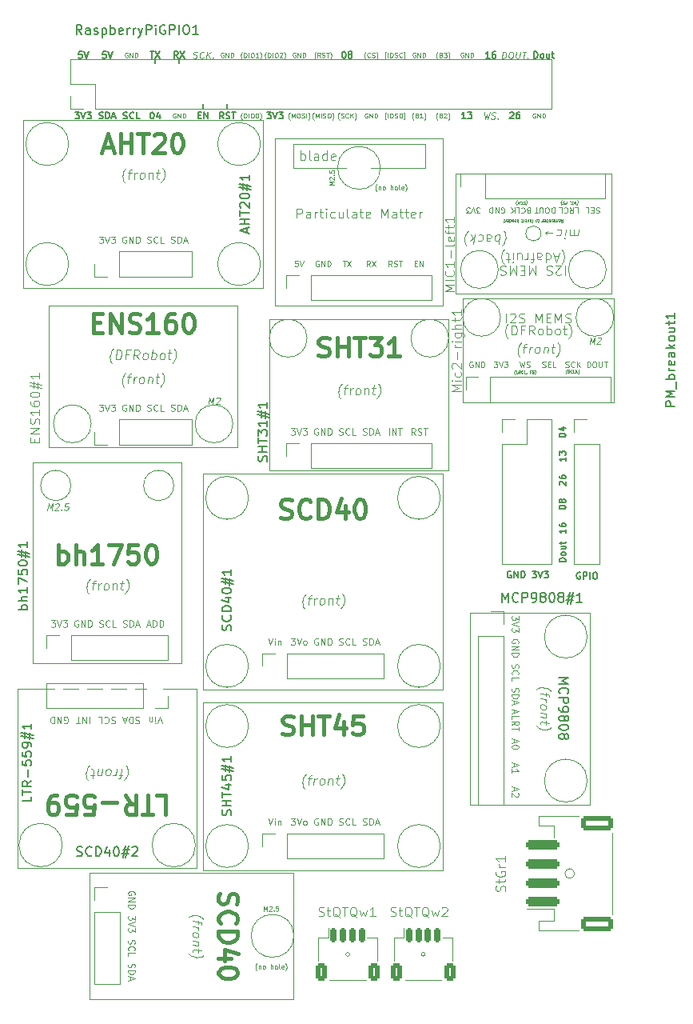
<source format=gbr>
%TF.GenerationSoftware,KiCad,Pcbnew,7.0.5-7.0.5~ubuntu22.04.1*%
%TF.CreationDate,2023-07-02T20:15:11+01:00*%
%TF.ProjectId,sensorboard-v4-base-station,73656e73-6f72-4626-9f61-72642d76342d,rev?*%
%TF.SameCoordinates,Original*%
%TF.FileFunction,Legend,Top*%
%TF.FilePolarity,Positive*%
%FSLAX46Y46*%
G04 Gerber Fmt 4.6, Leading zero omitted, Abs format (unit mm)*
G04 Created by KiCad (PCBNEW 7.0.5-7.0.5~ubuntu22.04.1) date 2023-07-02 20:15:11*
%MOMM*%
%LPD*%
G01*
G04 APERTURE LIST*
G04 Aperture macros list*
%AMRoundRect*
0 Rectangle with rounded corners*
0 $1 Rounding radius*
0 $2 $3 $4 $5 $6 $7 $8 $9 X,Y pos of 4 corners*
0 Add a 4 corners polygon primitive as box body*
4,1,4,$2,$3,$4,$5,$6,$7,$8,$9,$2,$3,0*
0 Add four circle primitives for the rounded corners*
1,1,$1+$1,$2,$3*
1,1,$1+$1,$4,$5*
1,1,$1+$1,$6,$7*
1,1,$1+$1,$8,$9*
0 Add four rect primitives between the rounded corners*
20,1,$1+$1,$2,$3,$4,$5,0*
20,1,$1+$1,$4,$5,$6,$7,0*
20,1,$1+$1,$6,$7,$8,$9,0*
20,1,$1+$1,$8,$9,$2,$3,0*%
G04 Aperture macros list end*
%ADD10C,0.150000*%
%ADD11C,0.060000*%
%ADD12C,0.175000*%
%ADD13C,0.087500*%
%ADD14C,0.100000*%
%ADD15C,0.400000*%
%ADD16C,0.200000*%
%ADD17C,0.050000*%
%ADD18C,0.120000*%
%ADD19O,2.540000X2.540000*%
%ADD20R,1.700000X1.700000*%
%ADD21O,1.700000X1.700000*%
%ADD22C,2.750000*%
%ADD23RoundRect,0.250001X1.449999X-0.499999X1.449999X0.499999X-1.449999X0.499999X-1.449999X-0.499999X0*%
%ADD24RoundRect,0.250000X1.500000X-0.250000X1.500000X0.250000X-1.500000X0.250000X-1.500000X-0.250000X0*%
%ADD25RoundRect,0.250000X-0.350000X-0.650000X0.350000X-0.650000X0.350000X0.650000X-0.350000X0.650000X0*%
%ADD26RoundRect,0.150000X-0.150000X-0.625000X0.150000X-0.625000X0.150000X0.625000X-0.150000X0.625000X0*%
%ADD27O,2.000000X2.000000*%
G04 APERTURE END LIST*
D10*
X12700000Y92710000D02*
X12700000Y93980000D01*
X10160000Y96520000D02*
X10160000Y97790000D01*
X15240000Y93980000D02*
X15240000Y92710000D01*
X7620000Y96520000D02*
X7620000Y97790000D01*
D11*
X35000476Y91469335D02*
X34976667Y91493144D01*
X34976667Y91493144D02*
X34929048Y91564573D01*
X34929048Y91564573D02*
X34905238Y91612192D01*
X34905238Y91612192D02*
X34881429Y91683620D01*
X34881429Y91683620D02*
X34857619Y91802668D01*
X34857619Y91802668D02*
X34857619Y91897906D01*
X34857619Y91897906D02*
X34881429Y92016954D01*
X34881429Y92016954D02*
X34905238Y92088382D01*
X34905238Y92088382D02*
X34929048Y92136001D01*
X34929048Y92136001D02*
X34976667Y92207430D01*
X34976667Y92207430D02*
X35000476Y92231240D01*
X35357619Y91921716D02*
X35429047Y91897906D01*
X35429047Y91897906D02*
X35452857Y91874097D01*
X35452857Y91874097D02*
X35476666Y91826478D01*
X35476666Y91826478D02*
X35476666Y91755049D01*
X35476666Y91755049D02*
X35452857Y91707430D01*
X35452857Y91707430D02*
X35429047Y91683620D01*
X35429047Y91683620D02*
X35381428Y91659811D01*
X35381428Y91659811D02*
X35190952Y91659811D01*
X35190952Y91659811D02*
X35190952Y92159811D01*
X35190952Y92159811D02*
X35357619Y92159811D01*
X35357619Y92159811D02*
X35405238Y92136001D01*
X35405238Y92136001D02*
X35429047Y92112192D01*
X35429047Y92112192D02*
X35452857Y92064573D01*
X35452857Y92064573D02*
X35452857Y92016954D01*
X35452857Y92016954D02*
X35429047Y91969335D01*
X35429047Y91969335D02*
X35405238Y91945525D01*
X35405238Y91945525D02*
X35357619Y91921716D01*
X35357619Y91921716D02*
X35190952Y91921716D01*
X35952857Y91659811D02*
X35667143Y91659811D01*
X35810000Y91659811D02*
X35810000Y92159811D01*
X35810000Y92159811D02*
X35762381Y92088382D01*
X35762381Y92088382D02*
X35714762Y92040763D01*
X35714762Y92040763D02*
X35667143Y92016954D01*
X36119523Y91469335D02*
X36143333Y91493144D01*
X36143333Y91493144D02*
X36190952Y91564573D01*
X36190952Y91564573D02*
X36214761Y91612192D01*
X36214761Y91612192D02*
X36238571Y91683620D01*
X36238571Y91683620D02*
X36262380Y91802668D01*
X36262380Y91802668D02*
X36262380Y91897906D01*
X36262380Y91897906D02*
X36238571Y92016954D01*
X36238571Y92016954D02*
X36214761Y92088382D01*
X36214761Y92088382D02*
X36190952Y92136001D01*
X36190952Y92136001D02*
X36143333Y92207430D01*
X36143333Y92207430D02*
X36119523Y92231240D01*
D12*
X52640000Y43531934D02*
X52573333Y43565267D01*
X52573333Y43565267D02*
X52473333Y43565267D01*
X52473333Y43565267D02*
X52373333Y43531934D01*
X52373333Y43531934D02*
X52306667Y43465267D01*
X52306667Y43465267D02*
X52273333Y43398600D01*
X52273333Y43398600D02*
X52240000Y43265267D01*
X52240000Y43265267D02*
X52240000Y43165267D01*
X52240000Y43165267D02*
X52273333Y43031934D01*
X52273333Y43031934D02*
X52306667Y42965267D01*
X52306667Y42965267D02*
X52373333Y42898600D01*
X52373333Y42898600D02*
X52473333Y42865267D01*
X52473333Y42865267D02*
X52540000Y42865267D01*
X52540000Y42865267D02*
X52640000Y42898600D01*
X52640000Y42898600D02*
X52673333Y42931934D01*
X52673333Y42931934D02*
X52673333Y43165267D01*
X52673333Y43165267D02*
X52540000Y43165267D01*
X52973333Y42865267D02*
X52973333Y43565267D01*
X52973333Y43565267D02*
X53240000Y43565267D01*
X53240000Y43565267D02*
X53306667Y43531934D01*
X53306667Y43531934D02*
X53340000Y43498600D01*
X53340000Y43498600D02*
X53373333Y43431934D01*
X53373333Y43431934D02*
X53373333Y43331934D01*
X53373333Y43331934D02*
X53340000Y43265267D01*
X53340000Y43265267D02*
X53306667Y43231934D01*
X53306667Y43231934D02*
X53240000Y43198600D01*
X53240000Y43198600D02*
X52973333Y43198600D01*
X53673333Y42865267D02*
X53673333Y43565267D01*
X54140000Y43565267D02*
X54273333Y43565267D01*
X54273333Y43565267D02*
X54340000Y43531934D01*
X54340000Y43531934D02*
X54406666Y43465267D01*
X54406666Y43465267D02*
X54440000Y43331934D01*
X54440000Y43331934D02*
X54440000Y43098600D01*
X54440000Y43098600D02*
X54406666Y42965267D01*
X54406666Y42965267D02*
X54340000Y42898600D01*
X54340000Y42898600D02*
X54273333Y42865267D01*
X54273333Y42865267D02*
X54140000Y42865267D01*
X54140000Y42865267D02*
X54073333Y42898600D01*
X54073333Y42898600D02*
X54006666Y42965267D01*
X54006666Y42965267D02*
X53973333Y43098600D01*
X53973333Y43098600D02*
X53973333Y43331934D01*
X53973333Y43331934D02*
X54006666Y43465267D01*
X54006666Y43465267D02*
X54073333Y43531934D01*
X54073333Y43531934D02*
X54140000Y43565267D01*
X51114733Y55746667D02*
X51114733Y55346667D01*
X51114733Y55546667D02*
X50414733Y55546667D01*
X50414733Y55546667D02*
X50514733Y55480000D01*
X50514733Y55480000D02*
X50581400Y55413333D01*
X50581400Y55413333D02*
X50614733Y55346667D01*
X50414733Y55980000D02*
X50414733Y56413334D01*
X50414733Y56413334D02*
X50681400Y56180000D01*
X50681400Y56180000D02*
X50681400Y56280000D01*
X50681400Y56280000D02*
X50714733Y56346667D01*
X50714733Y56346667D02*
X50748066Y56380000D01*
X50748066Y56380000D02*
X50814733Y56413334D01*
X50814733Y56413334D02*
X50981400Y56413334D01*
X50981400Y56413334D02*
X51048066Y56380000D01*
X51048066Y56380000D02*
X51081400Y56346667D01*
X51081400Y56346667D02*
X51114733Y56280000D01*
X51114733Y56280000D02*
X51114733Y56080000D01*
X51114733Y56080000D02*
X51081400Y56013334D01*
X51081400Y56013334D02*
X51048066Y55980000D01*
D11*
X32091429Y97903144D02*
X31972382Y97903144D01*
X31972382Y97903144D02*
X31972382Y98617430D01*
X31972382Y98617430D02*
X32091429Y98617430D01*
X32281905Y98069811D02*
X32281905Y98569811D01*
X32520000Y98069811D02*
X32520000Y98569811D01*
X32520000Y98569811D02*
X32639048Y98569811D01*
X32639048Y98569811D02*
X32710476Y98546001D01*
X32710476Y98546001D02*
X32758095Y98498382D01*
X32758095Y98498382D02*
X32781905Y98450763D01*
X32781905Y98450763D02*
X32805714Y98355525D01*
X32805714Y98355525D02*
X32805714Y98284097D01*
X32805714Y98284097D02*
X32781905Y98188859D01*
X32781905Y98188859D02*
X32758095Y98141240D01*
X32758095Y98141240D02*
X32710476Y98093620D01*
X32710476Y98093620D02*
X32639048Y98069811D01*
X32639048Y98069811D02*
X32520000Y98069811D01*
X32996191Y98093620D02*
X33067619Y98069811D01*
X33067619Y98069811D02*
X33186667Y98069811D01*
X33186667Y98069811D02*
X33234286Y98093620D01*
X33234286Y98093620D02*
X33258095Y98117430D01*
X33258095Y98117430D02*
X33281905Y98165049D01*
X33281905Y98165049D02*
X33281905Y98212668D01*
X33281905Y98212668D02*
X33258095Y98260287D01*
X33258095Y98260287D02*
X33234286Y98284097D01*
X33234286Y98284097D02*
X33186667Y98307906D01*
X33186667Y98307906D02*
X33091429Y98331716D01*
X33091429Y98331716D02*
X33043810Y98355525D01*
X33043810Y98355525D02*
X33020000Y98379335D01*
X33020000Y98379335D02*
X32996191Y98426954D01*
X32996191Y98426954D02*
X32996191Y98474573D01*
X32996191Y98474573D02*
X33020000Y98522192D01*
X33020000Y98522192D02*
X33043810Y98546001D01*
X33043810Y98546001D02*
X33091429Y98569811D01*
X33091429Y98569811D02*
X33210476Y98569811D01*
X33210476Y98569811D02*
X33281905Y98546001D01*
X33781904Y98117430D02*
X33758095Y98093620D01*
X33758095Y98093620D02*
X33686666Y98069811D01*
X33686666Y98069811D02*
X33639047Y98069811D01*
X33639047Y98069811D02*
X33567619Y98093620D01*
X33567619Y98093620D02*
X33520000Y98141240D01*
X33520000Y98141240D02*
X33496190Y98188859D01*
X33496190Y98188859D02*
X33472381Y98284097D01*
X33472381Y98284097D02*
X33472381Y98355525D01*
X33472381Y98355525D02*
X33496190Y98450763D01*
X33496190Y98450763D02*
X33520000Y98498382D01*
X33520000Y98498382D02*
X33567619Y98546001D01*
X33567619Y98546001D02*
X33639047Y98569811D01*
X33639047Y98569811D02*
X33686666Y98569811D01*
X33686666Y98569811D02*
X33758095Y98546001D01*
X33758095Y98546001D02*
X33781904Y98522192D01*
X33948571Y97903144D02*
X34067619Y97903144D01*
X34067619Y97903144D02*
X34067619Y98617430D01*
X34067619Y98617430D02*
X33948571Y98617430D01*
X35179047Y98546001D02*
X35131428Y98569811D01*
X35131428Y98569811D02*
X35059999Y98569811D01*
X35059999Y98569811D02*
X34988571Y98546001D01*
X34988571Y98546001D02*
X34940952Y98498382D01*
X34940952Y98498382D02*
X34917142Y98450763D01*
X34917142Y98450763D02*
X34893333Y98355525D01*
X34893333Y98355525D02*
X34893333Y98284097D01*
X34893333Y98284097D02*
X34917142Y98188859D01*
X34917142Y98188859D02*
X34940952Y98141240D01*
X34940952Y98141240D02*
X34988571Y98093620D01*
X34988571Y98093620D02*
X35059999Y98069811D01*
X35059999Y98069811D02*
X35107618Y98069811D01*
X35107618Y98069811D02*
X35179047Y98093620D01*
X35179047Y98093620D02*
X35202856Y98117430D01*
X35202856Y98117430D02*
X35202856Y98284097D01*
X35202856Y98284097D02*
X35107618Y98284097D01*
X35417142Y98069811D02*
X35417142Y98569811D01*
X35417142Y98569811D02*
X35702856Y98069811D01*
X35702856Y98069811D02*
X35702856Y98569811D01*
X35940952Y98069811D02*
X35940952Y98569811D01*
X35940952Y98569811D02*
X36060000Y98569811D01*
X36060000Y98569811D02*
X36131428Y98546001D01*
X36131428Y98546001D02*
X36179047Y98498382D01*
X36179047Y98498382D02*
X36202857Y98450763D01*
X36202857Y98450763D02*
X36226666Y98355525D01*
X36226666Y98355525D02*
X36226666Y98284097D01*
X36226666Y98284097D02*
X36202857Y98188859D01*
X36202857Y98188859D02*
X36179047Y98141240D01*
X36179047Y98141240D02*
X36131428Y98093620D01*
X36131428Y98093620D02*
X36060000Y98069811D01*
X36060000Y98069811D02*
X35940952Y98069811D01*
D12*
X7086666Y98683267D02*
X7486666Y98683267D01*
X7286666Y97983267D02*
X7286666Y98683267D01*
X7653333Y98683267D02*
X8119999Y97983267D01*
X8119999Y98683267D02*
X7653333Y97983267D01*
X27573333Y98683267D02*
X27639999Y98683267D01*
X27639999Y98683267D02*
X27706666Y98649934D01*
X27706666Y98649934D02*
X27739999Y98616600D01*
X27739999Y98616600D02*
X27773333Y98549934D01*
X27773333Y98549934D02*
X27806666Y98416600D01*
X27806666Y98416600D02*
X27806666Y98249934D01*
X27806666Y98249934D02*
X27773333Y98116600D01*
X27773333Y98116600D02*
X27739999Y98049934D01*
X27739999Y98049934D02*
X27706666Y98016600D01*
X27706666Y98016600D02*
X27639999Y97983267D01*
X27639999Y97983267D02*
X27573333Y97983267D01*
X27573333Y97983267D02*
X27506666Y98016600D01*
X27506666Y98016600D02*
X27473333Y98049934D01*
X27473333Y98049934D02*
X27439999Y98116600D01*
X27439999Y98116600D02*
X27406666Y98249934D01*
X27406666Y98249934D02*
X27406666Y98416600D01*
X27406666Y98416600D02*
X27439999Y98549934D01*
X27439999Y98549934D02*
X27473333Y98616600D01*
X27473333Y98616600D02*
X27506666Y98649934D01*
X27506666Y98649934D02*
X27573333Y98683267D01*
X28206666Y98383267D02*
X28140000Y98416600D01*
X28140000Y98416600D02*
X28106666Y98449934D01*
X28106666Y98449934D02*
X28073333Y98516600D01*
X28073333Y98516600D02*
X28073333Y98549934D01*
X28073333Y98549934D02*
X28106666Y98616600D01*
X28106666Y98616600D02*
X28140000Y98649934D01*
X28140000Y98649934D02*
X28206666Y98683267D01*
X28206666Y98683267D02*
X28340000Y98683267D01*
X28340000Y98683267D02*
X28406666Y98649934D01*
X28406666Y98649934D02*
X28440000Y98616600D01*
X28440000Y98616600D02*
X28473333Y98549934D01*
X28473333Y98549934D02*
X28473333Y98516600D01*
X28473333Y98516600D02*
X28440000Y98449934D01*
X28440000Y98449934D02*
X28406666Y98416600D01*
X28406666Y98416600D02*
X28340000Y98383267D01*
X28340000Y98383267D02*
X28206666Y98383267D01*
X28206666Y98383267D02*
X28140000Y98349934D01*
X28140000Y98349934D02*
X28106666Y98316600D01*
X28106666Y98316600D02*
X28073333Y98249934D01*
X28073333Y98249934D02*
X28073333Y98116600D01*
X28073333Y98116600D02*
X28106666Y98049934D01*
X28106666Y98049934D02*
X28140000Y98016600D01*
X28140000Y98016600D02*
X28206666Y97983267D01*
X28206666Y97983267D02*
X28340000Y97983267D01*
X28340000Y97983267D02*
X28406666Y98016600D01*
X28406666Y98016600D02*
X28440000Y98049934D01*
X28440000Y98049934D02*
X28473333Y98116600D01*
X28473333Y98116600D02*
X28473333Y98249934D01*
X28473333Y98249934D02*
X28440000Y98316600D01*
X28440000Y98316600D02*
X28406666Y98349934D01*
X28406666Y98349934D02*
X28340000Y98383267D01*
D11*
X29920476Y97879335D02*
X29896667Y97903144D01*
X29896667Y97903144D02*
X29849048Y97974573D01*
X29849048Y97974573D02*
X29825238Y98022192D01*
X29825238Y98022192D02*
X29801429Y98093620D01*
X29801429Y98093620D02*
X29777619Y98212668D01*
X29777619Y98212668D02*
X29777619Y98307906D01*
X29777619Y98307906D02*
X29801429Y98426954D01*
X29801429Y98426954D02*
X29825238Y98498382D01*
X29825238Y98498382D02*
X29849048Y98546001D01*
X29849048Y98546001D02*
X29896667Y98617430D01*
X29896667Y98617430D02*
X29920476Y98641240D01*
X30396666Y98117430D02*
X30372857Y98093620D01*
X30372857Y98093620D02*
X30301428Y98069811D01*
X30301428Y98069811D02*
X30253809Y98069811D01*
X30253809Y98069811D02*
X30182381Y98093620D01*
X30182381Y98093620D02*
X30134762Y98141240D01*
X30134762Y98141240D02*
X30110952Y98188859D01*
X30110952Y98188859D02*
X30087143Y98284097D01*
X30087143Y98284097D02*
X30087143Y98355525D01*
X30087143Y98355525D02*
X30110952Y98450763D01*
X30110952Y98450763D02*
X30134762Y98498382D01*
X30134762Y98498382D02*
X30182381Y98546001D01*
X30182381Y98546001D02*
X30253809Y98569811D01*
X30253809Y98569811D02*
X30301428Y98569811D01*
X30301428Y98569811D02*
X30372857Y98546001D01*
X30372857Y98546001D02*
X30396666Y98522192D01*
X30587143Y98093620D02*
X30658571Y98069811D01*
X30658571Y98069811D02*
X30777619Y98069811D01*
X30777619Y98069811D02*
X30825238Y98093620D01*
X30825238Y98093620D02*
X30849047Y98117430D01*
X30849047Y98117430D02*
X30872857Y98165049D01*
X30872857Y98165049D02*
X30872857Y98212668D01*
X30872857Y98212668D02*
X30849047Y98260287D01*
X30849047Y98260287D02*
X30825238Y98284097D01*
X30825238Y98284097D02*
X30777619Y98307906D01*
X30777619Y98307906D02*
X30682381Y98331716D01*
X30682381Y98331716D02*
X30634762Y98355525D01*
X30634762Y98355525D02*
X30610952Y98379335D01*
X30610952Y98379335D02*
X30587143Y98426954D01*
X30587143Y98426954D02*
X30587143Y98474573D01*
X30587143Y98474573D02*
X30610952Y98522192D01*
X30610952Y98522192D02*
X30634762Y98546001D01*
X30634762Y98546001D02*
X30682381Y98569811D01*
X30682381Y98569811D02*
X30801428Y98569811D01*
X30801428Y98569811D02*
X30872857Y98546001D01*
X31039523Y97879335D02*
X31063333Y97903144D01*
X31063333Y97903144D02*
X31110952Y97974573D01*
X31110952Y97974573D02*
X31134761Y98022192D01*
X31134761Y98022192D02*
X31158571Y98093620D01*
X31158571Y98093620D02*
X31182380Y98212668D01*
X31182380Y98212668D02*
X31182380Y98307906D01*
X31182380Y98307906D02*
X31158571Y98426954D01*
X31158571Y98426954D02*
X31134761Y98498382D01*
X31134761Y98498382D02*
X31110952Y98546001D01*
X31110952Y98546001D02*
X31063333Y98617430D01*
X31063333Y98617430D02*
X31039523Y98641240D01*
X19379524Y97879335D02*
X19355715Y97903144D01*
X19355715Y97903144D02*
X19308096Y97974573D01*
X19308096Y97974573D02*
X19284286Y98022192D01*
X19284286Y98022192D02*
X19260477Y98093620D01*
X19260477Y98093620D02*
X19236667Y98212668D01*
X19236667Y98212668D02*
X19236667Y98307906D01*
X19236667Y98307906D02*
X19260477Y98426954D01*
X19260477Y98426954D02*
X19284286Y98498382D01*
X19284286Y98498382D02*
X19308096Y98546001D01*
X19308096Y98546001D02*
X19355715Y98617430D01*
X19355715Y98617430D02*
X19379524Y98641240D01*
X19570000Y98069811D02*
X19570000Y98569811D01*
X19570000Y98569811D02*
X19689048Y98569811D01*
X19689048Y98569811D02*
X19760476Y98546001D01*
X19760476Y98546001D02*
X19808095Y98498382D01*
X19808095Y98498382D02*
X19831905Y98450763D01*
X19831905Y98450763D02*
X19855714Y98355525D01*
X19855714Y98355525D02*
X19855714Y98284097D01*
X19855714Y98284097D02*
X19831905Y98188859D01*
X19831905Y98188859D02*
X19808095Y98141240D01*
X19808095Y98141240D02*
X19760476Y98093620D01*
X19760476Y98093620D02*
X19689048Y98069811D01*
X19689048Y98069811D02*
X19570000Y98069811D01*
X20070000Y98069811D02*
X20070000Y98569811D01*
X20403333Y98569811D02*
X20498571Y98569811D01*
X20498571Y98569811D02*
X20546190Y98546001D01*
X20546190Y98546001D02*
X20593809Y98498382D01*
X20593809Y98498382D02*
X20617619Y98403144D01*
X20617619Y98403144D02*
X20617619Y98236478D01*
X20617619Y98236478D02*
X20593809Y98141240D01*
X20593809Y98141240D02*
X20546190Y98093620D01*
X20546190Y98093620D02*
X20498571Y98069811D01*
X20498571Y98069811D02*
X20403333Y98069811D01*
X20403333Y98069811D02*
X20355714Y98093620D01*
X20355714Y98093620D02*
X20308095Y98141240D01*
X20308095Y98141240D02*
X20284286Y98236478D01*
X20284286Y98236478D02*
X20284286Y98403144D01*
X20284286Y98403144D02*
X20308095Y98498382D01*
X20308095Y98498382D02*
X20355714Y98546001D01*
X20355714Y98546001D02*
X20403333Y98569811D01*
X20808096Y98522192D02*
X20831905Y98546001D01*
X20831905Y98546001D02*
X20879524Y98569811D01*
X20879524Y98569811D02*
X20998572Y98569811D01*
X20998572Y98569811D02*
X21046191Y98546001D01*
X21046191Y98546001D02*
X21070000Y98522192D01*
X21070000Y98522192D02*
X21093810Y98474573D01*
X21093810Y98474573D02*
X21093810Y98426954D01*
X21093810Y98426954D02*
X21070000Y98355525D01*
X21070000Y98355525D02*
X20784286Y98069811D01*
X20784286Y98069811D02*
X21093810Y98069811D01*
X21260476Y97879335D02*
X21284286Y97903144D01*
X21284286Y97903144D02*
X21331905Y97974573D01*
X21331905Y97974573D02*
X21355714Y98022192D01*
X21355714Y98022192D02*
X21379524Y98093620D01*
X21379524Y98093620D02*
X21403333Y98212668D01*
X21403333Y98212668D02*
X21403333Y98307906D01*
X21403333Y98307906D02*
X21379524Y98426954D01*
X21379524Y98426954D02*
X21355714Y98498382D01*
X21355714Y98498382D02*
X21331905Y98546001D01*
X21331905Y98546001D02*
X21284286Y98617430D01*
X21284286Y98617430D02*
X21260476Y98641240D01*
X16839524Y91469335D02*
X16815715Y91493144D01*
X16815715Y91493144D02*
X16768096Y91564573D01*
X16768096Y91564573D02*
X16744286Y91612192D01*
X16744286Y91612192D02*
X16720477Y91683620D01*
X16720477Y91683620D02*
X16696667Y91802668D01*
X16696667Y91802668D02*
X16696667Y91897906D01*
X16696667Y91897906D02*
X16720477Y92016954D01*
X16720477Y92016954D02*
X16744286Y92088382D01*
X16744286Y92088382D02*
X16768096Y92136001D01*
X16768096Y92136001D02*
X16815715Y92207430D01*
X16815715Y92207430D02*
X16839524Y92231240D01*
X17030000Y91659811D02*
X17030000Y92159811D01*
X17030000Y92159811D02*
X17149048Y92159811D01*
X17149048Y92159811D02*
X17220476Y92136001D01*
X17220476Y92136001D02*
X17268095Y92088382D01*
X17268095Y92088382D02*
X17291905Y92040763D01*
X17291905Y92040763D02*
X17315714Y91945525D01*
X17315714Y91945525D02*
X17315714Y91874097D01*
X17315714Y91874097D02*
X17291905Y91778859D01*
X17291905Y91778859D02*
X17268095Y91731240D01*
X17268095Y91731240D02*
X17220476Y91683620D01*
X17220476Y91683620D02*
X17149048Y91659811D01*
X17149048Y91659811D02*
X17030000Y91659811D01*
X17530000Y91659811D02*
X17530000Y92159811D01*
X17863333Y92159811D02*
X17958571Y92159811D01*
X17958571Y92159811D02*
X18006190Y92136001D01*
X18006190Y92136001D02*
X18053809Y92088382D01*
X18053809Y92088382D02*
X18077619Y91993144D01*
X18077619Y91993144D02*
X18077619Y91826478D01*
X18077619Y91826478D02*
X18053809Y91731240D01*
X18053809Y91731240D02*
X18006190Y91683620D01*
X18006190Y91683620D02*
X17958571Y91659811D01*
X17958571Y91659811D02*
X17863333Y91659811D01*
X17863333Y91659811D02*
X17815714Y91683620D01*
X17815714Y91683620D02*
X17768095Y91731240D01*
X17768095Y91731240D02*
X17744286Y91826478D01*
X17744286Y91826478D02*
X17744286Y91993144D01*
X17744286Y91993144D02*
X17768095Y92088382D01*
X17768095Y92088382D02*
X17815714Y92136001D01*
X17815714Y92136001D02*
X17863333Y92159811D01*
X18387143Y92159811D02*
X18434762Y92159811D01*
X18434762Y92159811D02*
X18482381Y92136001D01*
X18482381Y92136001D02*
X18506191Y92112192D01*
X18506191Y92112192D02*
X18530000Y92064573D01*
X18530000Y92064573D02*
X18553810Y91969335D01*
X18553810Y91969335D02*
X18553810Y91850287D01*
X18553810Y91850287D02*
X18530000Y91755049D01*
X18530000Y91755049D02*
X18506191Y91707430D01*
X18506191Y91707430D02*
X18482381Y91683620D01*
X18482381Y91683620D02*
X18434762Y91659811D01*
X18434762Y91659811D02*
X18387143Y91659811D01*
X18387143Y91659811D02*
X18339524Y91683620D01*
X18339524Y91683620D02*
X18315715Y91707430D01*
X18315715Y91707430D02*
X18291905Y91755049D01*
X18291905Y91755049D02*
X18268096Y91850287D01*
X18268096Y91850287D02*
X18268096Y91969335D01*
X18268096Y91969335D02*
X18291905Y92064573D01*
X18291905Y92064573D02*
X18315715Y92112192D01*
X18315715Y92112192D02*
X18339524Y92136001D01*
X18339524Y92136001D02*
X18387143Y92159811D01*
X18720476Y91469335D02*
X18744286Y91493144D01*
X18744286Y91493144D02*
X18791905Y91564573D01*
X18791905Y91564573D02*
X18815714Y91612192D01*
X18815714Y91612192D02*
X18839524Y91683620D01*
X18839524Y91683620D02*
X18863333Y91802668D01*
X18863333Y91802668D02*
X18863333Y91897906D01*
X18863333Y91897906D02*
X18839524Y92016954D01*
X18839524Y92016954D02*
X18815714Y92088382D01*
X18815714Y92088382D02*
X18791905Y92136001D01*
X18791905Y92136001D02*
X18744286Y92207430D01*
X18744286Y92207430D02*
X18720476Y92231240D01*
X4699047Y98546001D02*
X4651428Y98569811D01*
X4651428Y98569811D02*
X4579999Y98569811D01*
X4579999Y98569811D02*
X4508571Y98546001D01*
X4508571Y98546001D02*
X4460952Y98498382D01*
X4460952Y98498382D02*
X4437142Y98450763D01*
X4437142Y98450763D02*
X4413333Y98355525D01*
X4413333Y98355525D02*
X4413333Y98284097D01*
X4413333Y98284097D02*
X4437142Y98188859D01*
X4437142Y98188859D02*
X4460952Y98141240D01*
X4460952Y98141240D02*
X4508571Y98093620D01*
X4508571Y98093620D02*
X4579999Y98069811D01*
X4579999Y98069811D02*
X4627618Y98069811D01*
X4627618Y98069811D02*
X4699047Y98093620D01*
X4699047Y98093620D02*
X4722856Y98117430D01*
X4722856Y98117430D02*
X4722856Y98284097D01*
X4722856Y98284097D02*
X4627618Y98284097D01*
X4937142Y98069811D02*
X4937142Y98569811D01*
X4937142Y98569811D02*
X5222856Y98069811D01*
X5222856Y98069811D02*
X5222856Y98569811D01*
X5460952Y98069811D02*
X5460952Y98569811D01*
X5460952Y98569811D02*
X5580000Y98569811D01*
X5580000Y98569811D02*
X5651428Y98546001D01*
X5651428Y98546001D02*
X5699047Y98498382D01*
X5699047Y98498382D02*
X5722857Y98450763D01*
X5722857Y98450763D02*
X5746666Y98355525D01*
X5746666Y98355525D02*
X5746666Y98284097D01*
X5746666Y98284097D02*
X5722857Y98188859D01*
X5722857Y98188859D02*
X5699047Y98141240D01*
X5699047Y98141240D02*
X5651428Y98093620D01*
X5651428Y98093620D02*
X5580000Y98069811D01*
X5580000Y98069811D02*
X5460952Y98069811D01*
X24650000Y97879335D02*
X24626191Y97903144D01*
X24626191Y97903144D02*
X24578572Y97974573D01*
X24578572Y97974573D02*
X24554762Y98022192D01*
X24554762Y98022192D02*
X24530953Y98093620D01*
X24530953Y98093620D02*
X24507143Y98212668D01*
X24507143Y98212668D02*
X24507143Y98307906D01*
X24507143Y98307906D02*
X24530953Y98426954D01*
X24530953Y98426954D02*
X24554762Y98498382D01*
X24554762Y98498382D02*
X24578572Y98546001D01*
X24578572Y98546001D02*
X24626191Y98617430D01*
X24626191Y98617430D02*
X24650000Y98641240D01*
X25126190Y98069811D02*
X24959524Y98307906D01*
X24840476Y98069811D02*
X24840476Y98569811D01*
X24840476Y98569811D02*
X25030952Y98569811D01*
X25030952Y98569811D02*
X25078571Y98546001D01*
X25078571Y98546001D02*
X25102381Y98522192D01*
X25102381Y98522192D02*
X25126190Y98474573D01*
X25126190Y98474573D02*
X25126190Y98403144D01*
X25126190Y98403144D02*
X25102381Y98355525D01*
X25102381Y98355525D02*
X25078571Y98331716D01*
X25078571Y98331716D02*
X25030952Y98307906D01*
X25030952Y98307906D02*
X24840476Y98307906D01*
X25316667Y98093620D02*
X25388095Y98069811D01*
X25388095Y98069811D02*
X25507143Y98069811D01*
X25507143Y98069811D02*
X25554762Y98093620D01*
X25554762Y98093620D02*
X25578571Y98117430D01*
X25578571Y98117430D02*
X25602381Y98165049D01*
X25602381Y98165049D02*
X25602381Y98212668D01*
X25602381Y98212668D02*
X25578571Y98260287D01*
X25578571Y98260287D02*
X25554762Y98284097D01*
X25554762Y98284097D02*
X25507143Y98307906D01*
X25507143Y98307906D02*
X25411905Y98331716D01*
X25411905Y98331716D02*
X25364286Y98355525D01*
X25364286Y98355525D02*
X25340476Y98379335D01*
X25340476Y98379335D02*
X25316667Y98426954D01*
X25316667Y98426954D02*
X25316667Y98474573D01*
X25316667Y98474573D02*
X25340476Y98522192D01*
X25340476Y98522192D02*
X25364286Y98546001D01*
X25364286Y98546001D02*
X25411905Y98569811D01*
X25411905Y98569811D02*
X25530952Y98569811D01*
X25530952Y98569811D02*
X25602381Y98546001D01*
X25745238Y98569811D02*
X26030952Y98569811D01*
X25888095Y98069811D02*
X25888095Y98569811D01*
X26149999Y97879335D02*
X26173809Y97903144D01*
X26173809Y97903144D02*
X26221428Y97974573D01*
X26221428Y97974573D02*
X26245237Y98022192D01*
X26245237Y98022192D02*
X26269047Y98093620D01*
X26269047Y98093620D02*
X26292856Y98212668D01*
X26292856Y98212668D02*
X26292856Y98307906D01*
X26292856Y98307906D02*
X26269047Y98426954D01*
X26269047Y98426954D02*
X26245237Y98498382D01*
X26245237Y98498382D02*
X26221428Y98546001D01*
X26221428Y98546001D02*
X26173809Y98617430D01*
X26173809Y98617430D02*
X26149999Y98641240D01*
X30099047Y92136001D02*
X30051428Y92159811D01*
X30051428Y92159811D02*
X29979999Y92159811D01*
X29979999Y92159811D02*
X29908571Y92136001D01*
X29908571Y92136001D02*
X29860952Y92088382D01*
X29860952Y92088382D02*
X29837142Y92040763D01*
X29837142Y92040763D02*
X29813333Y91945525D01*
X29813333Y91945525D02*
X29813333Y91874097D01*
X29813333Y91874097D02*
X29837142Y91778859D01*
X29837142Y91778859D02*
X29860952Y91731240D01*
X29860952Y91731240D02*
X29908571Y91683620D01*
X29908571Y91683620D02*
X29979999Y91659811D01*
X29979999Y91659811D02*
X30027618Y91659811D01*
X30027618Y91659811D02*
X30099047Y91683620D01*
X30099047Y91683620D02*
X30122856Y91707430D01*
X30122856Y91707430D02*
X30122856Y91874097D01*
X30122856Y91874097D02*
X30027618Y91874097D01*
X30337142Y91659811D02*
X30337142Y92159811D01*
X30337142Y92159811D02*
X30622856Y91659811D01*
X30622856Y91659811D02*
X30622856Y92159811D01*
X30860952Y91659811D02*
X30860952Y92159811D01*
X30860952Y92159811D02*
X30980000Y92159811D01*
X30980000Y92159811D02*
X31051428Y92136001D01*
X31051428Y92136001D02*
X31099047Y92088382D01*
X31099047Y92088382D02*
X31122857Y92040763D01*
X31122857Y92040763D02*
X31146666Y91945525D01*
X31146666Y91945525D02*
X31146666Y91874097D01*
X31146666Y91874097D02*
X31122857Y91778859D01*
X31122857Y91778859D02*
X31099047Y91731240D01*
X31099047Y91731240D02*
X31051428Y91683620D01*
X31051428Y91683620D02*
X30980000Y91659811D01*
X30980000Y91659811D02*
X30860952Y91659811D01*
D12*
X45186666Y92206600D02*
X45219999Y92239934D01*
X45219999Y92239934D02*
X45286666Y92273267D01*
X45286666Y92273267D02*
X45453333Y92273267D01*
X45453333Y92273267D02*
X45519999Y92239934D01*
X45519999Y92239934D02*
X45553333Y92206600D01*
X45553333Y92206600D02*
X45586666Y92139934D01*
X45586666Y92139934D02*
X45586666Y92073267D01*
X45586666Y92073267D02*
X45553333Y91973267D01*
X45553333Y91973267D02*
X45153333Y91573267D01*
X45153333Y91573267D02*
X45586666Y91573267D01*
X46186666Y92273267D02*
X46053333Y92273267D01*
X46053333Y92273267D02*
X45986666Y92239934D01*
X45986666Y92239934D02*
X45953333Y92206600D01*
X45953333Y92206600D02*
X45886666Y92106600D01*
X45886666Y92106600D02*
X45853333Y91973267D01*
X45853333Y91973267D02*
X45853333Y91706600D01*
X45853333Y91706600D02*
X45886666Y91639934D01*
X45886666Y91639934D02*
X45920000Y91606600D01*
X45920000Y91606600D02*
X45986666Y91573267D01*
X45986666Y91573267D02*
X46120000Y91573267D01*
X46120000Y91573267D02*
X46186666Y91606600D01*
X46186666Y91606600D02*
X46220000Y91639934D01*
X46220000Y91639934D02*
X46253333Y91706600D01*
X46253333Y91706600D02*
X46253333Y91873267D01*
X46253333Y91873267D02*
X46220000Y91939934D01*
X46220000Y91939934D02*
X46186666Y91973267D01*
X46186666Y91973267D02*
X46120000Y92006600D01*
X46120000Y92006600D02*
X45986666Y92006600D01*
X45986666Y92006600D02*
X45920000Y91973267D01*
X45920000Y91973267D02*
X45886666Y91939934D01*
X45886666Y91939934D02*
X45853333Y91873267D01*
D11*
X22479047Y98546001D02*
X22431428Y98569811D01*
X22431428Y98569811D02*
X22359999Y98569811D01*
X22359999Y98569811D02*
X22288571Y98546001D01*
X22288571Y98546001D02*
X22240952Y98498382D01*
X22240952Y98498382D02*
X22217142Y98450763D01*
X22217142Y98450763D02*
X22193333Y98355525D01*
X22193333Y98355525D02*
X22193333Y98284097D01*
X22193333Y98284097D02*
X22217142Y98188859D01*
X22217142Y98188859D02*
X22240952Y98141240D01*
X22240952Y98141240D02*
X22288571Y98093620D01*
X22288571Y98093620D02*
X22359999Y98069811D01*
X22359999Y98069811D02*
X22407618Y98069811D01*
X22407618Y98069811D02*
X22479047Y98093620D01*
X22479047Y98093620D02*
X22502856Y98117430D01*
X22502856Y98117430D02*
X22502856Y98284097D01*
X22502856Y98284097D02*
X22407618Y98284097D01*
X22717142Y98069811D02*
X22717142Y98569811D01*
X22717142Y98569811D02*
X23002856Y98069811D01*
X23002856Y98069811D02*
X23002856Y98569811D01*
X23240952Y98069811D02*
X23240952Y98569811D01*
X23240952Y98569811D02*
X23360000Y98569811D01*
X23360000Y98569811D02*
X23431428Y98546001D01*
X23431428Y98546001D02*
X23479047Y98498382D01*
X23479047Y98498382D02*
X23502857Y98450763D01*
X23502857Y98450763D02*
X23526666Y98355525D01*
X23526666Y98355525D02*
X23526666Y98284097D01*
X23526666Y98284097D02*
X23502857Y98188859D01*
X23502857Y98188859D02*
X23479047Y98141240D01*
X23479047Y98141240D02*
X23431428Y98093620D01*
X23431428Y98093620D02*
X23360000Y98069811D01*
X23360000Y98069811D02*
X23240952Y98069811D01*
X32091429Y91493144D02*
X31972382Y91493144D01*
X31972382Y91493144D02*
X31972382Y92207430D01*
X31972382Y92207430D02*
X32091429Y92207430D01*
X32281905Y91659811D02*
X32281905Y92159811D01*
X32520000Y91659811D02*
X32520000Y92159811D01*
X32520000Y92159811D02*
X32639048Y92159811D01*
X32639048Y92159811D02*
X32710476Y92136001D01*
X32710476Y92136001D02*
X32758095Y92088382D01*
X32758095Y92088382D02*
X32781905Y92040763D01*
X32781905Y92040763D02*
X32805714Y91945525D01*
X32805714Y91945525D02*
X32805714Y91874097D01*
X32805714Y91874097D02*
X32781905Y91778859D01*
X32781905Y91778859D02*
X32758095Y91731240D01*
X32758095Y91731240D02*
X32710476Y91683620D01*
X32710476Y91683620D02*
X32639048Y91659811D01*
X32639048Y91659811D02*
X32520000Y91659811D01*
X32996191Y91683620D02*
X33067619Y91659811D01*
X33067619Y91659811D02*
X33186667Y91659811D01*
X33186667Y91659811D02*
X33234286Y91683620D01*
X33234286Y91683620D02*
X33258095Y91707430D01*
X33258095Y91707430D02*
X33281905Y91755049D01*
X33281905Y91755049D02*
X33281905Y91802668D01*
X33281905Y91802668D02*
X33258095Y91850287D01*
X33258095Y91850287D02*
X33234286Y91874097D01*
X33234286Y91874097D02*
X33186667Y91897906D01*
X33186667Y91897906D02*
X33091429Y91921716D01*
X33091429Y91921716D02*
X33043810Y91945525D01*
X33043810Y91945525D02*
X33020000Y91969335D01*
X33020000Y91969335D02*
X32996191Y92016954D01*
X32996191Y92016954D02*
X32996191Y92064573D01*
X32996191Y92064573D02*
X33020000Y92112192D01*
X33020000Y92112192D02*
X33043810Y92136001D01*
X33043810Y92136001D02*
X33091429Y92159811D01*
X33091429Y92159811D02*
X33210476Y92159811D01*
X33210476Y92159811D02*
X33281905Y92136001D01*
X33496190Y91659811D02*
X33496190Y92159811D01*
X33496190Y92159811D02*
X33615238Y92159811D01*
X33615238Y92159811D02*
X33686666Y92136001D01*
X33686666Y92136001D02*
X33734285Y92088382D01*
X33734285Y92088382D02*
X33758095Y92040763D01*
X33758095Y92040763D02*
X33781904Y91945525D01*
X33781904Y91945525D02*
X33781904Y91874097D01*
X33781904Y91874097D02*
X33758095Y91778859D01*
X33758095Y91778859D02*
X33734285Y91731240D01*
X33734285Y91731240D02*
X33686666Y91683620D01*
X33686666Y91683620D02*
X33615238Y91659811D01*
X33615238Y91659811D02*
X33496190Y91659811D01*
X33948571Y91493144D02*
X34067619Y91493144D01*
X34067619Y91493144D02*
X34067619Y92207430D01*
X34067619Y92207430D02*
X33948571Y92207430D01*
D12*
X19453333Y92273267D02*
X19886666Y92273267D01*
X19886666Y92273267D02*
X19653333Y92006600D01*
X19653333Y92006600D02*
X19753333Y92006600D01*
X19753333Y92006600D02*
X19819999Y91973267D01*
X19819999Y91973267D02*
X19853333Y91939934D01*
X19853333Y91939934D02*
X19886666Y91873267D01*
X19886666Y91873267D02*
X19886666Y91706600D01*
X19886666Y91706600D02*
X19853333Y91639934D01*
X19853333Y91639934D02*
X19819999Y91606600D01*
X19819999Y91606600D02*
X19753333Y91573267D01*
X19753333Y91573267D02*
X19553333Y91573267D01*
X19553333Y91573267D02*
X19486666Y91606600D01*
X19486666Y91606600D02*
X19453333Y91639934D01*
X20086666Y92273267D02*
X20320000Y91573267D01*
X20320000Y91573267D02*
X20553333Y92273267D01*
X20720000Y92273267D02*
X21153333Y92273267D01*
X21153333Y92273267D02*
X20920000Y92006600D01*
X20920000Y92006600D02*
X21020000Y92006600D01*
X21020000Y92006600D02*
X21086666Y91973267D01*
X21086666Y91973267D02*
X21120000Y91939934D01*
X21120000Y91939934D02*
X21153333Y91873267D01*
X21153333Y91873267D02*
X21153333Y91706600D01*
X21153333Y91706600D02*
X21120000Y91639934D01*
X21120000Y91639934D02*
X21086666Y91606600D01*
X21086666Y91606600D02*
X21020000Y91573267D01*
X21020000Y91573267D02*
X20820000Y91573267D01*
X20820000Y91573267D02*
X20753333Y91606600D01*
X20753333Y91606600D02*
X20720000Y91639934D01*
D11*
X21883809Y91469335D02*
X21860000Y91493144D01*
X21860000Y91493144D02*
X21812381Y91564573D01*
X21812381Y91564573D02*
X21788571Y91612192D01*
X21788571Y91612192D02*
X21764762Y91683620D01*
X21764762Y91683620D02*
X21740952Y91802668D01*
X21740952Y91802668D02*
X21740952Y91897906D01*
X21740952Y91897906D02*
X21764762Y92016954D01*
X21764762Y92016954D02*
X21788571Y92088382D01*
X21788571Y92088382D02*
X21812381Y92136001D01*
X21812381Y92136001D02*
X21860000Y92207430D01*
X21860000Y92207430D02*
X21883809Y92231240D01*
X22074285Y91659811D02*
X22074285Y92159811D01*
X22074285Y92159811D02*
X22240952Y91802668D01*
X22240952Y91802668D02*
X22407618Y92159811D01*
X22407618Y92159811D02*
X22407618Y91659811D01*
X22740952Y92159811D02*
X22836190Y92159811D01*
X22836190Y92159811D02*
X22883809Y92136001D01*
X22883809Y92136001D02*
X22931428Y92088382D01*
X22931428Y92088382D02*
X22955238Y91993144D01*
X22955238Y91993144D02*
X22955238Y91826478D01*
X22955238Y91826478D02*
X22931428Y91731240D01*
X22931428Y91731240D02*
X22883809Y91683620D01*
X22883809Y91683620D02*
X22836190Y91659811D01*
X22836190Y91659811D02*
X22740952Y91659811D01*
X22740952Y91659811D02*
X22693333Y91683620D01*
X22693333Y91683620D02*
X22645714Y91731240D01*
X22645714Y91731240D02*
X22621905Y91826478D01*
X22621905Y91826478D02*
X22621905Y91993144D01*
X22621905Y91993144D02*
X22645714Y92088382D01*
X22645714Y92088382D02*
X22693333Y92136001D01*
X22693333Y92136001D02*
X22740952Y92159811D01*
X23145715Y91683620D02*
X23217143Y91659811D01*
X23217143Y91659811D02*
X23336191Y91659811D01*
X23336191Y91659811D02*
X23383810Y91683620D01*
X23383810Y91683620D02*
X23407619Y91707430D01*
X23407619Y91707430D02*
X23431429Y91755049D01*
X23431429Y91755049D02*
X23431429Y91802668D01*
X23431429Y91802668D02*
X23407619Y91850287D01*
X23407619Y91850287D02*
X23383810Y91874097D01*
X23383810Y91874097D02*
X23336191Y91897906D01*
X23336191Y91897906D02*
X23240953Y91921716D01*
X23240953Y91921716D02*
X23193334Y91945525D01*
X23193334Y91945525D02*
X23169524Y91969335D01*
X23169524Y91969335D02*
X23145715Y92016954D01*
X23145715Y92016954D02*
X23145715Y92064573D01*
X23145715Y92064573D02*
X23169524Y92112192D01*
X23169524Y92112192D02*
X23193334Y92136001D01*
X23193334Y92136001D02*
X23240953Y92159811D01*
X23240953Y92159811D02*
X23360000Y92159811D01*
X23360000Y92159811D02*
X23431429Y92136001D01*
X23645714Y91659811D02*
X23645714Y92159811D01*
X23836190Y91469335D02*
X23860000Y91493144D01*
X23860000Y91493144D02*
X23907619Y91564573D01*
X23907619Y91564573D02*
X23931428Y91612192D01*
X23931428Y91612192D02*
X23955238Y91683620D01*
X23955238Y91683620D02*
X23979047Y91802668D01*
X23979047Y91802668D02*
X23979047Y91897906D01*
X23979047Y91897906D02*
X23955238Y92016954D01*
X23955238Y92016954D02*
X23931428Y92088382D01*
X23931428Y92088382D02*
X23907619Y92136001D01*
X23907619Y92136001D02*
X23860000Y92207430D01*
X23860000Y92207430D02*
X23836190Y92231240D01*
D12*
X50414733Y58053333D02*
X50414733Y58120000D01*
X50414733Y58120000D02*
X50448066Y58186667D01*
X50448066Y58186667D02*
X50481400Y58220000D01*
X50481400Y58220000D02*
X50548066Y58253333D01*
X50548066Y58253333D02*
X50681400Y58286667D01*
X50681400Y58286667D02*
X50848066Y58286667D01*
X50848066Y58286667D02*
X50981400Y58253333D01*
X50981400Y58253333D02*
X51048066Y58220000D01*
X51048066Y58220000D02*
X51081400Y58186667D01*
X51081400Y58186667D02*
X51114733Y58120000D01*
X51114733Y58120000D02*
X51114733Y58053333D01*
X51114733Y58053333D02*
X51081400Y57986667D01*
X51081400Y57986667D02*
X51048066Y57953333D01*
X51048066Y57953333D02*
X50981400Y57920000D01*
X50981400Y57920000D02*
X50848066Y57886667D01*
X50848066Y57886667D02*
X50681400Y57886667D01*
X50681400Y57886667D02*
X50548066Y57920000D01*
X50548066Y57920000D02*
X50481400Y57953333D01*
X50481400Y57953333D02*
X50448066Y57986667D01*
X50448066Y57986667D02*
X50414733Y58053333D01*
X50648066Y58886667D02*
X51114733Y58886667D01*
X50381400Y58720000D02*
X50881400Y58553334D01*
X50881400Y58553334D02*
X50881400Y58986667D01*
D11*
X16839524Y97879335D02*
X16815715Y97903144D01*
X16815715Y97903144D02*
X16768096Y97974573D01*
X16768096Y97974573D02*
X16744286Y98022192D01*
X16744286Y98022192D02*
X16720477Y98093620D01*
X16720477Y98093620D02*
X16696667Y98212668D01*
X16696667Y98212668D02*
X16696667Y98307906D01*
X16696667Y98307906D02*
X16720477Y98426954D01*
X16720477Y98426954D02*
X16744286Y98498382D01*
X16744286Y98498382D02*
X16768096Y98546001D01*
X16768096Y98546001D02*
X16815715Y98617430D01*
X16815715Y98617430D02*
X16839524Y98641240D01*
X17030000Y98069811D02*
X17030000Y98569811D01*
X17030000Y98569811D02*
X17149048Y98569811D01*
X17149048Y98569811D02*
X17220476Y98546001D01*
X17220476Y98546001D02*
X17268095Y98498382D01*
X17268095Y98498382D02*
X17291905Y98450763D01*
X17291905Y98450763D02*
X17315714Y98355525D01*
X17315714Y98355525D02*
X17315714Y98284097D01*
X17315714Y98284097D02*
X17291905Y98188859D01*
X17291905Y98188859D02*
X17268095Y98141240D01*
X17268095Y98141240D02*
X17220476Y98093620D01*
X17220476Y98093620D02*
X17149048Y98069811D01*
X17149048Y98069811D02*
X17030000Y98069811D01*
X17530000Y98069811D02*
X17530000Y98569811D01*
X17863333Y98569811D02*
X17958571Y98569811D01*
X17958571Y98569811D02*
X18006190Y98546001D01*
X18006190Y98546001D02*
X18053809Y98498382D01*
X18053809Y98498382D02*
X18077619Y98403144D01*
X18077619Y98403144D02*
X18077619Y98236478D01*
X18077619Y98236478D02*
X18053809Y98141240D01*
X18053809Y98141240D02*
X18006190Y98093620D01*
X18006190Y98093620D02*
X17958571Y98069811D01*
X17958571Y98069811D02*
X17863333Y98069811D01*
X17863333Y98069811D02*
X17815714Y98093620D01*
X17815714Y98093620D02*
X17768095Y98141240D01*
X17768095Y98141240D02*
X17744286Y98236478D01*
X17744286Y98236478D02*
X17744286Y98403144D01*
X17744286Y98403144D02*
X17768095Y98498382D01*
X17768095Y98498382D02*
X17815714Y98546001D01*
X17815714Y98546001D02*
X17863333Y98569811D01*
X18553810Y98069811D02*
X18268096Y98069811D01*
X18410953Y98069811D02*
X18410953Y98569811D01*
X18410953Y98569811D02*
X18363334Y98498382D01*
X18363334Y98498382D02*
X18315715Y98450763D01*
X18315715Y98450763D02*
X18268096Y98426954D01*
X18720476Y97879335D02*
X18744286Y97903144D01*
X18744286Y97903144D02*
X18791905Y97974573D01*
X18791905Y97974573D02*
X18815714Y98022192D01*
X18815714Y98022192D02*
X18839524Y98093620D01*
X18839524Y98093620D02*
X18863333Y98212668D01*
X18863333Y98212668D02*
X18863333Y98307906D01*
X18863333Y98307906D02*
X18839524Y98426954D01*
X18839524Y98426954D02*
X18815714Y98498382D01*
X18815714Y98498382D02*
X18791905Y98546001D01*
X18791905Y98546001D02*
X18744286Y98617430D01*
X18744286Y98617430D02*
X18720476Y98641240D01*
X9779047Y92136001D02*
X9731428Y92159811D01*
X9731428Y92159811D02*
X9659999Y92159811D01*
X9659999Y92159811D02*
X9588571Y92136001D01*
X9588571Y92136001D02*
X9540952Y92088382D01*
X9540952Y92088382D02*
X9517142Y92040763D01*
X9517142Y92040763D02*
X9493333Y91945525D01*
X9493333Y91945525D02*
X9493333Y91874097D01*
X9493333Y91874097D02*
X9517142Y91778859D01*
X9517142Y91778859D02*
X9540952Y91731240D01*
X9540952Y91731240D02*
X9588571Y91683620D01*
X9588571Y91683620D02*
X9659999Y91659811D01*
X9659999Y91659811D02*
X9707618Y91659811D01*
X9707618Y91659811D02*
X9779047Y91683620D01*
X9779047Y91683620D02*
X9802856Y91707430D01*
X9802856Y91707430D02*
X9802856Y91874097D01*
X9802856Y91874097D02*
X9707618Y91874097D01*
X10017142Y91659811D02*
X10017142Y92159811D01*
X10017142Y92159811D02*
X10302856Y91659811D01*
X10302856Y91659811D02*
X10302856Y92159811D01*
X10540952Y91659811D02*
X10540952Y92159811D01*
X10540952Y92159811D02*
X10660000Y92159811D01*
X10660000Y92159811D02*
X10731428Y92136001D01*
X10731428Y92136001D02*
X10779047Y92088382D01*
X10779047Y92088382D02*
X10802857Y92040763D01*
X10802857Y92040763D02*
X10826666Y91945525D01*
X10826666Y91945525D02*
X10826666Y91874097D01*
X10826666Y91874097D02*
X10802857Y91778859D01*
X10802857Y91778859D02*
X10779047Y91731240D01*
X10779047Y91731240D02*
X10731428Y91683620D01*
X10731428Y91683620D02*
X10660000Y91659811D01*
X10660000Y91659811D02*
X10540952Y91659811D01*
D12*
X40506666Y91573267D02*
X40106666Y91573267D01*
X40306666Y91573267D02*
X40306666Y92273267D01*
X40306666Y92273267D02*
X40239999Y92173267D01*
X40239999Y92173267D02*
X40173333Y92106600D01*
X40173333Y92106600D02*
X40106666Y92073267D01*
X40740000Y92273267D02*
X41173333Y92273267D01*
X41173333Y92273267D02*
X40940000Y92006600D01*
X40940000Y92006600D02*
X41040000Y92006600D01*
X41040000Y92006600D02*
X41106666Y91973267D01*
X41106666Y91973267D02*
X41140000Y91939934D01*
X41140000Y91939934D02*
X41173333Y91873267D01*
X41173333Y91873267D02*
X41173333Y91706600D01*
X41173333Y91706600D02*
X41140000Y91639934D01*
X41140000Y91639934D02*
X41106666Y91606600D01*
X41106666Y91606600D02*
X41040000Y91573267D01*
X41040000Y91573267D02*
X40840000Y91573267D01*
X40840000Y91573267D02*
X40773333Y91606600D01*
X40773333Y91606600D02*
X40740000Y91639934D01*
D13*
X11633333Y98012050D02*
X11729166Y97978717D01*
X11729166Y97978717D02*
X11895833Y97978717D01*
X11895833Y97978717D02*
X11966666Y98012050D01*
X11966666Y98012050D02*
X12004166Y98045384D01*
X12004166Y98045384D02*
X12045833Y98112050D01*
X12045833Y98112050D02*
X12054166Y98178717D01*
X12054166Y98178717D02*
X12029166Y98245384D01*
X12029166Y98245384D02*
X12000000Y98278717D01*
X12000000Y98278717D02*
X11937500Y98312050D01*
X11937500Y98312050D02*
X11808333Y98345384D01*
X11808333Y98345384D02*
X11745833Y98378717D01*
X11745833Y98378717D02*
X11716666Y98412050D01*
X11716666Y98412050D02*
X11691666Y98478717D01*
X11691666Y98478717D02*
X11700000Y98545384D01*
X11700000Y98545384D02*
X11741666Y98612050D01*
X11741666Y98612050D02*
X11779166Y98645384D01*
X11779166Y98645384D02*
X11850000Y98678717D01*
X11850000Y98678717D02*
X12016666Y98678717D01*
X12016666Y98678717D02*
X12112500Y98645384D01*
X12737500Y98045384D02*
X12700000Y98012050D01*
X12700000Y98012050D02*
X12595833Y97978717D01*
X12595833Y97978717D02*
X12529167Y97978717D01*
X12529167Y97978717D02*
X12433333Y98012050D01*
X12433333Y98012050D02*
X12375000Y98078717D01*
X12375000Y98078717D02*
X12350000Y98145384D01*
X12350000Y98145384D02*
X12333333Y98278717D01*
X12333333Y98278717D02*
X12345833Y98378717D01*
X12345833Y98378717D02*
X12395833Y98512050D01*
X12395833Y98512050D02*
X12437500Y98578717D01*
X12437500Y98578717D02*
X12512500Y98645384D01*
X12512500Y98645384D02*
X12616667Y98678717D01*
X12616667Y98678717D02*
X12683333Y98678717D01*
X12683333Y98678717D02*
X12779167Y98645384D01*
X12779167Y98645384D02*
X12808333Y98612050D01*
X13029167Y97978717D02*
X13116667Y98678717D01*
X13429167Y97978717D02*
X13179167Y98378717D01*
X13516667Y98678717D02*
X13066667Y98278717D01*
X13737500Y98045384D02*
X13766667Y98012050D01*
X13766667Y98012050D02*
X13729167Y97978717D01*
X13729167Y97978717D02*
X13700000Y98012050D01*
X13700000Y98012050D02*
X13737500Y98045384D01*
X13737500Y98045384D02*
X13729167Y97978717D01*
D12*
X10043333Y97983267D02*
X9810000Y98316600D01*
X9643333Y97983267D02*
X9643333Y98683267D01*
X9643333Y98683267D02*
X9910000Y98683267D01*
X9910000Y98683267D02*
X9976667Y98649934D01*
X9976667Y98649934D02*
X10010000Y98616600D01*
X10010000Y98616600D02*
X10043333Y98549934D01*
X10043333Y98549934D02*
X10043333Y98449934D01*
X10043333Y98449934D02*
X10010000Y98383267D01*
X10010000Y98383267D02*
X9976667Y98349934D01*
X9976667Y98349934D02*
X9910000Y98316600D01*
X9910000Y98316600D02*
X9643333Y98316600D01*
X10276667Y98683267D02*
X10743333Y97983267D01*
X10743333Y98683267D02*
X10276667Y97983267D01*
X7253333Y92273267D02*
X7319999Y92273267D01*
X7319999Y92273267D02*
X7386666Y92239934D01*
X7386666Y92239934D02*
X7419999Y92206600D01*
X7419999Y92206600D02*
X7453333Y92139934D01*
X7453333Y92139934D02*
X7486666Y92006600D01*
X7486666Y92006600D02*
X7486666Y91839934D01*
X7486666Y91839934D02*
X7453333Y91706600D01*
X7453333Y91706600D02*
X7419999Y91639934D01*
X7419999Y91639934D02*
X7386666Y91606600D01*
X7386666Y91606600D02*
X7319999Y91573267D01*
X7319999Y91573267D02*
X7253333Y91573267D01*
X7253333Y91573267D02*
X7186666Y91606600D01*
X7186666Y91606600D02*
X7153333Y91639934D01*
X7153333Y91639934D02*
X7119999Y91706600D01*
X7119999Y91706600D02*
X7086666Y91839934D01*
X7086666Y91839934D02*
X7086666Y92006600D01*
X7086666Y92006600D02*
X7119999Y92139934D01*
X7119999Y92139934D02*
X7153333Y92206600D01*
X7153333Y92206600D02*
X7186666Y92239934D01*
X7186666Y92239934D02*
X7253333Y92273267D01*
X8086666Y92039934D02*
X8086666Y91573267D01*
X7920000Y92306600D02*
X7753333Y91806600D01*
X7753333Y91806600D02*
X8186666Y91806600D01*
X50414733Y50433333D02*
X50414733Y50500000D01*
X50414733Y50500000D02*
X50448066Y50566667D01*
X50448066Y50566667D02*
X50481400Y50600000D01*
X50481400Y50600000D02*
X50548066Y50633333D01*
X50548066Y50633333D02*
X50681400Y50666667D01*
X50681400Y50666667D02*
X50848066Y50666667D01*
X50848066Y50666667D02*
X50981400Y50633333D01*
X50981400Y50633333D02*
X51048066Y50600000D01*
X51048066Y50600000D02*
X51081400Y50566667D01*
X51081400Y50566667D02*
X51114733Y50500000D01*
X51114733Y50500000D02*
X51114733Y50433333D01*
X51114733Y50433333D02*
X51081400Y50366667D01*
X51081400Y50366667D02*
X51048066Y50333333D01*
X51048066Y50333333D02*
X50981400Y50300000D01*
X50981400Y50300000D02*
X50848066Y50266667D01*
X50848066Y50266667D02*
X50681400Y50266667D01*
X50681400Y50266667D02*
X50548066Y50300000D01*
X50548066Y50300000D02*
X50481400Y50333333D01*
X50481400Y50333333D02*
X50448066Y50366667D01*
X50448066Y50366667D02*
X50414733Y50433333D01*
X50714733Y51066667D02*
X50681400Y51000000D01*
X50681400Y51000000D02*
X50648066Y50966667D01*
X50648066Y50966667D02*
X50581400Y50933334D01*
X50581400Y50933334D02*
X50548066Y50933334D01*
X50548066Y50933334D02*
X50481400Y50966667D01*
X50481400Y50966667D02*
X50448066Y51000000D01*
X50448066Y51000000D02*
X50414733Y51066667D01*
X50414733Y51066667D02*
X50414733Y51200000D01*
X50414733Y51200000D02*
X50448066Y51266667D01*
X50448066Y51266667D02*
X50481400Y51300000D01*
X50481400Y51300000D02*
X50548066Y51333334D01*
X50548066Y51333334D02*
X50581400Y51333334D01*
X50581400Y51333334D02*
X50648066Y51300000D01*
X50648066Y51300000D02*
X50681400Y51266667D01*
X50681400Y51266667D02*
X50714733Y51200000D01*
X50714733Y51200000D02*
X50714733Y51066667D01*
X50714733Y51066667D02*
X50748066Y51000000D01*
X50748066Y51000000D02*
X50781400Y50966667D01*
X50781400Y50966667D02*
X50848066Y50933334D01*
X50848066Y50933334D02*
X50981400Y50933334D01*
X50981400Y50933334D02*
X51048066Y50966667D01*
X51048066Y50966667D02*
X51081400Y51000000D01*
X51081400Y51000000D02*
X51114733Y51066667D01*
X51114733Y51066667D02*
X51114733Y51200000D01*
X51114733Y51200000D02*
X51081400Y51266667D01*
X51081400Y51266667D02*
X51048066Y51300000D01*
X51048066Y51300000D02*
X50981400Y51333334D01*
X50981400Y51333334D02*
X50848066Y51333334D01*
X50848066Y51333334D02*
X50781400Y51300000D01*
X50781400Y51300000D02*
X50748066Y51266667D01*
X50748066Y51266667D02*
X50714733Y51200000D01*
X12183333Y91939934D02*
X12416667Y91939934D01*
X12516667Y91573267D02*
X12183333Y91573267D01*
X12183333Y91573267D02*
X12183333Y92273267D01*
X12183333Y92273267D02*
X12516667Y92273267D01*
X12816666Y91573267D02*
X12816666Y92273267D01*
X12816666Y92273267D02*
X13216666Y91573267D01*
X13216666Y91573267D02*
X13216666Y92273267D01*
X45308464Y43651436D02*
X45241797Y43684769D01*
X45241797Y43684769D02*
X45141797Y43684769D01*
X45141797Y43684769D02*
X45041797Y43651436D01*
X45041797Y43651436D02*
X44975131Y43584769D01*
X44975131Y43584769D02*
X44941797Y43518102D01*
X44941797Y43518102D02*
X44908464Y43384769D01*
X44908464Y43384769D02*
X44908464Y43284769D01*
X44908464Y43284769D02*
X44941797Y43151436D01*
X44941797Y43151436D02*
X44975131Y43084769D01*
X44975131Y43084769D02*
X45041797Y43018102D01*
X45041797Y43018102D02*
X45141797Y42984769D01*
X45141797Y42984769D02*
X45208464Y42984769D01*
X45208464Y42984769D02*
X45308464Y43018102D01*
X45308464Y43018102D02*
X45341797Y43051436D01*
X45341797Y43051436D02*
X45341797Y43284769D01*
X45341797Y43284769D02*
X45208464Y43284769D01*
X45641797Y42984769D02*
X45641797Y43684769D01*
X45641797Y43684769D02*
X46041797Y42984769D01*
X46041797Y42984769D02*
X46041797Y43684769D01*
X46375130Y42984769D02*
X46375130Y43684769D01*
X46375130Y43684769D02*
X46541797Y43684769D01*
X46541797Y43684769D02*
X46641797Y43651436D01*
X46641797Y43651436D02*
X46708464Y43584769D01*
X46708464Y43584769D02*
X46741797Y43518102D01*
X46741797Y43518102D02*
X46775130Y43384769D01*
X46775130Y43384769D02*
X46775130Y43284769D01*
X46775130Y43284769D02*
X46741797Y43151436D01*
X46741797Y43151436D02*
X46708464Y43084769D01*
X46708464Y43084769D02*
X46641797Y43018102D01*
X46641797Y43018102D02*
X46541797Y42984769D01*
X46541797Y42984769D02*
X46375130Y42984769D01*
X47541797Y43684769D02*
X47975130Y43684769D01*
X47975130Y43684769D02*
X47741797Y43418102D01*
X47741797Y43418102D02*
X47841797Y43418102D01*
X47841797Y43418102D02*
X47908463Y43384769D01*
X47908463Y43384769D02*
X47941797Y43351436D01*
X47941797Y43351436D02*
X47975130Y43284769D01*
X47975130Y43284769D02*
X47975130Y43118102D01*
X47975130Y43118102D02*
X47941797Y43051436D01*
X47941797Y43051436D02*
X47908463Y43018102D01*
X47908463Y43018102D02*
X47841797Y42984769D01*
X47841797Y42984769D02*
X47641797Y42984769D01*
X47641797Y42984769D02*
X47575130Y43018102D01*
X47575130Y43018102D02*
X47541797Y43051436D01*
X48175130Y43684769D02*
X48408464Y42984769D01*
X48408464Y42984769D02*
X48641797Y43684769D01*
X48808464Y43684769D02*
X49241797Y43684769D01*
X49241797Y43684769D02*
X49008464Y43418102D01*
X49008464Y43418102D02*
X49108464Y43418102D01*
X49108464Y43418102D02*
X49175130Y43384769D01*
X49175130Y43384769D02*
X49208464Y43351436D01*
X49208464Y43351436D02*
X49241797Y43284769D01*
X49241797Y43284769D02*
X49241797Y43118102D01*
X49241797Y43118102D02*
X49208464Y43051436D01*
X49208464Y43051436D02*
X49175130Y43018102D01*
X49175130Y43018102D02*
X49108464Y42984769D01*
X49108464Y42984769D02*
X48908464Y42984769D01*
X48908464Y42984769D02*
X48841797Y43018102D01*
X48841797Y43018102D02*
X48808464Y43051436D01*
D11*
X14859047Y98546001D02*
X14811428Y98569811D01*
X14811428Y98569811D02*
X14739999Y98569811D01*
X14739999Y98569811D02*
X14668571Y98546001D01*
X14668571Y98546001D02*
X14620952Y98498382D01*
X14620952Y98498382D02*
X14597142Y98450763D01*
X14597142Y98450763D02*
X14573333Y98355525D01*
X14573333Y98355525D02*
X14573333Y98284097D01*
X14573333Y98284097D02*
X14597142Y98188859D01*
X14597142Y98188859D02*
X14620952Y98141240D01*
X14620952Y98141240D02*
X14668571Y98093620D01*
X14668571Y98093620D02*
X14739999Y98069811D01*
X14739999Y98069811D02*
X14787618Y98069811D01*
X14787618Y98069811D02*
X14859047Y98093620D01*
X14859047Y98093620D02*
X14882856Y98117430D01*
X14882856Y98117430D02*
X14882856Y98284097D01*
X14882856Y98284097D02*
X14787618Y98284097D01*
X15097142Y98069811D02*
X15097142Y98569811D01*
X15097142Y98569811D02*
X15382856Y98069811D01*
X15382856Y98069811D02*
X15382856Y98569811D01*
X15620952Y98069811D02*
X15620952Y98569811D01*
X15620952Y98569811D02*
X15740000Y98569811D01*
X15740000Y98569811D02*
X15811428Y98546001D01*
X15811428Y98546001D02*
X15859047Y98498382D01*
X15859047Y98498382D02*
X15882857Y98450763D01*
X15882857Y98450763D02*
X15906666Y98355525D01*
X15906666Y98355525D02*
X15906666Y98284097D01*
X15906666Y98284097D02*
X15882857Y98188859D01*
X15882857Y98188859D02*
X15859047Y98141240D01*
X15859047Y98141240D02*
X15811428Y98093620D01*
X15811428Y98093620D02*
X15740000Y98069811D01*
X15740000Y98069811D02*
X15620952Y98069811D01*
X47879047Y92136001D02*
X47831428Y92159811D01*
X47831428Y92159811D02*
X47759999Y92159811D01*
X47759999Y92159811D02*
X47688571Y92136001D01*
X47688571Y92136001D02*
X47640952Y92088382D01*
X47640952Y92088382D02*
X47617142Y92040763D01*
X47617142Y92040763D02*
X47593333Y91945525D01*
X47593333Y91945525D02*
X47593333Y91874097D01*
X47593333Y91874097D02*
X47617142Y91778859D01*
X47617142Y91778859D02*
X47640952Y91731240D01*
X47640952Y91731240D02*
X47688571Y91683620D01*
X47688571Y91683620D02*
X47759999Y91659811D01*
X47759999Y91659811D02*
X47807618Y91659811D01*
X47807618Y91659811D02*
X47879047Y91683620D01*
X47879047Y91683620D02*
X47902856Y91707430D01*
X47902856Y91707430D02*
X47902856Y91874097D01*
X47902856Y91874097D02*
X47807618Y91874097D01*
X48117142Y91659811D02*
X48117142Y92159811D01*
X48117142Y92159811D02*
X48402856Y91659811D01*
X48402856Y91659811D02*
X48402856Y92159811D01*
X48640952Y91659811D02*
X48640952Y92159811D01*
X48640952Y92159811D02*
X48760000Y92159811D01*
X48760000Y92159811D02*
X48831428Y92136001D01*
X48831428Y92136001D02*
X48879047Y92088382D01*
X48879047Y92088382D02*
X48902857Y92040763D01*
X48902857Y92040763D02*
X48926666Y91945525D01*
X48926666Y91945525D02*
X48926666Y91874097D01*
X48926666Y91874097D02*
X48902857Y91778859D01*
X48902857Y91778859D02*
X48879047Y91731240D01*
X48879047Y91731240D02*
X48831428Y91683620D01*
X48831428Y91683620D02*
X48760000Y91659811D01*
X48760000Y91659811D02*
X48640952Y91659811D01*
X40259047Y98546001D02*
X40211428Y98569811D01*
X40211428Y98569811D02*
X40139999Y98569811D01*
X40139999Y98569811D02*
X40068571Y98546001D01*
X40068571Y98546001D02*
X40020952Y98498382D01*
X40020952Y98498382D02*
X39997142Y98450763D01*
X39997142Y98450763D02*
X39973333Y98355525D01*
X39973333Y98355525D02*
X39973333Y98284097D01*
X39973333Y98284097D02*
X39997142Y98188859D01*
X39997142Y98188859D02*
X40020952Y98141240D01*
X40020952Y98141240D02*
X40068571Y98093620D01*
X40068571Y98093620D02*
X40139999Y98069811D01*
X40139999Y98069811D02*
X40187618Y98069811D01*
X40187618Y98069811D02*
X40259047Y98093620D01*
X40259047Y98093620D02*
X40282856Y98117430D01*
X40282856Y98117430D02*
X40282856Y98284097D01*
X40282856Y98284097D02*
X40187618Y98284097D01*
X40497142Y98069811D02*
X40497142Y98569811D01*
X40497142Y98569811D02*
X40782856Y98069811D01*
X40782856Y98069811D02*
X40782856Y98569811D01*
X41020952Y98069811D02*
X41020952Y98569811D01*
X41020952Y98569811D02*
X41140000Y98569811D01*
X41140000Y98569811D02*
X41211428Y98546001D01*
X41211428Y98546001D02*
X41259047Y98498382D01*
X41259047Y98498382D02*
X41282857Y98450763D01*
X41282857Y98450763D02*
X41306666Y98355525D01*
X41306666Y98355525D02*
X41306666Y98284097D01*
X41306666Y98284097D02*
X41282857Y98188859D01*
X41282857Y98188859D02*
X41259047Y98141240D01*
X41259047Y98141240D02*
X41211428Y98093620D01*
X41211428Y98093620D02*
X41140000Y98069811D01*
X41140000Y98069811D02*
X41020952Y98069811D01*
D12*
X4246666Y91606600D02*
X4346666Y91573267D01*
X4346666Y91573267D02*
X4513333Y91573267D01*
X4513333Y91573267D02*
X4579999Y91606600D01*
X4579999Y91606600D02*
X4613333Y91639934D01*
X4613333Y91639934D02*
X4646666Y91706600D01*
X4646666Y91706600D02*
X4646666Y91773267D01*
X4646666Y91773267D02*
X4613333Y91839934D01*
X4613333Y91839934D02*
X4579999Y91873267D01*
X4579999Y91873267D02*
X4513333Y91906600D01*
X4513333Y91906600D02*
X4379999Y91939934D01*
X4379999Y91939934D02*
X4313333Y91973267D01*
X4313333Y91973267D02*
X4279999Y92006600D01*
X4279999Y92006600D02*
X4246666Y92073267D01*
X4246666Y92073267D02*
X4246666Y92139934D01*
X4246666Y92139934D02*
X4279999Y92206600D01*
X4279999Y92206600D02*
X4313333Y92239934D01*
X4313333Y92239934D02*
X4379999Y92273267D01*
X4379999Y92273267D02*
X4546666Y92273267D01*
X4546666Y92273267D02*
X4646666Y92239934D01*
X5346666Y91639934D02*
X5313333Y91606600D01*
X5313333Y91606600D02*
X5213333Y91573267D01*
X5213333Y91573267D02*
X5146666Y91573267D01*
X5146666Y91573267D02*
X5046666Y91606600D01*
X5046666Y91606600D02*
X4980000Y91673267D01*
X4980000Y91673267D02*
X4946666Y91739934D01*
X4946666Y91739934D02*
X4913333Y91873267D01*
X4913333Y91873267D02*
X4913333Y91973267D01*
X4913333Y91973267D02*
X4946666Y92106600D01*
X4946666Y92106600D02*
X4980000Y92173267D01*
X4980000Y92173267D02*
X5046666Y92239934D01*
X5046666Y92239934D02*
X5146666Y92273267D01*
X5146666Y92273267D02*
X5213333Y92273267D01*
X5213333Y92273267D02*
X5313333Y92239934D01*
X5313333Y92239934D02*
X5346666Y92206600D01*
X5980000Y91573267D02*
X5646666Y91573267D01*
X5646666Y91573267D02*
X5646666Y92273267D01*
D11*
X37540476Y91469335D02*
X37516667Y91493144D01*
X37516667Y91493144D02*
X37469048Y91564573D01*
X37469048Y91564573D02*
X37445238Y91612192D01*
X37445238Y91612192D02*
X37421429Y91683620D01*
X37421429Y91683620D02*
X37397619Y91802668D01*
X37397619Y91802668D02*
X37397619Y91897906D01*
X37397619Y91897906D02*
X37421429Y92016954D01*
X37421429Y92016954D02*
X37445238Y92088382D01*
X37445238Y92088382D02*
X37469048Y92136001D01*
X37469048Y92136001D02*
X37516667Y92207430D01*
X37516667Y92207430D02*
X37540476Y92231240D01*
X37897619Y91921716D02*
X37969047Y91897906D01*
X37969047Y91897906D02*
X37992857Y91874097D01*
X37992857Y91874097D02*
X38016666Y91826478D01*
X38016666Y91826478D02*
X38016666Y91755049D01*
X38016666Y91755049D02*
X37992857Y91707430D01*
X37992857Y91707430D02*
X37969047Y91683620D01*
X37969047Y91683620D02*
X37921428Y91659811D01*
X37921428Y91659811D02*
X37730952Y91659811D01*
X37730952Y91659811D02*
X37730952Y92159811D01*
X37730952Y92159811D02*
X37897619Y92159811D01*
X37897619Y92159811D02*
X37945238Y92136001D01*
X37945238Y92136001D02*
X37969047Y92112192D01*
X37969047Y92112192D02*
X37992857Y92064573D01*
X37992857Y92064573D02*
X37992857Y92016954D01*
X37992857Y92016954D02*
X37969047Y91969335D01*
X37969047Y91969335D02*
X37945238Y91945525D01*
X37945238Y91945525D02*
X37897619Y91921716D01*
X37897619Y91921716D02*
X37730952Y91921716D01*
X38207143Y92112192D02*
X38230952Y92136001D01*
X38230952Y92136001D02*
X38278571Y92159811D01*
X38278571Y92159811D02*
X38397619Y92159811D01*
X38397619Y92159811D02*
X38445238Y92136001D01*
X38445238Y92136001D02*
X38469047Y92112192D01*
X38469047Y92112192D02*
X38492857Y92064573D01*
X38492857Y92064573D02*
X38492857Y92016954D01*
X38492857Y92016954D02*
X38469047Y91945525D01*
X38469047Y91945525D02*
X38183333Y91659811D01*
X38183333Y91659811D02*
X38492857Y91659811D01*
X38659523Y91469335D02*
X38683333Y91493144D01*
X38683333Y91493144D02*
X38730952Y91564573D01*
X38730952Y91564573D02*
X38754761Y91612192D01*
X38754761Y91612192D02*
X38778571Y91683620D01*
X38778571Y91683620D02*
X38802380Y91802668D01*
X38802380Y91802668D02*
X38802380Y91897906D01*
X38802380Y91897906D02*
X38778571Y92016954D01*
X38778571Y92016954D02*
X38754761Y92088382D01*
X38754761Y92088382D02*
X38730952Y92136001D01*
X38730952Y92136001D02*
X38683333Y92207430D01*
X38683333Y92207430D02*
X38659523Y92231240D01*
D13*
X42463333Y92268717D02*
X42542500Y91568717D01*
X42542500Y91568717D02*
X42738333Y92068717D01*
X42738333Y92068717D02*
X42809166Y91568717D01*
X42809166Y91568717D02*
X43063333Y92268717D01*
X43213333Y91602050D02*
X43309166Y91568717D01*
X43309166Y91568717D02*
X43475833Y91568717D01*
X43475833Y91568717D02*
X43546666Y91602050D01*
X43546666Y91602050D02*
X43584166Y91635384D01*
X43584166Y91635384D02*
X43625833Y91702050D01*
X43625833Y91702050D02*
X43634166Y91768717D01*
X43634166Y91768717D02*
X43609166Y91835384D01*
X43609166Y91835384D02*
X43580000Y91868717D01*
X43580000Y91868717D02*
X43517500Y91902050D01*
X43517500Y91902050D02*
X43388333Y91935384D01*
X43388333Y91935384D02*
X43325833Y91968717D01*
X43325833Y91968717D02*
X43296666Y92002050D01*
X43296666Y92002050D02*
X43271666Y92068717D01*
X43271666Y92068717D02*
X43280000Y92135384D01*
X43280000Y92135384D02*
X43321666Y92202050D01*
X43321666Y92202050D02*
X43359166Y92235384D01*
X43359166Y92235384D02*
X43430000Y92268717D01*
X43430000Y92268717D02*
X43596666Y92268717D01*
X43596666Y92268717D02*
X43692500Y92235384D01*
X43917500Y91635384D02*
X43946667Y91602050D01*
X43946667Y91602050D02*
X43909167Y91568717D01*
X43909167Y91568717D02*
X43880000Y91602050D01*
X43880000Y91602050D02*
X43917500Y91635384D01*
X43917500Y91635384D02*
X43909167Y91568717D01*
D11*
X24423809Y91469335D02*
X24400000Y91493144D01*
X24400000Y91493144D02*
X24352381Y91564573D01*
X24352381Y91564573D02*
X24328571Y91612192D01*
X24328571Y91612192D02*
X24304762Y91683620D01*
X24304762Y91683620D02*
X24280952Y91802668D01*
X24280952Y91802668D02*
X24280952Y91897906D01*
X24280952Y91897906D02*
X24304762Y92016954D01*
X24304762Y92016954D02*
X24328571Y92088382D01*
X24328571Y92088382D02*
X24352381Y92136001D01*
X24352381Y92136001D02*
X24400000Y92207430D01*
X24400000Y92207430D02*
X24423809Y92231240D01*
X24614285Y91659811D02*
X24614285Y92159811D01*
X24614285Y92159811D02*
X24780952Y91802668D01*
X24780952Y91802668D02*
X24947618Y92159811D01*
X24947618Y92159811D02*
X24947618Y91659811D01*
X25185714Y91659811D02*
X25185714Y92159811D01*
X25400000Y91683620D02*
X25471428Y91659811D01*
X25471428Y91659811D02*
X25590476Y91659811D01*
X25590476Y91659811D02*
X25638095Y91683620D01*
X25638095Y91683620D02*
X25661904Y91707430D01*
X25661904Y91707430D02*
X25685714Y91755049D01*
X25685714Y91755049D02*
X25685714Y91802668D01*
X25685714Y91802668D02*
X25661904Y91850287D01*
X25661904Y91850287D02*
X25638095Y91874097D01*
X25638095Y91874097D02*
X25590476Y91897906D01*
X25590476Y91897906D02*
X25495238Y91921716D01*
X25495238Y91921716D02*
X25447619Y91945525D01*
X25447619Y91945525D02*
X25423809Y91969335D01*
X25423809Y91969335D02*
X25400000Y92016954D01*
X25400000Y92016954D02*
X25400000Y92064573D01*
X25400000Y92064573D02*
X25423809Y92112192D01*
X25423809Y92112192D02*
X25447619Y92136001D01*
X25447619Y92136001D02*
X25495238Y92159811D01*
X25495238Y92159811D02*
X25614285Y92159811D01*
X25614285Y92159811D02*
X25685714Y92136001D01*
X25995237Y92159811D02*
X26090475Y92159811D01*
X26090475Y92159811D02*
X26138094Y92136001D01*
X26138094Y92136001D02*
X26185713Y92088382D01*
X26185713Y92088382D02*
X26209523Y91993144D01*
X26209523Y91993144D02*
X26209523Y91826478D01*
X26209523Y91826478D02*
X26185713Y91731240D01*
X26185713Y91731240D02*
X26138094Y91683620D01*
X26138094Y91683620D02*
X26090475Y91659811D01*
X26090475Y91659811D02*
X25995237Y91659811D01*
X25995237Y91659811D02*
X25947618Y91683620D01*
X25947618Y91683620D02*
X25899999Y91731240D01*
X25899999Y91731240D02*
X25876190Y91826478D01*
X25876190Y91826478D02*
X25876190Y91993144D01*
X25876190Y91993144D02*
X25899999Y92088382D01*
X25899999Y92088382D02*
X25947618Y92136001D01*
X25947618Y92136001D02*
X25995237Y92159811D01*
X26376190Y91469335D02*
X26400000Y91493144D01*
X26400000Y91493144D02*
X26447619Y91564573D01*
X26447619Y91564573D02*
X26471428Y91612192D01*
X26471428Y91612192D02*
X26495238Y91683620D01*
X26495238Y91683620D02*
X26519047Y91802668D01*
X26519047Y91802668D02*
X26519047Y91897906D01*
X26519047Y91897906D02*
X26495238Y92016954D01*
X26495238Y92016954D02*
X26471428Y92088382D01*
X26471428Y92088382D02*
X26447619Y92136001D01*
X26447619Y92136001D02*
X26400000Y92207430D01*
X26400000Y92207430D02*
X26376190Y92231240D01*
D12*
X47751333Y97983267D02*
X47751333Y98683267D01*
X47751333Y98683267D02*
X47918000Y98683267D01*
X47918000Y98683267D02*
X48018000Y98649934D01*
X48018000Y98649934D02*
X48084667Y98583267D01*
X48084667Y98583267D02*
X48118000Y98516600D01*
X48118000Y98516600D02*
X48151333Y98383267D01*
X48151333Y98383267D02*
X48151333Y98283267D01*
X48151333Y98283267D02*
X48118000Y98149934D01*
X48118000Y98149934D02*
X48084667Y98083267D01*
X48084667Y98083267D02*
X48018000Y98016600D01*
X48018000Y98016600D02*
X47918000Y97983267D01*
X47918000Y97983267D02*
X47751333Y97983267D01*
X48551333Y97983267D02*
X48484667Y98016600D01*
X48484667Y98016600D02*
X48451333Y98049934D01*
X48451333Y98049934D02*
X48418000Y98116600D01*
X48418000Y98116600D02*
X48418000Y98316600D01*
X48418000Y98316600D02*
X48451333Y98383267D01*
X48451333Y98383267D02*
X48484667Y98416600D01*
X48484667Y98416600D02*
X48551333Y98449934D01*
X48551333Y98449934D02*
X48651333Y98449934D01*
X48651333Y98449934D02*
X48718000Y98416600D01*
X48718000Y98416600D02*
X48751333Y98383267D01*
X48751333Y98383267D02*
X48784667Y98316600D01*
X48784667Y98316600D02*
X48784667Y98116600D01*
X48784667Y98116600D02*
X48751333Y98049934D01*
X48751333Y98049934D02*
X48718000Y98016600D01*
X48718000Y98016600D02*
X48651333Y97983267D01*
X48651333Y97983267D02*
X48551333Y97983267D01*
X49384666Y98449934D02*
X49384666Y97983267D01*
X49084666Y98449934D02*
X49084666Y98083267D01*
X49084666Y98083267D02*
X49118000Y98016600D01*
X49118000Y98016600D02*
X49184666Y97983267D01*
X49184666Y97983267D02*
X49284666Y97983267D01*
X49284666Y97983267D02*
X49351333Y98016600D01*
X49351333Y98016600D02*
X49384666Y98049934D01*
X49617999Y98449934D02*
X49884666Y98449934D01*
X49717999Y98683267D02*
X49717999Y98083267D01*
X49717999Y98083267D02*
X49751333Y98016600D01*
X49751333Y98016600D02*
X49817999Y97983267D01*
X49817999Y97983267D02*
X49884666Y97983267D01*
X50481400Y52806667D02*
X50448066Y52840000D01*
X50448066Y52840000D02*
X50414733Y52906667D01*
X50414733Y52906667D02*
X50414733Y53073333D01*
X50414733Y53073333D02*
X50448066Y53140000D01*
X50448066Y53140000D02*
X50481400Y53173333D01*
X50481400Y53173333D02*
X50548066Y53206667D01*
X50548066Y53206667D02*
X50614733Y53206667D01*
X50614733Y53206667D02*
X50714733Y53173333D01*
X50714733Y53173333D02*
X51114733Y52773333D01*
X51114733Y52773333D02*
X51114733Y53206667D01*
X50414733Y53806667D02*
X50414733Y53673334D01*
X50414733Y53673334D02*
X50448066Y53606667D01*
X50448066Y53606667D02*
X50481400Y53573334D01*
X50481400Y53573334D02*
X50581400Y53506667D01*
X50581400Y53506667D02*
X50714733Y53473334D01*
X50714733Y53473334D02*
X50981400Y53473334D01*
X50981400Y53473334D02*
X51048066Y53506667D01*
X51048066Y53506667D02*
X51081400Y53540000D01*
X51081400Y53540000D02*
X51114733Y53606667D01*
X51114733Y53606667D02*
X51114733Y53740000D01*
X51114733Y53740000D02*
X51081400Y53806667D01*
X51081400Y53806667D02*
X51048066Y53840000D01*
X51048066Y53840000D02*
X50981400Y53873334D01*
X50981400Y53873334D02*
X50814733Y53873334D01*
X50814733Y53873334D02*
X50748066Y53840000D01*
X50748066Y53840000D02*
X50714733Y53806667D01*
X50714733Y53806667D02*
X50681400Y53740000D01*
X50681400Y53740000D02*
X50681400Y53606667D01*
X50681400Y53606667D02*
X50714733Y53540000D01*
X50714733Y53540000D02*
X50748066Y53506667D01*
X50748066Y53506667D02*
X50814733Y53473334D01*
X2406667Y98683267D02*
X2073333Y98683267D01*
X2073333Y98683267D02*
X2040000Y98349934D01*
X2040000Y98349934D02*
X2073333Y98383267D01*
X2073333Y98383267D02*
X2140000Y98416600D01*
X2140000Y98416600D02*
X2306667Y98416600D01*
X2306667Y98416600D02*
X2373333Y98383267D01*
X2373333Y98383267D02*
X2406667Y98349934D01*
X2406667Y98349934D02*
X2440000Y98283267D01*
X2440000Y98283267D02*
X2440000Y98116600D01*
X2440000Y98116600D02*
X2406667Y98049934D01*
X2406667Y98049934D02*
X2373333Y98016600D01*
X2373333Y98016600D02*
X2306667Y97983267D01*
X2306667Y97983267D02*
X2140000Y97983267D01*
X2140000Y97983267D02*
X2073333Y98016600D01*
X2073333Y98016600D02*
X2040000Y98049934D01*
X2640000Y98683267D02*
X2873334Y97983267D01*
X2873334Y97983267D02*
X3106667Y98683267D01*
X-866667Y92273267D02*
X-433334Y92273267D01*
X-433334Y92273267D02*
X-666667Y92006600D01*
X-666667Y92006600D02*
X-566667Y92006600D01*
X-566667Y92006600D02*
X-500001Y91973267D01*
X-500001Y91973267D02*
X-466667Y91939934D01*
X-466667Y91939934D02*
X-433334Y91873267D01*
X-433334Y91873267D02*
X-433334Y91706600D01*
X-433334Y91706600D02*
X-466667Y91639934D01*
X-466667Y91639934D02*
X-500001Y91606600D01*
X-500001Y91606600D02*
X-566667Y91573267D01*
X-566667Y91573267D02*
X-766667Y91573267D01*
X-766667Y91573267D02*
X-833334Y91606600D01*
X-833334Y91606600D02*
X-866667Y91639934D01*
X-233334Y92273267D02*
X0Y91573267D01*
X0Y91573267D02*
X233333Y92273267D01*
X400000Y92273267D02*
X833333Y92273267D01*
X833333Y92273267D02*
X600000Y92006600D01*
X600000Y92006600D02*
X700000Y92006600D01*
X700000Y92006600D02*
X766666Y91973267D01*
X766666Y91973267D02*
X800000Y91939934D01*
X800000Y91939934D02*
X833333Y91873267D01*
X833333Y91873267D02*
X833333Y91706600D01*
X833333Y91706600D02*
X800000Y91639934D01*
X800000Y91639934D02*
X766666Y91606600D01*
X766666Y91606600D02*
X700000Y91573267D01*
X700000Y91573267D02*
X500000Y91573267D01*
X500000Y91573267D02*
X433333Y91606600D01*
X433333Y91606600D02*
X400000Y91639934D01*
D13*
X44365834Y97978717D02*
X44453334Y98678717D01*
X44453334Y98678717D02*
X44620000Y98678717D01*
X44620000Y98678717D02*
X44715834Y98645384D01*
X44715834Y98645384D02*
X44774167Y98578717D01*
X44774167Y98578717D02*
X44799167Y98512050D01*
X44799167Y98512050D02*
X44815834Y98378717D01*
X44815834Y98378717D02*
X44803334Y98278717D01*
X44803334Y98278717D02*
X44753334Y98145384D01*
X44753334Y98145384D02*
X44711667Y98078717D01*
X44711667Y98078717D02*
X44636667Y98012050D01*
X44636667Y98012050D02*
X44532500Y97978717D01*
X44532500Y97978717D02*
X44365834Y97978717D01*
X45286667Y98678717D02*
X45420000Y98678717D01*
X45420000Y98678717D02*
X45482500Y98645384D01*
X45482500Y98645384D02*
X45540834Y98578717D01*
X45540834Y98578717D02*
X45557500Y98445384D01*
X45557500Y98445384D02*
X45528334Y98212050D01*
X45528334Y98212050D02*
X45478334Y98078717D01*
X45478334Y98078717D02*
X45403334Y98012050D01*
X45403334Y98012050D02*
X45332500Y97978717D01*
X45332500Y97978717D02*
X45199167Y97978717D01*
X45199167Y97978717D02*
X45136667Y98012050D01*
X45136667Y98012050D02*
X45078334Y98078717D01*
X45078334Y98078717D02*
X45061667Y98212050D01*
X45061667Y98212050D02*
X45090834Y98445384D01*
X45090834Y98445384D02*
X45140834Y98578717D01*
X45140834Y98578717D02*
X45215834Y98645384D01*
X45215834Y98645384D02*
X45286667Y98678717D01*
X45886667Y98678717D02*
X45815833Y98112050D01*
X45815833Y98112050D02*
X45840833Y98045384D01*
X45840833Y98045384D02*
X45870000Y98012050D01*
X45870000Y98012050D02*
X45932500Y97978717D01*
X45932500Y97978717D02*
X46065833Y97978717D01*
X46065833Y97978717D02*
X46136667Y98012050D01*
X46136667Y98012050D02*
X46174167Y98045384D01*
X46174167Y98045384D02*
X46215833Y98112050D01*
X46215833Y98112050D02*
X46286667Y98678717D01*
X46520000Y98678717D02*
X46920000Y98678717D01*
X46632500Y97978717D02*
X46720000Y98678717D01*
X47074166Y98045384D02*
X47103333Y98012050D01*
X47103333Y98012050D02*
X47065833Y97978717D01*
X47065833Y97978717D02*
X47036666Y98012050D01*
X47036666Y98012050D02*
X47074166Y98045384D01*
X47074166Y98045384D02*
X47065833Y97978717D01*
D11*
X27130476Y91469335D02*
X27106667Y91493144D01*
X27106667Y91493144D02*
X27059048Y91564573D01*
X27059048Y91564573D02*
X27035238Y91612192D01*
X27035238Y91612192D02*
X27011429Y91683620D01*
X27011429Y91683620D02*
X26987619Y91802668D01*
X26987619Y91802668D02*
X26987619Y91897906D01*
X26987619Y91897906D02*
X27011429Y92016954D01*
X27011429Y92016954D02*
X27035238Y92088382D01*
X27035238Y92088382D02*
X27059048Y92136001D01*
X27059048Y92136001D02*
X27106667Y92207430D01*
X27106667Y92207430D02*
X27130476Y92231240D01*
X27297143Y91683620D02*
X27368571Y91659811D01*
X27368571Y91659811D02*
X27487619Y91659811D01*
X27487619Y91659811D02*
X27535238Y91683620D01*
X27535238Y91683620D02*
X27559047Y91707430D01*
X27559047Y91707430D02*
X27582857Y91755049D01*
X27582857Y91755049D02*
X27582857Y91802668D01*
X27582857Y91802668D02*
X27559047Y91850287D01*
X27559047Y91850287D02*
X27535238Y91874097D01*
X27535238Y91874097D02*
X27487619Y91897906D01*
X27487619Y91897906D02*
X27392381Y91921716D01*
X27392381Y91921716D02*
X27344762Y91945525D01*
X27344762Y91945525D02*
X27320952Y91969335D01*
X27320952Y91969335D02*
X27297143Y92016954D01*
X27297143Y92016954D02*
X27297143Y92064573D01*
X27297143Y92064573D02*
X27320952Y92112192D01*
X27320952Y92112192D02*
X27344762Y92136001D01*
X27344762Y92136001D02*
X27392381Y92159811D01*
X27392381Y92159811D02*
X27511428Y92159811D01*
X27511428Y92159811D02*
X27582857Y92136001D01*
X28082856Y91707430D02*
X28059047Y91683620D01*
X28059047Y91683620D02*
X27987618Y91659811D01*
X27987618Y91659811D02*
X27939999Y91659811D01*
X27939999Y91659811D02*
X27868571Y91683620D01*
X27868571Y91683620D02*
X27820952Y91731240D01*
X27820952Y91731240D02*
X27797142Y91778859D01*
X27797142Y91778859D02*
X27773333Y91874097D01*
X27773333Y91874097D02*
X27773333Y91945525D01*
X27773333Y91945525D02*
X27797142Y92040763D01*
X27797142Y92040763D02*
X27820952Y92088382D01*
X27820952Y92088382D02*
X27868571Y92136001D01*
X27868571Y92136001D02*
X27939999Y92159811D01*
X27939999Y92159811D02*
X27987618Y92159811D01*
X27987618Y92159811D02*
X28059047Y92136001D01*
X28059047Y92136001D02*
X28082856Y92112192D01*
X28297142Y91659811D02*
X28297142Y92159811D01*
X28582856Y91659811D02*
X28368571Y91945525D01*
X28582856Y92159811D02*
X28297142Y91874097D01*
X28749523Y91469335D02*
X28773333Y91493144D01*
X28773333Y91493144D02*
X28820952Y91564573D01*
X28820952Y91564573D02*
X28844761Y91612192D01*
X28844761Y91612192D02*
X28868571Y91683620D01*
X28868571Y91683620D02*
X28892380Y91802668D01*
X28892380Y91802668D02*
X28892380Y91897906D01*
X28892380Y91897906D02*
X28868571Y92016954D01*
X28868571Y92016954D02*
X28844761Y92088382D01*
X28844761Y92088382D02*
X28820952Y92136001D01*
X28820952Y92136001D02*
X28773333Y92207430D01*
X28773333Y92207430D02*
X28749523Y92231240D01*
D12*
X51114733Y44703334D02*
X50414733Y44703334D01*
X50414733Y44703334D02*
X50414733Y44870001D01*
X50414733Y44870001D02*
X50448066Y44970001D01*
X50448066Y44970001D02*
X50514733Y45036667D01*
X50514733Y45036667D02*
X50581400Y45070001D01*
X50581400Y45070001D02*
X50714733Y45103334D01*
X50714733Y45103334D02*
X50814733Y45103334D01*
X50814733Y45103334D02*
X50948066Y45070001D01*
X50948066Y45070001D02*
X51014733Y45036667D01*
X51014733Y45036667D02*
X51081400Y44970001D01*
X51081400Y44970001D02*
X51114733Y44870001D01*
X51114733Y44870001D02*
X51114733Y44703334D01*
X51114733Y45503334D02*
X51081400Y45436667D01*
X51081400Y45436667D02*
X51048066Y45403334D01*
X51048066Y45403334D02*
X50981400Y45370001D01*
X50981400Y45370001D02*
X50781400Y45370001D01*
X50781400Y45370001D02*
X50714733Y45403334D01*
X50714733Y45403334D02*
X50681400Y45436667D01*
X50681400Y45436667D02*
X50648066Y45503334D01*
X50648066Y45503334D02*
X50648066Y45603334D01*
X50648066Y45603334D02*
X50681400Y45670001D01*
X50681400Y45670001D02*
X50714733Y45703334D01*
X50714733Y45703334D02*
X50781400Y45736667D01*
X50781400Y45736667D02*
X50981400Y45736667D01*
X50981400Y45736667D02*
X51048066Y45703334D01*
X51048066Y45703334D02*
X51081400Y45670001D01*
X51081400Y45670001D02*
X51114733Y45603334D01*
X51114733Y45603334D02*
X51114733Y45503334D01*
X50648066Y46336667D02*
X51114733Y46336667D01*
X50648066Y46036667D02*
X51014733Y46036667D01*
X51014733Y46036667D02*
X51081400Y46070000D01*
X51081400Y46070000D02*
X51114733Y46136667D01*
X51114733Y46136667D02*
X51114733Y46236667D01*
X51114733Y46236667D02*
X51081400Y46303334D01*
X51081400Y46303334D02*
X51048066Y46336667D01*
X50648066Y46570000D02*
X50648066Y46836667D01*
X50414733Y46670000D02*
X51014733Y46670000D01*
X51014733Y46670000D02*
X51081400Y46703333D01*
X51081400Y46703333D02*
X51114733Y46770000D01*
X51114733Y46770000D02*
X51114733Y46836667D01*
X-133333Y98683267D02*
X-466667Y98683267D01*
X-466667Y98683267D02*
X-500000Y98349934D01*
X-500000Y98349934D02*
X-466667Y98383267D01*
X-466667Y98383267D02*
X-400000Y98416600D01*
X-400000Y98416600D02*
X-233333Y98416600D01*
X-233333Y98416600D02*
X-166667Y98383267D01*
X-166667Y98383267D02*
X-133333Y98349934D01*
X-133333Y98349934D02*
X-100000Y98283267D01*
X-100000Y98283267D02*
X-100000Y98116600D01*
X-100000Y98116600D02*
X-133333Y98049934D01*
X-133333Y98049934D02*
X-166667Y98016600D01*
X-166667Y98016600D02*
X-233333Y97983267D01*
X-233333Y97983267D02*
X-400000Y97983267D01*
X-400000Y97983267D02*
X-466667Y98016600D01*
X-466667Y98016600D02*
X-500000Y98049934D01*
X100000Y98683267D02*
X333334Y97983267D01*
X333334Y97983267D02*
X566667Y98683267D01*
D11*
X37540476Y97879335D02*
X37516667Y97903144D01*
X37516667Y97903144D02*
X37469048Y97974573D01*
X37469048Y97974573D02*
X37445238Y98022192D01*
X37445238Y98022192D02*
X37421429Y98093620D01*
X37421429Y98093620D02*
X37397619Y98212668D01*
X37397619Y98212668D02*
X37397619Y98307906D01*
X37397619Y98307906D02*
X37421429Y98426954D01*
X37421429Y98426954D02*
X37445238Y98498382D01*
X37445238Y98498382D02*
X37469048Y98546001D01*
X37469048Y98546001D02*
X37516667Y98617430D01*
X37516667Y98617430D02*
X37540476Y98641240D01*
X37897619Y98331716D02*
X37969047Y98307906D01*
X37969047Y98307906D02*
X37992857Y98284097D01*
X37992857Y98284097D02*
X38016666Y98236478D01*
X38016666Y98236478D02*
X38016666Y98165049D01*
X38016666Y98165049D02*
X37992857Y98117430D01*
X37992857Y98117430D02*
X37969047Y98093620D01*
X37969047Y98093620D02*
X37921428Y98069811D01*
X37921428Y98069811D02*
X37730952Y98069811D01*
X37730952Y98069811D02*
X37730952Y98569811D01*
X37730952Y98569811D02*
X37897619Y98569811D01*
X37897619Y98569811D02*
X37945238Y98546001D01*
X37945238Y98546001D02*
X37969047Y98522192D01*
X37969047Y98522192D02*
X37992857Y98474573D01*
X37992857Y98474573D02*
X37992857Y98426954D01*
X37992857Y98426954D02*
X37969047Y98379335D01*
X37969047Y98379335D02*
X37945238Y98355525D01*
X37945238Y98355525D02*
X37897619Y98331716D01*
X37897619Y98331716D02*
X37730952Y98331716D01*
X38183333Y98569811D02*
X38492857Y98569811D01*
X38492857Y98569811D02*
X38326190Y98379335D01*
X38326190Y98379335D02*
X38397619Y98379335D01*
X38397619Y98379335D02*
X38445238Y98355525D01*
X38445238Y98355525D02*
X38469047Y98331716D01*
X38469047Y98331716D02*
X38492857Y98284097D01*
X38492857Y98284097D02*
X38492857Y98165049D01*
X38492857Y98165049D02*
X38469047Y98117430D01*
X38469047Y98117430D02*
X38445238Y98093620D01*
X38445238Y98093620D02*
X38397619Y98069811D01*
X38397619Y98069811D02*
X38254762Y98069811D01*
X38254762Y98069811D02*
X38207143Y98093620D01*
X38207143Y98093620D02*
X38183333Y98117430D01*
X38659523Y97879335D02*
X38683333Y97903144D01*
X38683333Y97903144D02*
X38730952Y97974573D01*
X38730952Y97974573D02*
X38754761Y98022192D01*
X38754761Y98022192D02*
X38778571Y98093620D01*
X38778571Y98093620D02*
X38802380Y98212668D01*
X38802380Y98212668D02*
X38802380Y98307906D01*
X38802380Y98307906D02*
X38778571Y98426954D01*
X38778571Y98426954D02*
X38754761Y98498382D01*
X38754761Y98498382D02*
X38730952Y98546001D01*
X38730952Y98546001D02*
X38683333Y98617430D01*
X38683333Y98617430D02*
X38659523Y98641240D01*
D12*
X14856666Y91573267D02*
X14623333Y91906600D01*
X14456666Y91573267D02*
X14456666Y92273267D01*
X14456666Y92273267D02*
X14723333Y92273267D01*
X14723333Y92273267D02*
X14790000Y92239934D01*
X14790000Y92239934D02*
X14823333Y92206600D01*
X14823333Y92206600D02*
X14856666Y92139934D01*
X14856666Y92139934D02*
X14856666Y92039934D01*
X14856666Y92039934D02*
X14823333Y91973267D01*
X14823333Y91973267D02*
X14790000Y91939934D01*
X14790000Y91939934D02*
X14723333Y91906600D01*
X14723333Y91906600D02*
X14456666Y91906600D01*
X15123333Y91606600D02*
X15223333Y91573267D01*
X15223333Y91573267D02*
X15390000Y91573267D01*
X15390000Y91573267D02*
X15456666Y91606600D01*
X15456666Y91606600D02*
X15490000Y91639934D01*
X15490000Y91639934D02*
X15523333Y91706600D01*
X15523333Y91706600D02*
X15523333Y91773267D01*
X15523333Y91773267D02*
X15490000Y91839934D01*
X15490000Y91839934D02*
X15456666Y91873267D01*
X15456666Y91873267D02*
X15390000Y91906600D01*
X15390000Y91906600D02*
X15256666Y91939934D01*
X15256666Y91939934D02*
X15190000Y91973267D01*
X15190000Y91973267D02*
X15156666Y92006600D01*
X15156666Y92006600D02*
X15123333Y92073267D01*
X15123333Y92073267D02*
X15123333Y92139934D01*
X15123333Y92139934D02*
X15156666Y92206600D01*
X15156666Y92206600D02*
X15190000Y92239934D01*
X15190000Y92239934D02*
X15256666Y92273267D01*
X15256666Y92273267D02*
X15423333Y92273267D01*
X15423333Y92273267D02*
X15523333Y92239934D01*
X15723333Y92273267D02*
X16123333Y92273267D01*
X15923333Y91573267D02*
X15923333Y92273267D01*
X1690000Y91606600D02*
X1790000Y91573267D01*
X1790000Y91573267D02*
X1956667Y91573267D01*
X1956667Y91573267D02*
X2023333Y91606600D01*
X2023333Y91606600D02*
X2056667Y91639934D01*
X2056667Y91639934D02*
X2090000Y91706600D01*
X2090000Y91706600D02*
X2090000Y91773267D01*
X2090000Y91773267D02*
X2056667Y91839934D01*
X2056667Y91839934D02*
X2023333Y91873267D01*
X2023333Y91873267D02*
X1956667Y91906600D01*
X1956667Y91906600D02*
X1823333Y91939934D01*
X1823333Y91939934D02*
X1756667Y91973267D01*
X1756667Y91973267D02*
X1723333Y92006600D01*
X1723333Y92006600D02*
X1690000Y92073267D01*
X1690000Y92073267D02*
X1690000Y92139934D01*
X1690000Y92139934D02*
X1723333Y92206600D01*
X1723333Y92206600D02*
X1756667Y92239934D01*
X1756667Y92239934D02*
X1823333Y92273267D01*
X1823333Y92273267D02*
X1990000Y92273267D01*
X1990000Y92273267D02*
X2090000Y92239934D01*
X2390000Y91573267D02*
X2390000Y92273267D01*
X2390000Y92273267D02*
X2556667Y92273267D01*
X2556667Y92273267D02*
X2656667Y92239934D01*
X2656667Y92239934D02*
X2723334Y92173267D01*
X2723334Y92173267D02*
X2756667Y92106600D01*
X2756667Y92106600D02*
X2790000Y91973267D01*
X2790000Y91973267D02*
X2790000Y91873267D01*
X2790000Y91873267D02*
X2756667Y91739934D01*
X2756667Y91739934D02*
X2723334Y91673267D01*
X2723334Y91673267D02*
X2656667Y91606600D01*
X2656667Y91606600D02*
X2556667Y91573267D01*
X2556667Y91573267D02*
X2390000Y91573267D01*
X3056667Y91773267D02*
X3390000Y91773267D01*
X2990000Y91573267D02*
X3223334Y92273267D01*
X3223334Y92273267D02*
X3456667Y91573267D01*
X51114733Y48126667D02*
X51114733Y47726667D01*
X51114733Y47926667D02*
X50414733Y47926667D01*
X50414733Y47926667D02*
X50514733Y47860000D01*
X50514733Y47860000D02*
X50581400Y47793333D01*
X50581400Y47793333D02*
X50614733Y47726667D01*
X50414733Y48726667D02*
X50414733Y48593334D01*
X50414733Y48593334D02*
X50448066Y48526667D01*
X50448066Y48526667D02*
X50481400Y48493334D01*
X50481400Y48493334D02*
X50581400Y48426667D01*
X50581400Y48426667D02*
X50714733Y48393334D01*
X50714733Y48393334D02*
X50981400Y48393334D01*
X50981400Y48393334D02*
X51048066Y48426667D01*
X51048066Y48426667D02*
X51081400Y48460000D01*
X51081400Y48460000D02*
X51114733Y48526667D01*
X51114733Y48526667D02*
X51114733Y48660000D01*
X51114733Y48660000D02*
X51081400Y48726667D01*
X51081400Y48726667D02*
X51048066Y48760000D01*
X51048066Y48760000D02*
X50981400Y48793334D01*
X50981400Y48793334D02*
X50814733Y48793334D01*
X50814733Y48793334D02*
X50748066Y48760000D01*
X50748066Y48760000D02*
X50714733Y48726667D01*
X50714733Y48726667D02*
X50681400Y48660000D01*
X50681400Y48660000D02*
X50681400Y48526667D01*
X50681400Y48526667D02*
X50714733Y48460000D01*
X50714733Y48460000D02*
X50748066Y48426667D01*
X50748066Y48426667D02*
X50814733Y48393334D01*
X43046666Y97983267D02*
X42646666Y97983267D01*
X42846666Y97983267D02*
X42846666Y98683267D01*
X42846666Y98683267D02*
X42779999Y98583267D01*
X42779999Y98583267D02*
X42713333Y98516600D01*
X42713333Y98516600D02*
X42646666Y98483267D01*
X43646666Y98683267D02*
X43513333Y98683267D01*
X43513333Y98683267D02*
X43446666Y98649934D01*
X43446666Y98649934D02*
X43413333Y98616600D01*
X43413333Y98616600D02*
X43346666Y98516600D01*
X43346666Y98516600D02*
X43313333Y98383267D01*
X43313333Y98383267D02*
X43313333Y98116600D01*
X43313333Y98116600D02*
X43346666Y98049934D01*
X43346666Y98049934D02*
X43380000Y98016600D01*
X43380000Y98016600D02*
X43446666Y97983267D01*
X43446666Y97983267D02*
X43580000Y97983267D01*
X43580000Y97983267D02*
X43646666Y98016600D01*
X43646666Y98016600D02*
X43680000Y98049934D01*
X43680000Y98049934D02*
X43713333Y98116600D01*
X43713333Y98116600D02*
X43713333Y98283267D01*
X43713333Y98283267D02*
X43680000Y98349934D01*
X43680000Y98349934D02*
X43646666Y98383267D01*
X43646666Y98383267D02*
X43580000Y98416600D01*
X43580000Y98416600D02*
X43446666Y98416600D01*
X43446666Y98416600D02*
X43380000Y98383267D01*
X43380000Y98383267D02*
X43346666Y98349934D01*
X43346666Y98349934D02*
X43313333Y98283267D01*
D10*
%TO.C,SCD40#2*%
X-674286Y13582802D02*
X-531429Y13535183D01*
X-531429Y13535183D02*
X-293334Y13535183D01*
X-293334Y13535183D02*
X-198096Y13582802D01*
X-198096Y13582802D02*
X-150477Y13630422D01*
X-150477Y13630422D02*
X-102858Y13725660D01*
X-102858Y13725660D02*
X-102858Y13820898D01*
X-102858Y13820898D02*
X-150477Y13916136D01*
X-150477Y13916136D02*
X-198096Y13963755D01*
X-198096Y13963755D02*
X-293334Y14011374D01*
X-293334Y14011374D02*
X-483810Y14058993D01*
X-483810Y14058993D02*
X-579048Y14106612D01*
X-579048Y14106612D02*
X-626667Y14154231D01*
X-626667Y14154231D02*
X-674286Y14249469D01*
X-674286Y14249469D02*
X-674286Y14344707D01*
X-674286Y14344707D02*
X-626667Y14439945D01*
X-626667Y14439945D02*
X-579048Y14487564D01*
X-579048Y14487564D02*
X-483810Y14535183D01*
X-483810Y14535183D02*
X-245715Y14535183D01*
X-245715Y14535183D02*
X-102858Y14487564D01*
X897142Y13630422D02*
X849523Y13582802D01*
X849523Y13582802D02*
X706666Y13535183D01*
X706666Y13535183D02*
X611428Y13535183D01*
X611428Y13535183D02*
X468571Y13582802D01*
X468571Y13582802D02*
X373333Y13678041D01*
X373333Y13678041D02*
X325714Y13773279D01*
X325714Y13773279D02*
X278095Y13963755D01*
X278095Y13963755D02*
X278095Y14106612D01*
X278095Y14106612D02*
X325714Y14297088D01*
X325714Y14297088D02*
X373333Y14392326D01*
X373333Y14392326D02*
X468571Y14487564D01*
X468571Y14487564D02*
X611428Y14535183D01*
X611428Y14535183D02*
X706666Y14535183D01*
X706666Y14535183D02*
X849523Y14487564D01*
X849523Y14487564D02*
X897142Y14439945D01*
X1325714Y13535183D02*
X1325714Y14535183D01*
X1325714Y14535183D02*
X1563809Y14535183D01*
X1563809Y14535183D02*
X1706666Y14487564D01*
X1706666Y14487564D02*
X1801904Y14392326D01*
X1801904Y14392326D02*
X1849523Y14297088D01*
X1849523Y14297088D02*
X1897142Y14106612D01*
X1897142Y14106612D02*
X1897142Y13963755D01*
X1897142Y13963755D02*
X1849523Y13773279D01*
X1849523Y13773279D02*
X1801904Y13678041D01*
X1801904Y13678041D02*
X1706666Y13582802D01*
X1706666Y13582802D02*
X1563809Y13535183D01*
X1563809Y13535183D02*
X1325714Y13535183D01*
X2754285Y14201850D02*
X2754285Y13535183D01*
X2516190Y14582802D02*
X2278095Y13868517D01*
X2278095Y13868517D02*
X2897142Y13868517D01*
X3468571Y14535183D02*
X3563809Y14535183D01*
X3563809Y14535183D02*
X3659047Y14487564D01*
X3659047Y14487564D02*
X3706666Y14439945D01*
X3706666Y14439945D02*
X3754285Y14344707D01*
X3754285Y14344707D02*
X3801904Y14154231D01*
X3801904Y14154231D02*
X3801904Y13916136D01*
X3801904Y13916136D02*
X3754285Y13725660D01*
X3754285Y13725660D02*
X3706666Y13630422D01*
X3706666Y13630422D02*
X3659047Y13582802D01*
X3659047Y13582802D02*
X3563809Y13535183D01*
X3563809Y13535183D02*
X3468571Y13535183D01*
X3468571Y13535183D02*
X3373333Y13582802D01*
X3373333Y13582802D02*
X3325714Y13630422D01*
X3325714Y13630422D02*
X3278095Y13725660D01*
X3278095Y13725660D02*
X3230476Y13916136D01*
X3230476Y13916136D02*
X3230476Y14154231D01*
X3230476Y14154231D02*
X3278095Y14344707D01*
X3278095Y14344707D02*
X3325714Y14439945D01*
X3325714Y14439945D02*
X3373333Y14487564D01*
X3373333Y14487564D02*
X3468571Y14535183D01*
X4182857Y14201850D02*
X4897142Y14201850D01*
X4468571Y14630422D02*
X4182857Y13344707D01*
X4801904Y13773279D02*
X4087619Y13773279D01*
X4516190Y13344707D02*
X4801904Y14630422D01*
X5182857Y14439945D02*
X5230476Y14487564D01*
X5230476Y14487564D02*
X5325714Y14535183D01*
X5325714Y14535183D02*
X5563809Y14535183D01*
X5563809Y14535183D02*
X5659047Y14487564D01*
X5659047Y14487564D02*
X5706666Y14439945D01*
X5706666Y14439945D02*
X5754285Y14344707D01*
X5754285Y14344707D02*
X5754285Y14249469D01*
X5754285Y14249469D02*
X5706666Y14106612D01*
X5706666Y14106612D02*
X5135238Y13535183D01*
X5135238Y13535183D02*
X5754285Y13535183D01*
D14*
X5461366Y7236669D02*
X5461366Y6803336D01*
X5461366Y6803336D02*
X5194700Y7036669D01*
X5194700Y7036669D02*
X5194700Y6936669D01*
X5194700Y6936669D02*
X5161366Y6870003D01*
X5161366Y6870003D02*
X5128033Y6836669D01*
X5128033Y6836669D02*
X5061366Y6803336D01*
X5061366Y6803336D02*
X4894700Y6803336D01*
X4894700Y6803336D02*
X4828033Y6836669D01*
X4828033Y6836669D02*
X4794700Y6870003D01*
X4794700Y6870003D02*
X4761366Y6936669D01*
X4761366Y6936669D02*
X4761366Y7136669D01*
X4761366Y7136669D02*
X4794700Y7203336D01*
X4794700Y7203336D02*
X4828033Y7236669D01*
X5461366Y6603336D02*
X4761366Y6370002D01*
X4761366Y6370002D02*
X5461366Y6136669D01*
X5461366Y5970002D02*
X5461366Y5536669D01*
X5461366Y5536669D02*
X5194700Y5770002D01*
X5194700Y5770002D02*
X5194700Y5670002D01*
X5194700Y5670002D02*
X5161366Y5603336D01*
X5161366Y5603336D02*
X5128033Y5570002D01*
X5128033Y5570002D02*
X5061366Y5536669D01*
X5061366Y5536669D02*
X4894700Y5536669D01*
X4894700Y5536669D02*
X4828033Y5570002D01*
X4828033Y5570002D02*
X4794700Y5603336D01*
X4794700Y5603336D02*
X4761366Y5670002D01*
X4761366Y5670002D02*
X4761366Y5870002D01*
X4761366Y5870002D02*
X4794700Y5936669D01*
X4794700Y5936669D02*
X4828033Y5970002D01*
X4794700Y2140002D02*
X4761366Y2040002D01*
X4761366Y2040002D02*
X4761366Y1873335D01*
X4761366Y1873335D02*
X4794700Y1806669D01*
X4794700Y1806669D02*
X4828033Y1773335D01*
X4828033Y1773335D02*
X4894700Y1740002D01*
X4894700Y1740002D02*
X4961366Y1740002D01*
X4961366Y1740002D02*
X5028033Y1773335D01*
X5028033Y1773335D02*
X5061366Y1806669D01*
X5061366Y1806669D02*
X5094700Y1873335D01*
X5094700Y1873335D02*
X5128033Y2006669D01*
X5128033Y2006669D02*
X5161366Y2073335D01*
X5161366Y2073335D02*
X5194700Y2106669D01*
X5194700Y2106669D02*
X5261366Y2140002D01*
X5261366Y2140002D02*
X5328033Y2140002D01*
X5328033Y2140002D02*
X5394700Y2106669D01*
X5394700Y2106669D02*
X5428033Y2073335D01*
X5428033Y2073335D02*
X5461366Y2006669D01*
X5461366Y2006669D02*
X5461366Y1840002D01*
X5461366Y1840002D02*
X5428033Y1740002D01*
X4761366Y1440002D02*
X5461366Y1440002D01*
X5461366Y1440002D02*
X5461366Y1273335D01*
X5461366Y1273335D02*
X5428033Y1173335D01*
X5428033Y1173335D02*
X5361366Y1106668D01*
X5361366Y1106668D02*
X5294700Y1073335D01*
X5294700Y1073335D02*
X5161366Y1040002D01*
X5161366Y1040002D02*
X5061366Y1040002D01*
X5061366Y1040002D02*
X4928033Y1073335D01*
X4928033Y1073335D02*
X4861366Y1106668D01*
X4861366Y1106668D02*
X4794700Y1173335D01*
X4794700Y1173335D02*
X4761366Y1273335D01*
X4761366Y1273335D02*
X4761366Y1440002D01*
X4961366Y773335D02*
X4961366Y440002D01*
X4761366Y840002D02*
X5461366Y606668D01*
X5461366Y606668D02*
X4761366Y373335D01*
X11176628Y7082146D02*
X11224247Y7123813D01*
X11224247Y7123813D02*
X11367104Y7201194D01*
X11367104Y7201194D02*
X11462342Y7236908D01*
X11462342Y7236908D02*
X11605200Y7266670D01*
X11605200Y7266670D02*
X11843295Y7284527D01*
X11843295Y7284527D02*
X12033771Y7260718D01*
X12033771Y7260718D02*
X12271866Y7183337D01*
X12271866Y7183337D02*
X12414723Y7117861D01*
X12414723Y7117861D02*
X12509961Y7058337D01*
X12509961Y7058337D02*
X12652819Y6945242D01*
X12652819Y6945242D02*
X12700438Y6891670D01*
X12224247Y6713098D02*
X12224247Y6332146D01*
X11557580Y6653575D02*
X12414723Y6546432D01*
X12414723Y6546432D02*
X12509961Y6486908D01*
X12509961Y6486908D02*
X12557580Y6385717D01*
X12557580Y6385717D02*
X12557580Y6290479D01*
X11557580Y6082146D02*
X12224247Y5998812D01*
X12033771Y6022622D02*
X12129009Y5963098D01*
X12129009Y5963098D02*
X12176628Y5909527D01*
X12176628Y5909527D02*
X12224247Y5808336D01*
X12224247Y5808336D02*
X12224247Y5713098D01*
X11557580Y5320240D02*
X11605200Y5409526D01*
X11605200Y5409526D02*
X11652819Y5451193D01*
X11652819Y5451193D02*
X11748057Y5486907D01*
X11748057Y5486907D02*
X12033771Y5451193D01*
X12033771Y5451193D02*
X12129009Y5391669D01*
X12129009Y5391669D02*
X12176628Y5338098D01*
X12176628Y5338098D02*
X12224247Y5236907D01*
X12224247Y5236907D02*
X12224247Y5094050D01*
X12224247Y5094050D02*
X12176628Y5004764D01*
X12176628Y5004764D02*
X12129009Y4963098D01*
X12129009Y4963098D02*
X12033771Y4927383D01*
X12033771Y4927383D02*
X11748057Y4963098D01*
X11748057Y4963098D02*
X11652819Y5022621D01*
X11652819Y5022621D02*
X11605200Y5076193D01*
X11605200Y5076193D02*
X11557580Y5177383D01*
X11557580Y5177383D02*
X11557580Y5320240D01*
X12224247Y4475002D02*
X11557580Y4558336D01*
X12129009Y4486907D02*
X12176628Y4433336D01*
X12176628Y4433336D02*
X12224247Y4332145D01*
X12224247Y4332145D02*
X12224247Y4189288D01*
X12224247Y4189288D02*
X12176628Y4100002D01*
X12176628Y4100002D02*
X12081390Y4064288D01*
X12081390Y4064288D02*
X11557580Y4129764D01*
X12224247Y3713097D02*
X12224247Y3332145D01*
X12557580Y3528574D02*
X11700438Y3635716D01*
X11700438Y3635716D02*
X11605200Y3600002D01*
X11605200Y3600002D02*
X11557580Y3510716D01*
X11557580Y3510716D02*
X11557580Y3415478D01*
X11176628Y3225002D02*
X11224247Y3171430D01*
X11224247Y3171430D02*
X11367104Y3058335D01*
X11367104Y3058335D02*
X11462342Y2998811D01*
X11462342Y2998811D02*
X11605200Y2933335D01*
X11605200Y2933335D02*
X11843295Y2855954D01*
X11843295Y2855954D02*
X12033771Y2832145D01*
X12033771Y2832145D02*
X12271866Y2850002D01*
X12271866Y2850002D02*
X12414723Y2879764D01*
X12414723Y2879764D02*
X12509961Y2915478D01*
X12509961Y2915478D02*
X12652819Y2992859D01*
X12652819Y2992859D02*
X12700438Y3034526D01*
D15*
X14430800Y9576193D02*
X14335561Y9290479D01*
X14335561Y9290479D02*
X14335561Y8814288D01*
X14335561Y8814288D02*
X14430800Y8623812D01*
X14430800Y8623812D02*
X14526038Y8528574D01*
X14526038Y8528574D02*
X14716514Y8433336D01*
X14716514Y8433336D02*
X14906990Y8433336D01*
X14906990Y8433336D02*
X15097466Y8528574D01*
X15097466Y8528574D02*
X15192704Y8623812D01*
X15192704Y8623812D02*
X15287942Y8814288D01*
X15287942Y8814288D02*
X15383180Y9195241D01*
X15383180Y9195241D02*
X15478419Y9385717D01*
X15478419Y9385717D02*
X15573657Y9480955D01*
X15573657Y9480955D02*
X15764133Y9576193D01*
X15764133Y9576193D02*
X15954609Y9576193D01*
X15954609Y9576193D02*
X16145085Y9480955D01*
X16145085Y9480955D02*
X16240323Y9385717D01*
X16240323Y9385717D02*
X16335561Y9195241D01*
X16335561Y9195241D02*
X16335561Y8719050D01*
X16335561Y8719050D02*
X16240323Y8433336D01*
X14526038Y6433336D02*
X14430800Y6528574D01*
X14430800Y6528574D02*
X14335561Y6814288D01*
X14335561Y6814288D02*
X14335561Y7004764D01*
X14335561Y7004764D02*
X14430800Y7290479D01*
X14430800Y7290479D02*
X14621276Y7480955D01*
X14621276Y7480955D02*
X14811752Y7576193D01*
X14811752Y7576193D02*
X15192704Y7671431D01*
X15192704Y7671431D02*
X15478419Y7671431D01*
X15478419Y7671431D02*
X15859371Y7576193D01*
X15859371Y7576193D02*
X16049847Y7480955D01*
X16049847Y7480955D02*
X16240323Y7290479D01*
X16240323Y7290479D02*
X16335561Y7004764D01*
X16335561Y7004764D02*
X16335561Y6814288D01*
X16335561Y6814288D02*
X16240323Y6528574D01*
X16240323Y6528574D02*
X16145085Y6433336D01*
X14335561Y5576193D02*
X16335561Y5576193D01*
X16335561Y5576193D02*
X16335561Y5100003D01*
X16335561Y5100003D02*
X16240323Y4814288D01*
X16240323Y4814288D02*
X16049847Y4623812D01*
X16049847Y4623812D02*
X15859371Y4528574D01*
X15859371Y4528574D02*
X15478419Y4433336D01*
X15478419Y4433336D02*
X15192704Y4433336D01*
X15192704Y4433336D02*
X14811752Y4528574D01*
X14811752Y4528574D02*
X14621276Y4623812D01*
X14621276Y4623812D02*
X14430800Y4814288D01*
X14430800Y4814288D02*
X14335561Y5100003D01*
X14335561Y5100003D02*
X14335561Y5576193D01*
X15668895Y2719050D02*
X14335561Y2719050D01*
X16430800Y3195241D02*
X15002228Y3671431D01*
X15002228Y3671431D02*
X15002228Y2433336D01*
X16335561Y1290479D02*
X16335561Y1100002D01*
X16335561Y1100002D02*
X16240323Y909526D01*
X16240323Y909526D02*
X16145085Y814288D01*
X16145085Y814288D02*
X15954609Y719050D01*
X15954609Y719050D02*
X15573657Y623812D01*
X15573657Y623812D02*
X15097466Y623812D01*
X15097466Y623812D02*
X14716514Y719050D01*
X14716514Y719050D02*
X14526038Y814288D01*
X14526038Y814288D02*
X14430800Y909526D01*
X14430800Y909526D02*
X14335561Y1100002D01*
X14335561Y1100002D02*
X14335561Y1290479D01*
X14335561Y1290479D02*
X14430800Y1480955D01*
X14430800Y1480955D02*
X14526038Y1576193D01*
X14526038Y1576193D02*
X14716514Y1671431D01*
X14716514Y1671431D02*
X15097466Y1766669D01*
X15097466Y1766669D02*
X15573657Y1766669D01*
X15573657Y1766669D02*
X15954609Y1671431D01*
X15954609Y1671431D02*
X16145085Y1576193D01*
X16145085Y1576193D02*
X16240323Y1480955D01*
X16240323Y1480955D02*
X16335561Y1290479D01*
D14*
X5428033Y9443335D02*
X5461366Y9510002D01*
X5461366Y9510002D02*
X5461366Y9610002D01*
X5461366Y9610002D02*
X5428033Y9710002D01*
X5428033Y9710002D02*
X5361366Y9776668D01*
X5361366Y9776668D02*
X5294700Y9810002D01*
X5294700Y9810002D02*
X5161366Y9843335D01*
X5161366Y9843335D02*
X5061366Y9843335D01*
X5061366Y9843335D02*
X4928033Y9810002D01*
X4928033Y9810002D02*
X4861366Y9776668D01*
X4861366Y9776668D02*
X4794700Y9710002D01*
X4794700Y9710002D02*
X4761366Y9610002D01*
X4761366Y9610002D02*
X4761366Y9543335D01*
X4761366Y9543335D02*
X4794700Y9443335D01*
X4794700Y9443335D02*
X4828033Y9410002D01*
X4828033Y9410002D02*
X5061366Y9410002D01*
X5061366Y9410002D02*
X5061366Y9543335D01*
X4761366Y9110002D02*
X5461366Y9110002D01*
X5461366Y9110002D02*
X4761366Y8710002D01*
X4761366Y8710002D02*
X5461366Y8710002D01*
X4761366Y8376669D02*
X5461366Y8376669D01*
X5461366Y8376669D02*
X5461366Y8210002D01*
X5461366Y8210002D02*
X5428033Y8110002D01*
X5428033Y8110002D02*
X5361366Y8043335D01*
X5361366Y8043335D02*
X5294700Y8010002D01*
X5294700Y8010002D02*
X5161366Y7976669D01*
X5161366Y7976669D02*
X5061366Y7976669D01*
X5061366Y7976669D02*
X4928033Y8010002D01*
X4928033Y8010002D02*
X4861366Y8043335D01*
X4861366Y8043335D02*
X4794700Y8110002D01*
X4794700Y8110002D02*
X4761366Y8210002D01*
X4761366Y8210002D02*
X4761366Y8376669D01*
X18389448Y1413417D02*
X18365639Y1437226D01*
X18365639Y1437226D02*
X18318020Y1508655D01*
X18318020Y1508655D02*
X18294210Y1556274D01*
X18294210Y1556274D02*
X18270401Y1627702D01*
X18270401Y1627702D02*
X18246591Y1746750D01*
X18246591Y1746750D02*
X18246591Y1841988D01*
X18246591Y1841988D02*
X18270401Y1961036D01*
X18270401Y1961036D02*
X18294210Y2032464D01*
X18294210Y2032464D02*
X18318020Y2080083D01*
X18318020Y2080083D02*
X18365639Y2151512D01*
X18365639Y2151512D02*
X18389448Y2175322D01*
X18579924Y1937226D02*
X18579924Y1603893D01*
X18579924Y1889607D02*
X18603734Y1913417D01*
X18603734Y1913417D02*
X18651353Y1937226D01*
X18651353Y1937226D02*
X18722781Y1937226D01*
X18722781Y1937226D02*
X18770400Y1913417D01*
X18770400Y1913417D02*
X18794210Y1865798D01*
X18794210Y1865798D02*
X18794210Y1603893D01*
X19103734Y1603893D02*
X19056115Y1627702D01*
X19056115Y1627702D02*
X19032305Y1651512D01*
X19032305Y1651512D02*
X19008496Y1699131D01*
X19008496Y1699131D02*
X19008496Y1841988D01*
X19008496Y1841988D02*
X19032305Y1889607D01*
X19032305Y1889607D02*
X19056115Y1913417D01*
X19056115Y1913417D02*
X19103734Y1937226D01*
X19103734Y1937226D02*
X19175162Y1937226D01*
X19175162Y1937226D02*
X19222781Y1913417D01*
X19222781Y1913417D02*
X19246591Y1889607D01*
X19246591Y1889607D02*
X19270400Y1841988D01*
X19270400Y1841988D02*
X19270400Y1699131D01*
X19270400Y1699131D02*
X19246591Y1651512D01*
X19246591Y1651512D02*
X19222781Y1627702D01*
X19222781Y1627702D02*
X19175162Y1603893D01*
X19175162Y1603893D02*
X19103734Y1603893D01*
X19865638Y1603893D02*
X19865638Y2103893D01*
X20079924Y1603893D02*
X20079924Y1865798D01*
X20079924Y1865798D02*
X20056114Y1913417D01*
X20056114Y1913417D02*
X20008495Y1937226D01*
X20008495Y1937226D02*
X19937067Y1937226D01*
X19937067Y1937226D02*
X19889448Y1913417D01*
X19889448Y1913417D02*
X19865638Y1889607D01*
X20389448Y1603893D02*
X20341829Y1627702D01*
X20341829Y1627702D02*
X20318019Y1651512D01*
X20318019Y1651512D02*
X20294210Y1699131D01*
X20294210Y1699131D02*
X20294210Y1841988D01*
X20294210Y1841988D02*
X20318019Y1889607D01*
X20318019Y1889607D02*
X20341829Y1913417D01*
X20341829Y1913417D02*
X20389448Y1937226D01*
X20389448Y1937226D02*
X20460876Y1937226D01*
X20460876Y1937226D02*
X20508495Y1913417D01*
X20508495Y1913417D02*
X20532305Y1889607D01*
X20532305Y1889607D02*
X20556114Y1841988D01*
X20556114Y1841988D02*
X20556114Y1699131D01*
X20556114Y1699131D02*
X20532305Y1651512D01*
X20532305Y1651512D02*
X20508495Y1627702D01*
X20508495Y1627702D02*
X20460876Y1603893D01*
X20460876Y1603893D02*
X20389448Y1603893D01*
X20841829Y1603893D02*
X20794210Y1627702D01*
X20794210Y1627702D02*
X20770400Y1675322D01*
X20770400Y1675322D02*
X20770400Y2103893D01*
X21222781Y1627702D02*
X21175162Y1603893D01*
X21175162Y1603893D02*
X21079924Y1603893D01*
X21079924Y1603893D02*
X21032305Y1627702D01*
X21032305Y1627702D02*
X21008496Y1675322D01*
X21008496Y1675322D02*
X21008496Y1865798D01*
X21008496Y1865798D02*
X21032305Y1913417D01*
X21032305Y1913417D02*
X21079924Y1937226D01*
X21079924Y1937226D02*
X21175162Y1937226D01*
X21175162Y1937226D02*
X21222781Y1913417D01*
X21222781Y1913417D02*
X21246591Y1865798D01*
X21246591Y1865798D02*
X21246591Y1818179D01*
X21246591Y1818179D02*
X21008496Y1770560D01*
X21413257Y1413417D02*
X21437067Y1437226D01*
X21437067Y1437226D02*
X21484686Y1508655D01*
X21484686Y1508655D02*
X21508495Y1556274D01*
X21508495Y1556274D02*
X21532305Y1627702D01*
X21532305Y1627702D02*
X21556114Y1746750D01*
X21556114Y1746750D02*
X21556114Y1841988D01*
X21556114Y1841988D02*
X21532305Y1961036D01*
X21532305Y1961036D02*
X21508495Y2032464D01*
X21508495Y2032464D02*
X21484686Y2080083D01*
X21484686Y2080083D02*
X21437067Y2151512D01*
X21437067Y2151512D02*
X21413257Y2175322D01*
X4794700Y4663336D02*
X4761366Y4563336D01*
X4761366Y4563336D02*
X4761366Y4396669D01*
X4761366Y4396669D02*
X4794700Y4330003D01*
X4794700Y4330003D02*
X4828033Y4296669D01*
X4828033Y4296669D02*
X4894700Y4263336D01*
X4894700Y4263336D02*
X4961366Y4263336D01*
X4961366Y4263336D02*
X5028033Y4296669D01*
X5028033Y4296669D02*
X5061366Y4330003D01*
X5061366Y4330003D02*
X5094700Y4396669D01*
X5094700Y4396669D02*
X5128033Y4530003D01*
X5128033Y4530003D02*
X5161366Y4596669D01*
X5161366Y4596669D02*
X5194700Y4630003D01*
X5194700Y4630003D02*
X5261366Y4663336D01*
X5261366Y4663336D02*
X5328033Y4663336D01*
X5328033Y4663336D02*
X5394700Y4630003D01*
X5394700Y4630003D02*
X5428033Y4596669D01*
X5428033Y4596669D02*
X5461366Y4530003D01*
X5461366Y4530003D02*
X5461366Y4363336D01*
X5461366Y4363336D02*
X5428033Y4263336D01*
X4828033Y3563336D02*
X4794700Y3596669D01*
X4794700Y3596669D02*
X4761366Y3696669D01*
X4761366Y3696669D02*
X4761366Y3763336D01*
X4761366Y3763336D02*
X4794700Y3863336D01*
X4794700Y3863336D02*
X4861366Y3930002D01*
X4861366Y3930002D02*
X4928033Y3963336D01*
X4928033Y3963336D02*
X5061366Y3996669D01*
X5061366Y3996669D02*
X5161366Y3996669D01*
X5161366Y3996669D02*
X5294700Y3963336D01*
X5294700Y3963336D02*
X5361366Y3930002D01*
X5361366Y3930002D02*
X5428033Y3863336D01*
X5428033Y3863336D02*
X5461366Y3763336D01*
X5461366Y3763336D02*
X5461366Y3696669D01*
X5461366Y3696669D02*
X5428033Y3596669D01*
X5428033Y3596669D02*
X5394700Y3563336D01*
X4761366Y2930002D02*
X4761366Y3263336D01*
X4761366Y3263336D02*
X5461366Y3263336D01*
X19139448Y7741175D02*
X19139448Y8241175D01*
X19139448Y8241175D02*
X19306115Y7884032D01*
X19306115Y7884032D02*
X19472781Y8241175D01*
X19472781Y8241175D02*
X19472781Y7741175D01*
X19687068Y8193556D02*
X19710877Y8217365D01*
X19710877Y8217365D02*
X19758496Y8241175D01*
X19758496Y8241175D02*
X19877544Y8241175D01*
X19877544Y8241175D02*
X19925163Y8217365D01*
X19925163Y8217365D02*
X19948972Y8193556D01*
X19948972Y8193556D02*
X19972782Y8145937D01*
X19972782Y8145937D02*
X19972782Y8098318D01*
X19972782Y8098318D02*
X19948972Y8026889D01*
X19948972Y8026889D02*
X19663258Y7741175D01*
X19663258Y7741175D02*
X19972782Y7741175D01*
X20187067Y7788794D02*
X20210877Y7764984D01*
X20210877Y7764984D02*
X20187067Y7741175D01*
X20187067Y7741175D02*
X20163258Y7764984D01*
X20163258Y7764984D02*
X20187067Y7788794D01*
X20187067Y7788794D02*
X20187067Y7741175D01*
X20663257Y8241175D02*
X20425162Y8241175D01*
X20425162Y8241175D02*
X20401353Y8003080D01*
X20401353Y8003080D02*
X20425162Y8026889D01*
X20425162Y8026889D02*
X20472781Y8050699D01*
X20472781Y8050699D02*
X20591829Y8050699D01*
X20591829Y8050699D02*
X20639448Y8026889D01*
X20639448Y8026889D02*
X20663257Y8003080D01*
X20663257Y8003080D02*
X20687067Y7955461D01*
X20687067Y7955461D02*
X20687067Y7836413D01*
X20687067Y7836413D02*
X20663257Y7788794D01*
X20663257Y7788794D02*
X20639448Y7764984D01*
X20639448Y7764984D02*
X20591829Y7741175D01*
X20591829Y7741175D02*
X20472781Y7741175D01*
X20472781Y7741175D02*
X20425162Y7764984D01*
X20425162Y7764984D02*
X20401353Y7788794D01*
D10*
%TO.C,SCD40#1*%
X15647200Y37445717D02*
X15694819Y37588574D01*
X15694819Y37588574D02*
X15694819Y37826669D01*
X15694819Y37826669D02*
X15647200Y37921907D01*
X15647200Y37921907D02*
X15599580Y37969526D01*
X15599580Y37969526D02*
X15504342Y38017145D01*
X15504342Y38017145D02*
X15409104Y38017145D01*
X15409104Y38017145D02*
X15313866Y37969526D01*
X15313866Y37969526D02*
X15266247Y37921907D01*
X15266247Y37921907D02*
X15218628Y37826669D01*
X15218628Y37826669D02*
X15171009Y37636193D01*
X15171009Y37636193D02*
X15123390Y37540955D01*
X15123390Y37540955D02*
X15075771Y37493336D01*
X15075771Y37493336D02*
X14980533Y37445717D01*
X14980533Y37445717D02*
X14885295Y37445717D01*
X14885295Y37445717D02*
X14790057Y37493336D01*
X14790057Y37493336D02*
X14742438Y37540955D01*
X14742438Y37540955D02*
X14694819Y37636193D01*
X14694819Y37636193D02*
X14694819Y37874288D01*
X14694819Y37874288D02*
X14742438Y38017145D01*
X15599580Y39017145D02*
X15647200Y38969526D01*
X15647200Y38969526D02*
X15694819Y38826669D01*
X15694819Y38826669D02*
X15694819Y38731431D01*
X15694819Y38731431D02*
X15647200Y38588574D01*
X15647200Y38588574D02*
X15551961Y38493336D01*
X15551961Y38493336D02*
X15456723Y38445717D01*
X15456723Y38445717D02*
X15266247Y38398098D01*
X15266247Y38398098D02*
X15123390Y38398098D01*
X15123390Y38398098D02*
X14932914Y38445717D01*
X14932914Y38445717D02*
X14837676Y38493336D01*
X14837676Y38493336D02*
X14742438Y38588574D01*
X14742438Y38588574D02*
X14694819Y38731431D01*
X14694819Y38731431D02*
X14694819Y38826669D01*
X14694819Y38826669D02*
X14742438Y38969526D01*
X14742438Y38969526D02*
X14790057Y39017145D01*
X15694819Y39445717D02*
X14694819Y39445717D01*
X14694819Y39445717D02*
X14694819Y39683812D01*
X14694819Y39683812D02*
X14742438Y39826669D01*
X14742438Y39826669D02*
X14837676Y39921907D01*
X14837676Y39921907D02*
X14932914Y39969526D01*
X14932914Y39969526D02*
X15123390Y40017145D01*
X15123390Y40017145D02*
X15266247Y40017145D01*
X15266247Y40017145D02*
X15456723Y39969526D01*
X15456723Y39969526D02*
X15551961Y39921907D01*
X15551961Y39921907D02*
X15647200Y39826669D01*
X15647200Y39826669D02*
X15694819Y39683812D01*
X15694819Y39683812D02*
X15694819Y39445717D01*
X15028152Y40874288D02*
X15694819Y40874288D01*
X14647200Y40636193D02*
X15361485Y40398098D01*
X15361485Y40398098D02*
X15361485Y41017145D01*
X14694819Y41588574D02*
X14694819Y41683812D01*
X14694819Y41683812D02*
X14742438Y41779050D01*
X14742438Y41779050D02*
X14790057Y41826669D01*
X14790057Y41826669D02*
X14885295Y41874288D01*
X14885295Y41874288D02*
X15075771Y41921907D01*
X15075771Y41921907D02*
X15313866Y41921907D01*
X15313866Y41921907D02*
X15504342Y41874288D01*
X15504342Y41874288D02*
X15599580Y41826669D01*
X15599580Y41826669D02*
X15647200Y41779050D01*
X15647200Y41779050D02*
X15694819Y41683812D01*
X15694819Y41683812D02*
X15694819Y41588574D01*
X15694819Y41588574D02*
X15647200Y41493336D01*
X15647200Y41493336D02*
X15599580Y41445717D01*
X15599580Y41445717D02*
X15504342Y41398098D01*
X15504342Y41398098D02*
X15313866Y41350479D01*
X15313866Y41350479D02*
X15075771Y41350479D01*
X15075771Y41350479D02*
X14885295Y41398098D01*
X14885295Y41398098D02*
X14790057Y41445717D01*
X14790057Y41445717D02*
X14742438Y41493336D01*
X14742438Y41493336D02*
X14694819Y41588574D01*
X15028152Y42302860D02*
X15028152Y43017145D01*
X14599580Y42588574D02*
X15885295Y42302860D01*
X15456723Y42921907D02*
X15456723Y42207622D01*
X15885295Y42636193D02*
X14599580Y42921907D01*
X15694819Y43874288D02*
X15694819Y43302860D01*
X15694819Y43588574D02*
X14694819Y43588574D01*
X14694819Y43588574D02*
X14837676Y43493336D01*
X14837676Y43493336D02*
X14932914Y43398098D01*
X14932914Y43398098D02*
X14980533Y43302860D01*
D14*
X19603333Y36596369D02*
X19836667Y35896369D01*
X19836667Y35896369D02*
X20070000Y36596369D01*
X20303333Y35896369D02*
X20303333Y36363036D01*
X20303333Y36596369D02*
X20270000Y36563036D01*
X20270000Y36563036D02*
X20303333Y36529702D01*
X20303333Y36529702D02*
X20336667Y36563036D01*
X20336667Y36563036D02*
X20303333Y36596369D01*
X20303333Y36596369D02*
X20303333Y36529702D01*
X20636666Y36363036D02*
X20636666Y35896369D01*
X20636666Y36296369D02*
X20670000Y36329702D01*
X20670000Y36329702D02*
X20736666Y36363036D01*
X20736666Y36363036D02*
X20836666Y36363036D01*
X20836666Y36363036D02*
X20903333Y36329702D01*
X20903333Y36329702D02*
X20936666Y36263036D01*
X20936666Y36263036D02*
X20936666Y35896369D01*
X27106666Y35929702D02*
X27206666Y35896369D01*
X27206666Y35896369D02*
X27373333Y35896369D01*
X27373333Y35896369D02*
X27439999Y35929702D01*
X27439999Y35929702D02*
X27473333Y35963036D01*
X27473333Y35963036D02*
X27506666Y36029702D01*
X27506666Y36029702D02*
X27506666Y36096369D01*
X27506666Y36096369D02*
X27473333Y36163036D01*
X27473333Y36163036D02*
X27439999Y36196369D01*
X27439999Y36196369D02*
X27373333Y36229702D01*
X27373333Y36229702D02*
X27239999Y36263036D01*
X27239999Y36263036D02*
X27173333Y36296369D01*
X27173333Y36296369D02*
X27139999Y36329702D01*
X27139999Y36329702D02*
X27106666Y36396369D01*
X27106666Y36396369D02*
X27106666Y36463036D01*
X27106666Y36463036D02*
X27139999Y36529702D01*
X27139999Y36529702D02*
X27173333Y36563036D01*
X27173333Y36563036D02*
X27239999Y36596369D01*
X27239999Y36596369D02*
X27406666Y36596369D01*
X27406666Y36596369D02*
X27506666Y36563036D01*
X28206666Y35963036D02*
X28173333Y35929702D01*
X28173333Y35929702D02*
X28073333Y35896369D01*
X28073333Y35896369D02*
X28006666Y35896369D01*
X28006666Y35896369D02*
X27906666Y35929702D01*
X27906666Y35929702D02*
X27840000Y35996369D01*
X27840000Y35996369D02*
X27806666Y36063036D01*
X27806666Y36063036D02*
X27773333Y36196369D01*
X27773333Y36196369D02*
X27773333Y36296369D01*
X27773333Y36296369D02*
X27806666Y36429702D01*
X27806666Y36429702D02*
X27840000Y36496369D01*
X27840000Y36496369D02*
X27906666Y36563036D01*
X27906666Y36563036D02*
X28006666Y36596369D01*
X28006666Y36596369D02*
X28073333Y36596369D01*
X28073333Y36596369D02*
X28173333Y36563036D01*
X28173333Y36563036D02*
X28206666Y36529702D01*
X28840000Y35896369D02*
X28506666Y35896369D01*
X28506666Y35896369D02*
X28506666Y36596369D01*
X29630000Y35929702D02*
X29730000Y35896369D01*
X29730000Y35896369D02*
X29896667Y35896369D01*
X29896667Y35896369D02*
X29963333Y35929702D01*
X29963333Y35929702D02*
X29996667Y35963036D01*
X29996667Y35963036D02*
X30030000Y36029702D01*
X30030000Y36029702D02*
X30030000Y36096369D01*
X30030000Y36096369D02*
X29996667Y36163036D01*
X29996667Y36163036D02*
X29963333Y36196369D01*
X29963333Y36196369D02*
X29896667Y36229702D01*
X29896667Y36229702D02*
X29763333Y36263036D01*
X29763333Y36263036D02*
X29696667Y36296369D01*
X29696667Y36296369D02*
X29663333Y36329702D01*
X29663333Y36329702D02*
X29630000Y36396369D01*
X29630000Y36396369D02*
X29630000Y36463036D01*
X29630000Y36463036D02*
X29663333Y36529702D01*
X29663333Y36529702D02*
X29696667Y36563036D01*
X29696667Y36563036D02*
X29763333Y36596369D01*
X29763333Y36596369D02*
X29930000Y36596369D01*
X29930000Y36596369D02*
X30030000Y36563036D01*
X30330000Y35896369D02*
X30330000Y36596369D01*
X30330000Y36596369D02*
X30496667Y36596369D01*
X30496667Y36596369D02*
X30596667Y36563036D01*
X30596667Y36563036D02*
X30663334Y36496369D01*
X30663334Y36496369D02*
X30696667Y36429702D01*
X30696667Y36429702D02*
X30730000Y36296369D01*
X30730000Y36296369D02*
X30730000Y36196369D01*
X30730000Y36196369D02*
X30696667Y36063036D01*
X30696667Y36063036D02*
X30663334Y35996369D01*
X30663334Y35996369D02*
X30596667Y35929702D01*
X30596667Y35929702D02*
X30496667Y35896369D01*
X30496667Y35896369D02*
X30330000Y35896369D01*
X30996667Y36096369D02*
X31330000Y36096369D01*
X30930000Y35896369D02*
X31163334Y36596369D01*
X31163334Y36596369D02*
X31396667Y35896369D01*
D15*
X20923809Y49375802D02*
X21209523Y49280564D01*
X21209523Y49280564D02*
X21685714Y49280564D01*
X21685714Y49280564D02*
X21876190Y49375802D01*
X21876190Y49375802D02*
X21971428Y49471041D01*
X21971428Y49471041D02*
X22066666Y49661517D01*
X22066666Y49661517D02*
X22066666Y49851993D01*
X22066666Y49851993D02*
X21971428Y50042469D01*
X21971428Y50042469D02*
X21876190Y50137707D01*
X21876190Y50137707D02*
X21685714Y50232945D01*
X21685714Y50232945D02*
X21304761Y50328183D01*
X21304761Y50328183D02*
X21114285Y50423422D01*
X21114285Y50423422D02*
X21019047Y50518660D01*
X21019047Y50518660D02*
X20923809Y50709136D01*
X20923809Y50709136D02*
X20923809Y50899612D01*
X20923809Y50899612D02*
X21019047Y51090088D01*
X21019047Y51090088D02*
X21114285Y51185326D01*
X21114285Y51185326D02*
X21304761Y51280564D01*
X21304761Y51280564D02*
X21780952Y51280564D01*
X21780952Y51280564D02*
X22066666Y51185326D01*
X24066666Y49471041D02*
X23971428Y49375802D01*
X23971428Y49375802D02*
X23685714Y49280564D01*
X23685714Y49280564D02*
X23495238Y49280564D01*
X23495238Y49280564D02*
X23209523Y49375802D01*
X23209523Y49375802D02*
X23019047Y49566279D01*
X23019047Y49566279D02*
X22923809Y49756755D01*
X22923809Y49756755D02*
X22828571Y50137707D01*
X22828571Y50137707D02*
X22828571Y50423422D01*
X22828571Y50423422D02*
X22923809Y50804374D01*
X22923809Y50804374D02*
X23019047Y50994850D01*
X23019047Y50994850D02*
X23209523Y51185326D01*
X23209523Y51185326D02*
X23495238Y51280564D01*
X23495238Y51280564D02*
X23685714Y51280564D01*
X23685714Y51280564D02*
X23971428Y51185326D01*
X23971428Y51185326D02*
X24066666Y51090088D01*
X24923809Y49280564D02*
X24923809Y51280564D01*
X24923809Y51280564D02*
X25399999Y51280564D01*
X25399999Y51280564D02*
X25685714Y51185326D01*
X25685714Y51185326D02*
X25876190Y50994850D01*
X25876190Y50994850D02*
X25971428Y50804374D01*
X25971428Y50804374D02*
X26066666Y50423422D01*
X26066666Y50423422D02*
X26066666Y50137707D01*
X26066666Y50137707D02*
X25971428Y49756755D01*
X25971428Y49756755D02*
X25876190Y49566279D01*
X25876190Y49566279D02*
X25685714Y49375802D01*
X25685714Y49375802D02*
X25399999Y49280564D01*
X25399999Y49280564D02*
X24923809Y49280564D01*
X27780952Y50613898D02*
X27780952Y49280564D01*
X27304761Y51375802D02*
X26828571Y49947231D01*
X26828571Y49947231D02*
X28066666Y49947231D01*
X29209523Y51280564D02*
X29400000Y51280564D01*
X29400000Y51280564D02*
X29590476Y51185326D01*
X29590476Y51185326D02*
X29685714Y51090088D01*
X29685714Y51090088D02*
X29780952Y50899612D01*
X29780952Y50899612D02*
X29876190Y50518660D01*
X29876190Y50518660D02*
X29876190Y50042469D01*
X29876190Y50042469D02*
X29780952Y49661517D01*
X29780952Y49661517D02*
X29685714Y49471041D01*
X29685714Y49471041D02*
X29590476Y49375802D01*
X29590476Y49375802D02*
X29400000Y49280564D01*
X29400000Y49280564D02*
X29209523Y49280564D01*
X29209523Y49280564D02*
X29019047Y49375802D01*
X29019047Y49375802D02*
X28923809Y49471041D01*
X28923809Y49471041D02*
X28828571Y49661517D01*
X28828571Y49661517D02*
X28733333Y50042469D01*
X28733333Y50042469D02*
X28733333Y50518660D01*
X28733333Y50518660D02*
X28828571Y50899612D01*
X28828571Y50899612D02*
X28923809Y51090088D01*
X28923809Y51090088D02*
X29019047Y51185326D01*
X29019047Y51185326D02*
X29209523Y51280564D01*
D14*
X23417856Y39771631D02*
X23376189Y39819250D01*
X23376189Y39819250D02*
X23298808Y39962107D01*
X23298808Y39962107D02*
X23263094Y40057345D01*
X23263094Y40057345D02*
X23233332Y40200202D01*
X23233332Y40200202D02*
X23215475Y40438298D01*
X23215475Y40438298D02*
X23239284Y40628774D01*
X23239284Y40628774D02*
X23316665Y40866869D01*
X23316665Y40866869D02*
X23382141Y41009726D01*
X23382141Y41009726D02*
X23441665Y41104964D01*
X23441665Y41104964D02*
X23554760Y41247822D01*
X23554760Y41247822D02*
X23608332Y41295441D01*
X23786904Y40819250D02*
X24167856Y40819250D01*
X23846427Y40152583D02*
X23953570Y41009726D01*
X23953570Y41009726D02*
X24013094Y41104964D01*
X24013094Y41104964D02*
X24114285Y41152583D01*
X24114285Y41152583D02*
X24209523Y41152583D01*
X24417856Y40152583D02*
X24501190Y40819250D01*
X24477380Y40628774D02*
X24536904Y40724012D01*
X24536904Y40724012D02*
X24590475Y40771631D01*
X24590475Y40771631D02*
X24691666Y40819250D01*
X24691666Y40819250D02*
X24786904Y40819250D01*
X25179762Y40152583D02*
X25090476Y40200202D01*
X25090476Y40200202D02*
X25048809Y40247822D01*
X25048809Y40247822D02*
X25013095Y40343060D01*
X25013095Y40343060D02*
X25048809Y40628774D01*
X25048809Y40628774D02*
X25108333Y40724012D01*
X25108333Y40724012D02*
X25161904Y40771631D01*
X25161904Y40771631D02*
X25263095Y40819250D01*
X25263095Y40819250D02*
X25405952Y40819250D01*
X25405952Y40819250D02*
X25495238Y40771631D01*
X25495238Y40771631D02*
X25536904Y40724012D01*
X25536904Y40724012D02*
X25572619Y40628774D01*
X25572619Y40628774D02*
X25536904Y40343060D01*
X25536904Y40343060D02*
X25477381Y40247822D01*
X25477381Y40247822D02*
X25423809Y40200202D01*
X25423809Y40200202D02*
X25322619Y40152583D01*
X25322619Y40152583D02*
X25179762Y40152583D01*
X26025000Y40819250D02*
X25941666Y40152583D01*
X26013095Y40724012D02*
X26066666Y40771631D01*
X26066666Y40771631D02*
X26167857Y40819250D01*
X26167857Y40819250D02*
X26310714Y40819250D01*
X26310714Y40819250D02*
X26400000Y40771631D01*
X26400000Y40771631D02*
X26435714Y40676393D01*
X26435714Y40676393D02*
X26370238Y40152583D01*
X26786905Y40819250D02*
X27167857Y40819250D01*
X26971428Y41152583D02*
X26864286Y40295441D01*
X26864286Y40295441D02*
X26900000Y40200202D01*
X26900000Y40200202D02*
X26989286Y40152583D01*
X26989286Y40152583D02*
X27084524Y40152583D01*
X27275000Y39771631D02*
X27328572Y39819250D01*
X27328572Y39819250D02*
X27441667Y39962107D01*
X27441667Y39962107D02*
X27501191Y40057345D01*
X27501191Y40057345D02*
X27566667Y40200202D01*
X27566667Y40200202D02*
X27644048Y40438298D01*
X27644048Y40438298D02*
X27667857Y40628774D01*
X27667857Y40628774D02*
X27650000Y40866869D01*
X27650000Y40866869D02*
X27620238Y41009726D01*
X27620238Y41009726D02*
X27584524Y41104964D01*
X27584524Y41104964D02*
X27507143Y41247822D01*
X27507143Y41247822D02*
X27465476Y41295441D01*
X24866667Y36563036D02*
X24800000Y36596369D01*
X24800000Y36596369D02*
X24700000Y36596369D01*
X24700000Y36596369D02*
X24600000Y36563036D01*
X24600000Y36563036D02*
X24533334Y36496369D01*
X24533334Y36496369D02*
X24500000Y36429702D01*
X24500000Y36429702D02*
X24466667Y36296369D01*
X24466667Y36296369D02*
X24466667Y36196369D01*
X24466667Y36196369D02*
X24500000Y36063036D01*
X24500000Y36063036D02*
X24533334Y35996369D01*
X24533334Y35996369D02*
X24600000Y35929702D01*
X24600000Y35929702D02*
X24700000Y35896369D01*
X24700000Y35896369D02*
X24766667Y35896369D01*
X24766667Y35896369D02*
X24866667Y35929702D01*
X24866667Y35929702D02*
X24900000Y35963036D01*
X24900000Y35963036D02*
X24900000Y36196369D01*
X24900000Y36196369D02*
X24766667Y36196369D01*
X25200000Y35896369D02*
X25200000Y36596369D01*
X25200000Y36596369D02*
X25600000Y35896369D01*
X25600000Y35896369D02*
X25600000Y36596369D01*
X25933333Y35896369D02*
X25933333Y36596369D01*
X25933333Y36596369D02*
X26100000Y36596369D01*
X26100000Y36596369D02*
X26200000Y36563036D01*
X26200000Y36563036D02*
X26266667Y36496369D01*
X26266667Y36496369D02*
X26300000Y36429702D01*
X26300000Y36429702D02*
X26333333Y36296369D01*
X26333333Y36296369D02*
X26333333Y36196369D01*
X26333333Y36196369D02*
X26300000Y36063036D01*
X26300000Y36063036D02*
X26266667Y35996369D01*
X26266667Y35996369D02*
X26200000Y35929702D01*
X26200000Y35929702D02*
X26100000Y35896369D01*
X26100000Y35896369D02*
X25933333Y35896369D01*
X22010000Y36596369D02*
X22443333Y36596369D01*
X22443333Y36596369D02*
X22210000Y36329702D01*
X22210000Y36329702D02*
X22310000Y36329702D01*
X22310000Y36329702D02*
X22376666Y36296369D01*
X22376666Y36296369D02*
X22410000Y36263036D01*
X22410000Y36263036D02*
X22443333Y36196369D01*
X22443333Y36196369D02*
X22443333Y36029702D01*
X22443333Y36029702D02*
X22410000Y35963036D01*
X22410000Y35963036D02*
X22376666Y35929702D01*
X22376666Y35929702D02*
X22310000Y35896369D01*
X22310000Y35896369D02*
X22110000Y35896369D01*
X22110000Y35896369D02*
X22043333Y35929702D01*
X22043333Y35929702D02*
X22010000Y35963036D01*
X22643333Y36596369D02*
X22876667Y35896369D01*
X22876667Y35896369D02*
X23110000Y36596369D01*
X23443333Y35896369D02*
X23376667Y35929702D01*
X23376667Y35929702D02*
X23343333Y35963036D01*
X23343333Y35963036D02*
X23310000Y36029702D01*
X23310000Y36029702D02*
X23310000Y36229702D01*
X23310000Y36229702D02*
X23343333Y36296369D01*
X23343333Y36296369D02*
X23376667Y36329702D01*
X23376667Y36329702D02*
X23443333Y36363036D01*
X23443333Y36363036D02*
X23543333Y36363036D01*
X23543333Y36363036D02*
X23610000Y36329702D01*
X23610000Y36329702D02*
X23643333Y36296369D01*
X23643333Y36296369D02*
X23676667Y36229702D01*
X23676667Y36229702D02*
X23676667Y36029702D01*
X23676667Y36029702D02*
X23643333Y35963036D01*
X23643333Y35963036D02*
X23610000Y35929702D01*
X23610000Y35929702D02*
X23543333Y35896369D01*
X23543333Y35896369D02*
X23443333Y35896369D01*
%TO.C,StGr1*%
X44654883Y9834042D02*
X44702502Y9976899D01*
X44702502Y9976899D02*
X44702502Y10214994D01*
X44702502Y10214994D02*
X44654883Y10310232D01*
X44654883Y10310232D02*
X44607263Y10357851D01*
X44607263Y10357851D02*
X44512025Y10405470D01*
X44512025Y10405470D02*
X44416787Y10405470D01*
X44416787Y10405470D02*
X44321549Y10357851D01*
X44321549Y10357851D02*
X44273930Y10310232D01*
X44273930Y10310232D02*
X44226311Y10214994D01*
X44226311Y10214994D02*
X44178692Y10024518D01*
X44178692Y10024518D02*
X44131073Y9929280D01*
X44131073Y9929280D02*
X44083454Y9881661D01*
X44083454Y9881661D02*
X43988216Y9834042D01*
X43988216Y9834042D02*
X43892978Y9834042D01*
X43892978Y9834042D02*
X43797740Y9881661D01*
X43797740Y9881661D02*
X43750121Y9929280D01*
X43750121Y9929280D02*
X43702502Y10024518D01*
X43702502Y10024518D02*
X43702502Y10262613D01*
X43702502Y10262613D02*
X43750121Y10405470D01*
X44035835Y10691185D02*
X44035835Y11072137D01*
X43702502Y10834042D02*
X44559644Y10834042D01*
X44559644Y10834042D02*
X44654883Y10881661D01*
X44654883Y10881661D02*
X44702502Y10976899D01*
X44702502Y10976899D02*
X44702502Y11072137D01*
X43750121Y11929280D02*
X43702502Y11834042D01*
X43702502Y11834042D02*
X43702502Y11691185D01*
X43702502Y11691185D02*
X43750121Y11548328D01*
X43750121Y11548328D02*
X43845359Y11453090D01*
X43845359Y11453090D02*
X43940597Y11405471D01*
X43940597Y11405471D02*
X44131073Y11357852D01*
X44131073Y11357852D02*
X44273930Y11357852D01*
X44273930Y11357852D02*
X44464406Y11405471D01*
X44464406Y11405471D02*
X44559644Y11453090D01*
X44559644Y11453090D02*
X44654883Y11548328D01*
X44654883Y11548328D02*
X44702502Y11691185D01*
X44702502Y11691185D02*
X44702502Y11786423D01*
X44702502Y11786423D02*
X44654883Y11929280D01*
X44654883Y11929280D02*
X44607263Y11976899D01*
X44607263Y11976899D02*
X44273930Y11976899D01*
X44273930Y11976899D02*
X44273930Y11786423D01*
X44702502Y12405471D02*
X44035835Y12405471D01*
X44226311Y12405471D02*
X44131073Y12453090D01*
X44131073Y12453090D02*
X44083454Y12500709D01*
X44083454Y12500709D02*
X44035835Y12595947D01*
X44035835Y12595947D02*
X44035835Y12691185D01*
X44702502Y13548328D02*
X44702502Y12976900D01*
X44702502Y13262614D02*
X43702502Y13262614D01*
X43702502Y13262614D02*
X43845359Y13167376D01*
X43845359Y13167376D02*
X43940597Y13072138D01*
X43940597Y13072138D02*
X43988216Y12976900D01*
%TO.C,StQTQw1*%
X24940000Y7210200D02*
X25082857Y7162581D01*
X25082857Y7162581D02*
X25320952Y7162581D01*
X25320952Y7162581D02*
X25416190Y7210200D01*
X25416190Y7210200D02*
X25463809Y7257820D01*
X25463809Y7257820D02*
X25511428Y7353058D01*
X25511428Y7353058D02*
X25511428Y7448296D01*
X25511428Y7448296D02*
X25463809Y7543534D01*
X25463809Y7543534D02*
X25416190Y7591153D01*
X25416190Y7591153D02*
X25320952Y7638772D01*
X25320952Y7638772D02*
X25130476Y7686391D01*
X25130476Y7686391D02*
X25035238Y7734010D01*
X25035238Y7734010D02*
X24987619Y7781629D01*
X24987619Y7781629D02*
X24940000Y7876867D01*
X24940000Y7876867D02*
X24940000Y7972105D01*
X24940000Y7972105D02*
X24987619Y8067343D01*
X24987619Y8067343D02*
X25035238Y8114962D01*
X25035238Y8114962D02*
X25130476Y8162581D01*
X25130476Y8162581D02*
X25368571Y8162581D01*
X25368571Y8162581D02*
X25511428Y8114962D01*
X25797143Y7829248D02*
X26178095Y7829248D01*
X25940000Y8162581D02*
X25940000Y7305439D01*
X25940000Y7305439D02*
X25987619Y7210200D01*
X25987619Y7210200D02*
X26082857Y7162581D01*
X26082857Y7162581D02*
X26178095Y7162581D01*
X27178095Y7067343D02*
X27082857Y7114962D01*
X27082857Y7114962D02*
X26987619Y7210200D01*
X26987619Y7210200D02*
X26844762Y7353058D01*
X26844762Y7353058D02*
X26749524Y7400677D01*
X26749524Y7400677D02*
X26654286Y7400677D01*
X26701905Y7162581D02*
X26606667Y7210200D01*
X26606667Y7210200D02*
X26511429Y7305439D01*
X26511429Y7305439D02*
X26463810Y7495915D01*
X26463810Y7495915D02*
X26463810Y7829248D01*
X26463810Y7829248D02*
X26511429Y8019724D01*
X26511429Y8019724D02*
X26606667Y8114962D01*
X26606667Y8114962D02*
X26701905Y8162581D01*
X26701905Y8162581D02*
X26892381Y8162581D01*
X26892381Y8162581D02*
X26987619Y8114962D01*
X26987619Y8114962D02*
X27082857Y8019724D01*
X27082857Y8019724D02*
X27130476Y7829248D01*
X27130476Y7829248D02*
X27130476Y7495915D01*
X27130476Y7495915D02*
X27082857Y7305439D01*
X27082857Y7305439D02*
X26987619Y7210200D01*
X26987619Y7210200D02*
X26892381Y7162581D01*
X26892381Y7162581D02*
X26701905Y7162581D01*
X27416191Y8162581D02*
X27987619Y8162581D01*
X27701905Y7162581D02*
X27701905Y8162581D01*
X28987619Y7067343D02*
X28892381Y7114962D01*
X28892381Y7114962D02*
X28797143Y7210200D01*
X28797143Y7210200D02*
X28654286Y7353058D01*
X28654286Y7353058D02*
X28559048Y7400677D01*
X28559048Y7400677D02*
X28463810Y7400677D01*
X28511429Y7162581D02*
X28416191Y7210200D01*
X28416191Y7210200D02*
X28320953Y7305439D01*
X28320953Y7305439D02*
X28273334Y7495915D01*
X28273334Y7495915D02*
X28273334Y7829248D01*
X28273334Y7829248D02*
X28320953Y8019724D01*
X28320953Y8019724D02*
X28416191Y8114962D01*
X28416191Y8114962D02*
X28511429Y8162581D01*
X28511429Y8162581D02*
X28701905Y8162581D01*
X28701905Y8162581D02*
X28797143Y8114962D01*
X28797143Y8114962D02*
X28892381Y8019724D01*
X28892381Y8019724D02*
X28940000Y7829248D01*
X28940000Y7829248D02*
X28940000Y7495915D01*
X28940000Y7495915D02*
X28892381Y7305439D01*
X28892381Y7305439D02*
X28797143Y7210200D01*
X28797143Y7210200D02*
X28701905Y7162581D01*
X28701905Y7162581D02*
X28511429Y7162581D01*
X29273334Y7829248D02*
X29463810Y7162581D01*
X29463810Y7162581D02*
X29654286Y7638772D01*
X29654286Y7638772D02*
X29844762Y7162581D01*
X29844762Y7162581D02*
X30035238Y7829248D01*
X30940000Y7162581D02*
X30368572Y7162581D01*
X30654286Y7162581D02*
X30654286Y8162581D01*
X30654286Y8162581D02*
X30559048Y8019724D01*
X30559048Y8019724D02*
X30463810Y7924486D01*
X30463810Y7924486D02*
X30368572Y7876867D01*
D10*
%TO.C,LTR-559#1*%
X-5485629Y19828503D02*
X-5485629Y19352313D01*
X-5485629Y19352313D02*
X-6485629Y19352313D01*
X-6485629Y20018980D02*
X-6485629Y20590408D01*
X-5485629Y20304694D02*
X-6485629Y20304694D01*
X-5485629Y21495170D02*
X-5961820Y21161837D01*
X-5485629Y20923742D02*
X-6485629Y20923742D01*
X-6485629Y20923742D02*
X-6485629Y21304694D01*
X-6485629Y21304694D02*
X-6438010Y21399932D01*
X-6438010Y21399932D02*
X-6390391Y21447551D01*
X-6390391Y21447551D02*
X-6295153Y21495170D01*
X-6295153Y21495170D02*
X-6152296Y21495170D01*
X-6152296Y21495170D02*
X-6057058Y21447551D01*
X-6057058Y21447551D02*
X-6009439Y21399932D01*
X-6009439Y21399932D02*
X-5961820Y21304694D01*
X-5961820Y21304694D02*
X-5961820Y20923742D01*
X-5866582Y21923742D02*
X-5866582Y22685646D01*
X-6485629Y23638027D02*
X-6485629Y23161837D01*
X-6485629Y23161837D02*
X-6009439Y23114218D01*
X-6009439Y23114218D02*
X-6057058Y23161837D01*
X-6057058Y23161837D02*
X-6104677Y23257075D01*
X-6104677Y23257075D02*
X-6104677Y23495170D01*
X-6104677Y23495170D02*
X-6057058Y23590408D01*
X-6057058Y23590408D02*
X-6009439Y23638027D01*
X-6009439Y23638027D02*
X-5914201Y23685646D01*
X-5914201Y23685646D02*
X-5676106Y23685646D01*
X-5676106Y23685646D02*
X-5580868Y23638027D01*
X-5580868Y23638027D02*
X-5533248Y23590408D01*
X-5533248Y23590408D02*
X-5485629Y23495170D01*
X-5485629Y23495170D02*
X-5485629Y23257075D01*
X-5485629Y23257075D02*
X-5533248Y23161837D01*
X-5533248Y23161837D02*
X-5580868Y23114218D01*
X-6485629Y24590408D02*
X-6485629Y24114218D01*
X-6485629Y24114218D02*
X-6009439Y24066599D01*
X-6009439Y24066599D02*
X-6057058Y24114218D01*
X-6057058Y24114218D02*
X-6104677Y24209456D01*
X-6104677Y24209456D02*
X-6104677Y24447551D01*
X-6104677Y24447551D02*
X-6057058Y24542789D01*
X-6057058Y24542789D02*
X-6009439Y24590408D01*
X-6009439Y24590408D02*
X-5914201Y24638027D01*
X-5914201Y24638027D02*
X-5676106Y24638027D01*
X-5676106Y24638027D02*
X-5580868Y24590408D01*
X-5580868Y24590408D02*
X-5533248Y24542789D01*
X-5533248Y24542789D02*
X-5485629Y24447551D01*
X-5485629Y24447551D02*
X-5485629Y24209456D01*
X-5485629Y24209456D02*
X-5533248Y24114218D01*
X-5533248Y24114218D02*
X-5580868Y24066599D01*
X-5485629Y25114218D02*
X-5485629Y25304694D01*
X-5485629Y25304694D02*
X-5533248Y25399932D01*
X-5533248Y25399932D02*
X-5580868Y25447551D01*
X-5580868Y25447551D02*
X-5723725Y25542789D01*
X-5723725Y25542789D02*
X-5914201Y25590408D01*
X-5914201Y25590408D02*
X-6295153Y25590408D01*
X-6295153Y25590408D02*
X-6390391Y25542789D01*
X-6390391Y25542789D02*
X-6438010Y25495170D01*
X-6438010Y25495170D02*
X-6485629Y25399932D01*
X-6485629Y25399932D02*
X-6485629Y25209456D01*
X-6485629Y25209456D02*
X-6438010Y25114218D01*
X-6438010Y25114218D02*
X-6390391Y25066599D01*
X-6390391Y25066599D02*
X-6295153Y25018980D01*
X-6295153Y25018980D02*
X-6057058Y25018980D01*
X-6057058Y25018980D02*
X-5961820Y25066599D01*
X-5961820Y25066599D02*
X-5914201Y25114218D01*
X-5914201Y25114218D02*
X-5866582Y25209456D01*
X-5866582Y25209456D02*
X-5866582Y25399932D01*
X-5866582Y25399932D02*
X-5914201Y25495170D01*
X-5914201Y25495170D02*
X-5961820Y25542789D01*
X-5961820Y25542789D02*
X-6057058Y25590408D01*
X-6152296Y25971361D02*
X-6152296Y26685646D01*
X-6580868Y26257075D02*
X-5295153Y25971361D01*
X-5723725Y26590408D02*
X-5723725Y25876123D01*
X-5295153Y26304694D02*
X-6580868Y26590408D01*
X-5485629Y27542789D02*
X-5485629Y26971361D01*
X-5485629Y27257075D02*
X-6485629Y27257075D01*
X-6485629Y27257075D02*
X-6342772Y27161837D01*
X-6342772Y27161837D02*
X-6247534Y27066599D01*
X-6247534Y27066599D02*
X-6199915Y26971361D01*
D14*
X3373333Y28245302D02*
X3273333Y28278636D01*
X3273333Y28278636D02*
X3106667Y28278636D01*
X3106667Y28278636D02*
X3040000Y28245302D01*
X3040000Y28245302D02*
X3006667Y28211969D01*
X3006667Y28211969D02*
X2973333Y28145302D01*
X2973333Y28145302D02*
X2973333Y28078636D01*
X2973333Y28078636D02*
X3006667Y28011969D01*
X3006667Y28011969D02*
X3040000Y27978636D01*
X3040000Y27978636D02*
X3106667Y27945302D01*
X3106667Y27945302D02*
X3240000Y27911969D01*
X3240000Y27911969D02*
X3306667Y27878636D01*
X3306667Y27878636D02*
X3340000Y27845302D01*
X3340000Y27845302D02*
X3373333Y27778636D01*
X3373333Y27778636D02*
X3373333Y27711969D01*
X3373333Y27711969D02*
X3340000Y27645302D01*
X3340000Y27645302D02*
X3306667Y27611969D01*
X3306667Y27611969D02*
X3240000Y27578636D01*
X3240000Y27578636D02*
X3073333Y27578636D01*
X3073333Y27578636D02*
X2973333Y27611969D01*
X2273333Y28211969D02*
X2306666Y28245302D01*
X2306666Y28245302D02*
X2406666Y28278636D01*
X2406666Y28278636D02*
X2473333Y28278636D01*
X2473333Y28278636D02*
X2573333Y28245302D01*
X2573333Y28245302D02*
X2640000Y28178636D01*
X2640000Y28178636D02*
X2673333Y28111969D01*
X2673333Y28111969D02*
X2706666Y27978636D01*
X2706666Y27978636D02*
X2706666Y27878636D01*
X2706666Y27878636D02*
X2673333Y27745302D01*
X2673333Y27745302D02*
X2640000Y27678636D01*
X2640000Y27678636D02*
X2573333Y27611969D01*
X2573333Y27611969D02*
X2473333Y27578636D01*
X2473333Y27578636D02*
X2406666Y27578636D01*
X2406666Y27578636D02*
X2306666Y27611969D01*
X2306666Y27611969D02*
X2273333Y27645302D01*
X1640000Y28278636D02*
X1973333Y28278636D01*
X1973333Y28278636D02*
X1973333Y27578636D01*
X4522143Y23133374D02*
X4563810Y23085755D01*
X4563810Y23085755D02*
X4641191Y22942898D01*
X4641191Y22942898D02*
X4676905Y22847660D01*
X4676905Y22847660D02*
X4706667Y22704802D01*
X4706667Y22704802D02*
X4724524Y22466707D01*
X4724524Y22466707D02*
X4700715Y22276231D01*
X4700715Y22276231D02*
X4623334Y22038136D01*
X4623334Y22038136D02*
X4557858Y21895279D01*
X4557858Y21895279D02*
X4498334Y21800041D01*
X4498334Y21800041D02*
X4385239Y21657183D01*
X4385239Y21657183D02*
X4331667Y21609564D01*
X4153095Y22085755D02*
X3772143Y22085755D01*
X4093572Y22752422D02*
X3986429Y21895279D01*
X3986429Y21895279D02*
X3926905Y21800041D01*
X3926905Y21800041D02*
X3825715Y21752422D01*
X3825715Y21752422D02*
X3730476Y21752422D01*
X3522143Y22752422D02*
X3438809Y22085755D01*
X3462619Y22276231D02*
X3403095Y22180993D01*
X3403095Y22180993D02*
X3349524Y22133374D01*
X3349524Y22133374D02*
X3248333Y22085755D01*
X3248333Y22085755D02*
X3153095Y22085755D01*
X2760238Y22752422D02*
X2849523Y22704802D01*
X2849523Y22704802D02*
X2891190Y22657183D01*
X2891190Y22657183D02*
X2926904Y22561945D01*
X2926904Y22561945D02*
X2891190Y22276231D01*
X2891190Y22276231D02*
X2831666Y22180993D01*
X2831666Y22180993D02*
X2778095Y22133374D01*
X2778095Y22133374D02*
X2676904Y22085755D01*
X2676904Y22085755D02*
X2534047Y22085755D01*
X2534047Y22085755D02*
X2444761Y22133374D01*
X2444761Y22133374D02*
X2403095Y22180993D01*
X2403095Y22180993D02*
X2367380Y22276231D01*
X2367380Y22276231D02*
X2403095Y22561945D01*
X2403095Y22561945D02*
X2462618Y22657183D01*
X2462618Y22657183D02*
X2516190Y22704802D01*
X2516190Y22704802D02*
X2617380Y22752422D01*
X2617380Y22752422D02*
X2760238Y22752422D01*
X1914999Y22085755D02*
X1998333Y22752422D01*
X1926904Y22180993D02*
X1873333Y22133374D01*
X1873333Y22133374D02*
X1772142Y22085755D01*
X1772142Y22085755D02*
X1629285Y22085755D01*
X1629285Y22085755D02*
X1539999Y22133374D01*
X1539999Y22133374D02*
X1504285Y22228612D01*
X1504285Y22228612D02*
X1569761Y22752422D01*
X1153094Y22085755D02*
X772142Y22085755D01*
X968571Y21752422D02*
X1075714Y22609564D01*
X1075714Y22609564D02*
X1039999Y22704802D01*
X1039999Y22704802D02*
X950714Y22752422D01*
X950714Y22752422D02*
X855475Y22752422D01*
X664999Y23133374D02*
X611427Y23085755D01*
X611427Y23085755D02*
X498332Y22942898D01*
X498332Y22942898D02*
X438808Y22847660D01*
X438808Y22847660D02*
X373332Y22704802D01*
X373332Y22704802D02*
X295951Y22466707D01*
X295951Y22466707D02*
X272142Y22276231D01*
X272142Y22276231D02*
X289999Y22038136D01*
X289999Y22038136D02*
X319761Y21895279D01*
X319761Y21895279D02*
X355475Y21800041D01*
X355475Y21800041D02*
X432856Y21657183D01*
X432856Y21657183D02*
X474523Y21609564D01*
X8336666Y27578636D02*
X8103333Y28278636D01*
X8103333Y28278636D02*
X7869999Y27578636D01*
X7636666Y28278636D02*
X7636666Y27811969D01*
X7636666Y27578636D02*
X7669999Y27611969D01*
X7669999Y27611969D02*
X7636666Y27645302D01*
X7636666Y27645302D02*
X7603333Y27611969D01*
X7603333Y27611969D02*
X7636666Y27578636D01*
X7636666Y27578636D02*
X7636666Y27645302D01*
X7303333Y27811969D02*
X7303333Y28278636D01*
X7303333Y27878636D02*
X7270000Y27845302D01*
X7270000Y27845302D02*
X7203333Y27811969D01*
X7203333Y27811969D02*
X7103333Y27811969D01*
X7103333Y27811969D02*
X7036666Y27845302D01*
X7036666Y27845302D02*
X7003333Y27911969D01*
X7003333Y27911969D02*
X7003333Y28278636D01*
X5929999Y28245302D02*
X5829999Y28278636D01*
X5829999Y28278636D02*
X5663333Y28278636D01*
X5663333Y28278636D02*
X5596666Y28245302D01*
X5596666Y28245302D02*
X5563333Y28211969D01*
X5563333Y28211969D02*
X5529999Y28145302D01*
X5529999Y28145302D02*
X5529999Y28078636D01*
X5529999Y28078636D02*
X5563333Y28011969D01*
X5563333Y28011969D02*
X5596666Y27978636D01*
X5596666Y27978636D02*
X5663333Y27945302D01*
X5663333Y27945302D02*
X5796666Y27911969D01*
X5796666Y27911969D02*
X5863333Y27878636D01*
X5863333Y27878636D02*
X5896666Y27845302D01*
X5896666Y27845302D02*
X5929999Y27778636D01*
X5929999Y27778636D02*
X5929999Y27711969D01*
X5929999Y27711969D02*
X5896666Y27645302D01*
X5896666Y27645302D02*
X5863333Y27611969D01*
X5863333Y27611969D02*
X5796666Y27578636D01*
X5796666Y27578636D02*
X5629999Y27578636D01*
X5629999Y27578636D02*
X5529999Y27611969D01*
X5229999Y28278636D02*
X5229999Y27578636D01*
X5229999Y27578636D02*
X5063332Y27578636D01*
X5063332Y27578636D02*
X4963332Y27611969D01*
X4963332Y27611969D02*
X4896666Y27678636D01*
X4896666Y27678636D02*
X4863332Y27745302D01*
X4863332Y27745302D02*
X4829999Y27878636D01*
X4829999Y27878636D02*
X4829999Y27978636D01*
X4829999Y27978636D02*
X4863332Y28111969D01*
X4863332Y28111969D02*
X4896666Y28178636D01*
X4896666Y28178636D02*
X4963332Y28245302D01*
X4963332Y28245302D02*
X5063332Y28278636D01*
X5063332Y28278636D02*
X5229999Y28278636D01*
X4563332Y28078636D02*
X4229999Y28078636D01*
X4629999Y28278636D02*
X4396666Y27578636D01*
X4396666Y27578636D02*
X4163332Y28278636D01*
X633332Y28278636D02*
X633332Y27578636D01*
X299999Y28278636D02*
X299999Y27578636D01*
X299999Y27578636D02*
X-100001Y28278636D01*
X-100001Y28278636D02*
X-100001Y27578636D01*
X-333334Y27578636D02*
X-733334Y27578636D01*
X-533334Y28278636D02*
X-533334Y27578636D01*
D15*
X7778095Y19974441D02*
X8730476Y19974441D01*
X8730476Y19974441D02*
X8730476Y17974441D01*
X7397142Y17974441D02*
X6254285Y17974441D01*
X6825714Y19974441D02*
X6825714Y17974441D01*
X4444761Y19974441D02*
X5111428Y19022060D01*
X5587618Y19974441D02*
X5587618Y17974441D01*
X5587618Y17974441D02*
X4825713Y17974441D01*
X4825713Y17974441D02*
X4635237Y18069679D01*
X4635237Y18069679D02*
X4539999Y18164917D01*
X4539999Y18164917D02*
X4444761Y18355393D01*
X4444761Y18355393D02*
X4444761Y18641107D01*
X4444761Y18641107D02*
X4539999Y18831583D01*
X4539999Y18831583D02*
X4635237Y18926822D01*
X4635237Y18926822D02*
X4825713Y19022060D01*
X4825713Y19022060D02*
X5587618Y19022060D01*
X3587618Y19212536D02*
X2063809Y19212536D01*
X159047Y17974441D02*
X1111428Y17974441D01*
X1111428Y17974441D02*
X1206666Y18926822D01*
X1206666Y18926822D02*
X1111428Y18831583D01*
X1111428Y18831583D02*
X920952Y18736345D01*
X920952Y18736345D02*
X444761Y18736345D01*
X444761Y18736345D02*
X254285Y18831583D01*
X254285Y18831583D02*
X159047Y18926822D01*
X159047Y18926822D02*
X63809Y19117298D01*
X63809Y19117298D02*
X63809Y19593488D01*
X63809Y19593488D02*
X159047Y19783964D01*
X159047Y19783964D02*
X254285Y19879202D01*
X254285Y19879202D02*
X444761Y19974441D01*
X444761Y19974441D02*
X920952Y19974441D01*
X920952Y19974441D02*
X1111428Y19879202D01*
X1111428Y19879202D02*
X1206666Y19783964D01*
X-1745715Y17974441D02*
X-793334Y17974441D01*
X-793334Y17974441D02*
X-698096Y18926822D01*
X-698096Y18926822D02*
X-793334Y18831583D01*
X-793334Y18831583D02*
X-983810Y18736345D01*
X-983810Y18736345D02*
X-1460001Y18736345D01*
X-1460001Y18736345D02*
X-1650477Y18831583D01*
X-1650477Y18831583D02*
X-1745715Y18926822D01*
X-1745715Y18926822D02*
X-1840953Y19117298D01*
X-1840953Y19117298D02*
X-1840953Y19593488D01*
X-1840953Y19593488D02*
X-1745715Y19783964D01*
X-1745715Y19783964D02*
X-1650477Y19879202D01*
X-1650477Y19879202D02*
X-1460001Y19974441D01*
X-1460001Y19974441D02*
X-983810Y19974441D01*
X-983810Y19974441D02*
X-793334Y19879202D01*
X-793334Y19879202D02*
X-698096Y19783964D01*
X-2793334Y19974441D02*
X-3174286Y19974441D01*
X-3174286Y19974441D02*
X-3364763Y19879202D01*
X-3364763Y19879202D02*
X-3460001Y19783964D01*
X-3460001Y19783964D02*
X-3650477Y19498250D01*
X-3650477Y19498250D02*
X-3745715Y19117298D01*
X-3745715Y19117298D02*
X-3745715Y18355393D01*
X-3745715Y18355393D02*
X-3650477Y18164917D01*
X-3650477Y18164917D02*
X-3555239Y18069679D01*
X-3555239Y18069679D02*
X-3364763Y17974441D01*
X-3364763Y17974441D02*
X-2983810Y17974441D01*
X-2983810Y17974441D02*
X-2793334Y18069679D01*
X-2793334Y18069679D02*
X-2698096Y18164917D01*
X-2698096Y18164917D02*
X-2602858Y18355393D01*
X-2602858Y18355393D02*
X-2602858Y18831583D01*
X-2602858Y18831583D02*
X-2698096Y19022060D01*
X-2698096Y19022060D02*
X-2793334Y19117298D01*
X-2793334Y19117298D02*
X-2983810Y19212536D01*
X-2983810Y19212536D02*
X-3364763Y19212536D01*
X-3364763Y19212536D02*
X-3555239Y19117298D01*
X-3555239Y19117298D02*
X-3650477Y19022060D01*
X-3650477Y19022060D02*
X-3745715Y18831583D01*
D14*
X-2006668Y27611969D02*
X-1940001Y27578636D01*
X-1940001Y27578636D02*
X-1840001Y27578636D01*
X-1840001Y27578636D02*
X-1740001Y27611969D01*
X-1740001Y27611969D02*
X-1673334Y27678636D01*
X-1673334Y27678636D02*
X-1640001Y27745302D01*
X-1640001Y27745302D02*
X-1606668Y27878636D01*
X-1606668Y27878636D02*
X-1606668Y27978636D01*
X-1606668Y27978636D02*
X-1640001Y28111969D01*
X-1640001Y28111969D02*
X-1673334Y28178636D01*
X-1673334Y28178636D02*
X-1740001Y28245302D01*
X-1740001Y28245302D02*
X-1840001Y28278636D01*
X-1840001Y28278636D02*
X-1906668Y28278636D01*
X-1906668Y28278636D02*
X-2006668Y28245302D01*
X-2006668Y28245302D02*
X-2040001Y28211969D01*
X-2040001Y28211969D02*
X-2040001Y27978636D01*
X-2040001Y27978636D02*
X-1906668Y27978636D01*
X-2340001Y28278636D02*
X-2340001Y27578636D01*
X-2340001Y27578636D02*
X-2740001Y28278636D01*
X-2740001Y28278636D02*
X-2740001Y27578636D01*
X-3073334Y28278636D02*
X-3073334Y27578636D01*
X-3073334Y27578636D02*
X-3240001Y27578636D01*
X-3240001Y27578636D02*
X-3340001Y27611969D01*
X-3340001Y27611969D02*
X-3406667Y27678636D01*
X-3406667Y27678636D02*
X-3440001Y27745302D01*
X-3440001Y27745302D02*
X-3473334Y27878636D01*
X-3473334Y27878636D02*
X-3473334Y27978636D01*
X-3473334Y27978636D02*
X-3440001Y28111969D01*
X-3440001Y28111969D02*
X-3406667Y28178636D01*
X-3406667Y28178636D02*
X-3340001Y28245302D01*
X-3340001Y28245302D02*
X-3240001Y28278636D01*
X-3240001Y28278636D02*
X-3073334Y28278636D01*
D10*
%TO.C,MCP9808#1*%
X44359714Y40415181D02*
X44359714Y41415181D01*
X44359714Y41415181D02*
X44693047Y40700896D01*
X44693047Y40700896D02*
X45026380Y41415181D01*
X45026380Y41415181D02*
X45026380Y40415181D01*
X46073999Y40510420D02*
X46026380Y40462800D01*
X46026380Y40462800D02*
X45883523Y40415181D01*
X45883523Y40415181D02*
X45788285Y40415181D01*
X45788285Y40415181D02*
X45645428Y40462800D01*
X45645428Y40462800D02*
X45550190Y40558039D01*
X45550190Y40558039D02*
X45502571Y40653277D01*
X45502571Y40653277D02*
X45454952Y40843753D01*
X45454952Y40843753D02*
X45454952Y40986610D01*
X45454952Y40986610D02*
X45502571Y41177086D01*
X45502571Y41177086D02*
X45550190Y41272324D01*
X45550190Y41272324D02*
X45645428Y41367562D01*
X45645428Y41367562D02*
X45788285Y41415181D01*
X45788285Y41415181D02*
X45883523Y41415181D01*
X45883523Y41415181D02*
X46026380Y41367562D01*
X46026380Y41367562D02*
X46073999Y41319943D01*
X46502571Y40415181D02*
X46502571Y41415181D01*
X46502571Y41415181D02*
X46883523Y41415181D01*
X46883523Y41415181D02*
X46978761Y41367562D01*
X46978761Y41367562D02*
X47026380Y41319943D01*
X47026380Y41319943D02*
X47073999Y41224705D01*
X47073999Y41224705D02*
X47073999Y41081848D01*
X47073999Y41081848D02*
X47026380Y40986610D01*
X47026380Y40986610D02*
X46978761Y40938991D01*
X46978761Y40938991D02*
X46883523Y40891372D01*
X46883523Y40891372D02*
X46502571Y40891372D01*
X47550190Y40415181D02*
X47740666Y40415181D01*
X47740666Y40415181D02*
X47835904Y40462800D01*
X47835904Y40462800D02*
X47883523Y40510420D01*
X47883523Y40510420D02*
X47978761Y40653277D01*
X47978761Y40653277D02*
X48026380Y40843753D01*
X48026380Y40843753D02*
X48026380Y41224705D01*
X48026380Y41224705D02*
X47978761Y41319943D01*
X47978761Y41319943D02*
X47931142Y41367562D01*
X47931142Y41367562D02*
X47835904Y41415181D01*
X47835904Y41415181D02*
X47645428Y41415181D01*
X47645428Y41415181D02*
X47550190Y41367562D01*
X47550190Y41367562D02*
X47502571Y41319943D01*
X47502571Y41319943D02*
X47454952Y41224705D01*
X47454952Y41224705D02*
X47454952Y40986610D01*
X47454952Y40986610D02*
X47502571Y40891372D01*
X47502571Y40891372D02*
X47550190Y40843753D01*
X47550190Y40843753D02*
X47645428Y40796134D01*
X47645428Y40796134D02*
X47835904Y40796134D01*
X47835904Y40796134D02*
X47931142Y40843753D01*
X47931142Y40843753D02*
X47978761Y40891372D01*
X47978761Y40891372D02*
X48026380Y40986610D01*
X48597809Y40986610D02*
X48502571Y41034229D01*
X48502571Y41034229D02*
X48454952Y41081848D01*
X48454952Y41081848D02*
X48407333Y41177086D01*
X48407333Y41177086D02*
X48407333Y41224705D01*
X48407333Y41224705D02*
X48454952Y41319943D01*
X48454952Y41319943D02*
X48502571Y41367562D01*
X48502571Y41367562D02*
X48597809Y41415181D01*
X48597809Y41415181D02*
X48788285Y41415181D01*
X48788285Y41415181D02*
X48883523Y41367562D01*
X48883523Y41367562D02*
X48931142Y41319943D01*
X48931142Y41319943D02*
X48978761Y41224705D01*
X48978761Y41224705D02*
X48978761Y41177086D01*
X48978761Y41177086D02*
X48931142Y41081848D01*
X48931142Y41081848D02*
X48883523Y41034229D01*
X48883523Y41034229D02*
X48788285Y40986610D01*
X48788285Y40986610D02*
X48597809Y40986610D01*
X48597809Y40986610D02*
X48502571Y40938991D01*
X48502571Y40938991D02*
X48454952Y40891372D01*
X48454952Y40891372D02*
X48407333Y40796134D01*
X48407333Y40796134D02*
X48407333Y40605658D01*
X48407333Y40605658D02*
X48454952Y40510420D01*
X48454952Y40510420D02*
X48502571Y40462800D01*
X48502571Y40462800D02*
X48597809Y40415181D01*
X48597809Y40415181D02*
X48788285Y40415181D01*
X48788285Y40415181D02*
X48883523Y40462800D01*
X48883523Y40462800D02*
X48931142Y40510420D01*
X48931142Y40510420D02*
X48978761Y40605658D01*
X48978761Y40605658D02*
X48978761Y40796134D01*
X48978761Y40796134D02*
X48931142Y40891372D01*
X48931142Y40891372D02*
X48883523Y40938991D01*
X48883523Y40938991D02*
X48788285Y40986610D01*
X49597809Y41415181D02*
X49693047Y41415181D01*
X49693047Y41415181D02*
X49788285Y41367562D01*
X49788285Y41367562D02*
X49835904Y41319943D01*
X49835904Y41319943D02*
X49883523Y41224705D01*
X49883523Y41224705D02*
X49931142Y41034229D01*
X49931142Y41034229D02*
X49931142Y40796134D01*
X49931142Y40796134D02*
X49883523Y40605658D01*
X49883523Y40605658D02*
X49835904Y40510420D01*
X49835904Y40510420D02*
X49788285Y40462800D01*
X49788285Y40462800D02*
X49693047Y40415181D01*
X49693047Y40415181D02*
X49597809Y40415181D01*
X49597809Y40415181D02*
X49502571Y40462800D01*
X49502571Y40462800D02*
X49454952Y40510420D01*
X49454952Y40510420D02*
X49407333Y40605658D01*
X49407333Y40605658D02*
X49359714Y40796134D01*
X49359714Y40796134D02*
X49359714Y41034229D01*
X49359714Y41034229D02*
X49407333Y41224705D01*
X49407333Y41224705D02*
X49454952Y41319943D01*
X49454952Y41319943D02*
X49502571Y41367562D01*
X49502571Y41367562D02*
X49597809Y41415181D01*
X50502571Y40986610D02*
X50407333Y41034229D01*
X50407333Y41034229D02*
X50359714Y41081848D01*
X50359714Y41081848D02*
X50312095Y41177086D01*
X50312095Y41177086D02*
X50312095Y41224705D01*
X50312095Y41224705D02*
X50359714Y41319943D01*
X50359714Y41319943D02*
X50407333Y41367562D01*
X50407333Y41367562D02*
X50502571Y41415181D01*
X50502571Y41415181D02*
X50693047Y41415181D01*
X50693047Y41415181D02*
X50788285Y41367562D01*
X50788285Y41367562D02*
X50835904Y41319943D01*
X50835904Y41319943D02*
X50883523Y41224705D01*
X50883523Y41224705D02*
X50883523Y41177086D01*
X50883523Y41177086D02*
X50835904Y41081848D01*
X50835904Y41081848D02*
X50788285Y41034229D01*
X50788285Y41034229D02*
X50693047Y40986610D01*
X50693047Y40986610D02*
X50502571Y40986610D01*
X50502571Y40986610D02*
X50407333Y40938991D01*
X50407333Y40938991D02*
X50359714Y40891372D01*
X50359714Y40891372D02*
X50312095Y40796134D01*
X50312095Y40796134D02*
X50312095Y40605658D01*
X50312095Y40605658D02*
X50359714Y40510420D01*
X50359714Y40510420D02*
X50407333Y40462800D01*
X50407333Y40462800D02*
X50502571Y40415181D01*
X50502571Y40415181D02*
X50693047Y40415181D01*
X50693047Y40415181D02*
X50788285Y40462800D01*
X50788285Y40462800D02*
X50835904Y40510420D01*
X50835904Y40510420D02*
X50883523Y40605658D01*
X50883523Y40605658D02*
X50883523Y40796134D01*
X50883523Y40796134D02*
X50835904Y40891372D01*
X50835904Y40891372D02*
X50788285Y40938991D01*
X50788285Y40938991D02*
X50693047Y40986610D01*
X51264476Y41081848D02*
X51978761Y41081848D01*
X51550190Y41510420D02*
X51264476Y40224705D01*
X51883523Y40653277D02*
X51169238Y40653277D01*
X51597809Y40224705D02*
X51883523Y41510420D01*
X52835904Y40415181D02*
X52264476Y40415181D01*
X52550190Y40415181D02*
X52550190Y41415181D01*
X52550190Y41415181D02*
X52454952Y41272324D01*
X52454952Y41272324D02*
X52359714Y41177086D01*
X52359714Y41177086D02*
X52264476Y41129467D01*
D14*
X45601366Y29006667D02*
X45601366Y28673334D01*
X45401366Y29073334D02*
X46101366Y28840000D01*
X46101366Y28840000D02*
X45401366Y28606667D01*
X45401366Y28040000D02*
X45401366Y28373334D01*
X45401366Y28373334D02*
X46101366Y28373334D01*
X45401366Y27406667D02*
X45734700Y27640000D01*
X45401366Y27806667D02*
X46101366Y27806667D01*
X46101366Y27806667D02*
X46101366Y27540000D01*
X46101366Y27540000D02*
X46068033Y27473333D01*
X46068033Y27473333D02*
X46034700Y27440000D01*
X46034700Y27440000D02*
X45968033Y27406667D01*
X45968033Y27406667D02*
X45868033Y27406667D01*
X45868033Y27406667D02*
X45801366Y27440000D01*
X45801366Y27440000D02*
X45768033Y27473333D01*
X45768033Y27473333D02*
X45734700Y27540000D01*
X45734700Y27540000D02*
X45734700Y27806667D01*
X46101366Y27206667D02*
X46101366Y26806667D01*
X45401366Y27006667D02*
X46101366Y27006667D01*
X45601366Y20820000D02*
X45601366Y20486667D01*
X45401366Y20886667D02*
X46101366Y20653333D01*
X46101366Y20653333D02*
X45401366Y20420000D01*
X46034700Y20220000D02*
X46068033Y20186667D01*
X46068033Y20186667D02*
X46101366Y20120000D01*
X46101366Y20120000D02*
X46101366Y19953333D01*
X46101366Y19953333D02*
X46068033Y19886667D01*
X46068033Y19886667D02*
X46034700Y19853333D01*
X46034700Y19853333D02*
X45968033Y19820000D01*
X45968033Y19820000D02*
X45901366Y19820000D01*
X45901366Y19820000D02*
X45801366Y19853333D01*
X45801366Y19853333D02*
X45401366Y20253333D01*
X45401366Y20253333D02*
X45401366Y19820000D01*
X45434700Y33853334D02*
X45401366Y33753334D01*
X45401366Y33753334D02*
X45401366Y33586667D01*
X45401366Y33586667D02*
X45434700Y33520001D01*
X45434700Y33520001D02*
X45468033Y33486667D01*
X45468033Y33486667D02*
X45534700Y33453334D01*
X45534700Y33453334D02*
X45601366Y33453334D01*
X45601366Y33453334D02*
X45668033Y33486667D01*
X45668033Y33486667D02*
X45701366Y33520001D01*
X45701366Y33520001D02*
X45734700Y33586667D01*
X45734700Y33586667D02*
X45768033Y33720001D01*
X45768033Y33720001D02*
X45801366Y33786667D01*
X45801366Y33786667D02*
X45834700Y33820001D01*
X45834700Y33820001D02*
X45901366Y33853334D01*
X45901366Y33853334D02*
X45968033Y33853334D01*
X45968033Y33853334D02*
X46034700Y33820001D01*
X46034700Y33820001D02*
X46068033Y33786667D01*
X46068033Y33786667D02*
X46101366Y33720001D01*
X46101366Y33720001D02*
X46101366Y33553334D01*
X46101366Y33553334D02*
X46068033Y33453334D01*
X45468033Y32753334D02*
X45434700Y32786667D01*
X45434700Y32786667D02*
X45401366Y32886667D01*
X45401366Y32886667D02*
X45401366Y32953334D01*
X45401366Y32953334D02*
X45434700Y33053334D01*
X45434700Y33053334D02*
X45501366Y33120000D01*
X45501366Y33120000D02*
X45568033Y33153334D01*
X45568033Y33153334D02*
X45701366Y33186667D01*
X45701366Y33186667D02*
X45801366Y33186667D01*
X45801366Y33186667D02*
X45934700Y33153334D01*
X45934700Y33153334D02*
X46001366Y33120000D01*
X46001366Y33120000D02*
X46068033Y33053334D01*
X46068033Y33053334D02*
X46101366Y32953334D01*
X46101366Y32953334D02*
X46101366Y32886667D01*
X46101366Y32886667D02*
X46068033Y32786667D01*
X46068033Y32786667D02*
X46034700Y32753334D01*
X45401366Y32120000D02*
X45401366Y32453334D01*
X45401366Y32453334D02*
X46101366Y32453334D01*
X45434700Y31330000D02*
X45401366Y31230000D01*
X45401366Y31230000D02*
X45401366Y31063333D01*
X45401366Y31063333D02*
X45434700Y30996667D01*
X45434700Y30996667D02*
X45468033Y30963333D01*
X45468033Y30963333D02*
X45534700Y30930000D01*
X45534700Y30930000D02*
X45601366Y30930000D01*
X45601366Y30930000D02*
X45668033Y30963333D01*
X45668033Y30963333D02*
X45701366Y30996667D01*
X45701366Y30996667D02*
X45734700Y31063333D01*
X45734700Y31063333D02*
X45768033Y31196667D01*
X45768033Y31196667D02*
X45801366Y31263333D01*
X45801366Y31263333D02*
X45834700Y31296667D01*
X45834700Y31296667D02*
X45901366Y31330000D01*
X45901366Y31330000D02*
X45968033Y31330000D01*
X45968033Y31330000D02*
X46034700Y31296667D01*
X46034700Y31296667D02*
X46068033Y31263333D01*
X46068033Y31263333D02*
X46101366Y31196667D01*
X46101366Y31196667D02*
X46101366Y31030000D01*
X46101366Y31030000D02*
X46068033Y30930000D01*
X45401366Y30630000D02*
X46101366Y30630000D01*
X46101366Y30630000D02*
X46101366Y30463333D01*
X46101366Y30463333D02*
X46068033Y30363333D01*
X46068033Y30363333D02*
X46001366Y30296666D01*
X46001366Y30296666D02*
X45934700Y30263333D01*
X45934700Y30263333D02*
X45801366Y30230000D01*
X45801366Y30230000D02*
X45701366Y30230000D01*
X45701366Y30230000D02*
X45568033Y30263333D01*
X45568033Y30263333D02*
X45501366Y30296666D01*
X45501366Y30296666D02*
X45434700Y30363333D01*
X45434700Y30363333D02*
X45401366Y30463333D01*
X45401366Y30463333D02*
X45401366Y30630000D01*
X45601366Y29963333D02*
X45601366Y29630000D01*
X45401366Y30030000D02*
X46101366Y29796666D01*
X46101366Y29796666D02*
X45401366Y29563333D01*
X48006628Y31192144D02*
X48054247Y31233811D01*
X48054247Y31233811D02*
X48197104Y31311192D01*
X48197104Y31311192D02*
X48292342Y31346906D01*
X48292342Y31346906D02*
X48435200Y31376668D01*
X48435200Y31376668D02*
X48673295Y31394525D01*
X48673295Y31394525D02*
X48863771Y31370716D01*
X48863771Y31370716D02*
X49101866Y31293335D01*
X49101866Y31293335D02*
X49244723Y31227859D01*
X49244723Y31227859D02*
X49339961Y31168335D01*
X49339961Y31168335D02*
X49482819Y31055240D01*
X49482819Y31055240D02*
X49530438Y31001668D01*
X49054247Y30823096D02*
X49054247Y30442144D01*
X48387580Y30763573D02*
X49244723Y30656430D01*
X49244723Y30656430D02*
X49339961Y30596906D01*
X49339961Y30596906D02*
X49387580Y30495715D01*
X49387580Y30495715D02*
X49387580Y30400477D01*
X48387580Y30192144D02*
X49054247Y30108810D01*
X48863771Y30132620D02*
X48959009Y30073096D01*
X48959009Y30073096D02*
X49006628Y30019525D01*
X49006628Y30019525D02*
X49054247Y29918334D01*
X49054247Y29918334D02*
X49054247Y29823096D01*
X48387580Y29430238D02*
X48435200Y29519524D01*
X48435200Y29519524D02*
X48482819Y29561191D01*
X48482819Y29561191D02*
X48578057Y29596905D01*
X48578057Y29596905D02*
X48863771Y29561191D01*
X48863771Y29561191D02*
X48959009Y29501667D01*
X48959009Y29501667D02*
X49006628Y29448096D01*
X49006628Y29448096D02*
X49054247Y29346905D01*
X49054247Y29346905D02*
X49054247Y29204048D01*
X49054247Y29204048D02*
X49006628Y29114762D01*
X49006628Y29114762D02*
X48959009Y29073096D01*
X48959009Y29073096D02*
X48863771Y29037381D01*
X48863771Y29037381D02*
X48578057Y29073096D01*
X48578057Y29073096D02*
X48482819Y29132619D01*
X48482819Y29132619D02*
X48435200Y29186191D01*
X48435200Y29186191D02*
X48387580Y29287381D01*
X48387580Y29287381D02*
X48387580Y29430238D01*
X49054247Y28585000D02*
X48387580Y28668334D01*
X48959009Y28596905D02*
X49006628Y28543334D01*
X49006628Y28543334D02*
X49054247Y28442143D01*
X49054247Y28442143D02*
X49054247Y28299286D01*
X49054247Y28299286D02*
X49006628Y28210000D01*
X49006628Y28210000D02*
X48911390Y28174286D01*
X48911390Y28174286D02*
X48387580Y28239762D01*
X49054247Y27823095D02*
X49054247Y27442143D01*
X49387580Y27638572D02*
X48530438Y27745714D01*
X48530438Y27745714D02*
X48435200Y27710000D01*
X48435200Y27710000D02*
X48387580Y27620714D01*
X48387580Y27620714D02*
X48387580Y27525476D01*
X48006628Y27335000D02*
X48054247Y27281428D01*
X48054247Y27281428D02*
X48197104Y27168333D01*
X48197104Y27168333D02*
X48292342Y27108809D01*
X48292342Y27108809D02*
X48435200Y27043333D01*
X48435200Y27043333D02*
X48673295Y26965952D01*
X48673295Y26965952D02*
X48863771Y26942143D01*
X48863771Y26942143D02*
X49101866Y26960000D01*
X49101866Y26960000D02*
X49244723Y26989762D01*
X49244723Y26989762D02*
X49339961Y27025476D01*
X49339961Y27025476D02*
X49482819Y27102857D01*
X49482819Y27102857D02*
X49530438Y27144524D01*
X45601366Y25900000D02*
X45601366Y25566667D01*
X45401366Y25966667D02*
X46101366Y25733333D01*
X46101366Y25733333D02*
X45401366Y25500000D01*
X46101366Y25133333D02*
X46101366Y25066667D01*
X46101366Y25066667D02*
X46068033Y25000000D01*
X46068033Y25000000D02*
X46034700Y24966667D01*
X46034700Y24966667D02*
X45968033Y24933333D01*
X45968033Y24933333D02*
X45834700Y24900000D01*
X45834700Y24900000D02*
X45668033Y24900000D01*
X45668033Y24900000D02*
X45534700Y24933333D01*
X45534700Y24933333D02*
X45468033Y24966667D01*
X45468033Y24966667D02*
X45434700Y25000000D01*
X45434700Y25000000D02*
X45401366Y25066667D01*
X45401366Y25066667D02*
X45401366Y25133333D01*
X45401366Y25133333D02*
X45434700Y25200000D01*
X45434700Y25200000D02*
X45468033Y25233333D01*
X45468033Y25233333D02*
X45534700Y25266667D01*
X45534700Y25266667D02*
X45668033Y25300000D01*
X45668033Y25300000D02*
X45834700Y25300000D01*
X45834700Y25300000D02*
X45968033Y25266667D01*
X45968033Y25266667D02*
X46034700Y25233333D01*
X46034700Y25233333D02*
X46068033Y25200000D01*
X46068033Y25200000D02*
X46101366Y25133333D01*
X46101366Y38966667D02*
X46101366Y38533334D01*
X46101366Y38533334D02*
X45834700Y38766667D01*
X45834700Y38766667D02*
X45834700Y38666667D01*
X45834700Y38666667D02*
X45801366Y38600001D01*
X45801366Y38600001D02*
X45768033Y38566667D01*
X45768033Y38566667D02*
X45701366Y38533334D01*
X45701366Y38533334D02*
X45534700Y38533334D01*
X45534700Y38533334D02*
X45468033Y38566667D01*
X45468033Y38566667D02*
X45434700Y38600001D01*
X45434700Y38600001D02*
X45401366Y38666667D01*
X45401366Y38666667D02*
X45401366Y38866667D01*
X45401366Y38866667D02*
X45434700Y38933334D01*
X45434700Y38933334D02*
X45468033Y38966667D01*
X46101366Y38333334D02*
X45401366Y38100000D01*
X45401366Y38100000D02*
X46101366Y37866667D01*
X46101366Y37700000D02*
X46101366Y37266667D01*
X46101366Y37266667D02*
X45834700Y37500000D01*
X45834700Y37500000D02*
X45834700Y37400000D01*
X45834700Y37400000D02*
X45801366Y37333334D01*
X45801366Y37333334D02*
X45768033Y37300000D01*
X45768033Y37300000D02*
X45701366Y37266667D01*
X45701366Y37266667D02*
X45534700Y37266667D01*
X45534700Y37266667D02*
X45468033Y37300000D01*
X45468033Y37300000D02*
X45434700Y37333334D01*
X45434700Y37333334D02*
X45401366Y37400000D01*
X45401366Y37400000D02*
X45401366Y37600000D01*
X45401366Y37600000D02*
X45434700Y37666667D01*
X45434700Y37666667D02*
X45468033Y37700000D01*
X45601366Y23360000D02*
X45601366Y23026667D01*
X45401366Y23426667D02*
X46101366Y23193333D01*
X46101366Y23193333D02*
X45401366Y22960000D01*
X45401366Y22360000D02*
X45401366Y22760000D01*
X45401366Y22560000D02*
X46101366Y22560000D01*
X46101366Y22560000D02*
X46001366Y22626667D01*
X46001366Y22626667D02*
X45934700Y22693333D01*
X45934700Y22693333D02*
X45901366Y22760000D01*
D16*
X50407780Y32448095D02*
X51407780Y32448095D01*
X51407780Y32448095D02*
X50693495Y32114762D01*
X50693495Y32114762D02*
X51407780Y31781429D01*
X51407780Y31781429D02*
X50407780Y31781429D01*
X50503019Y30733810D02*
X50455400Y30781429D01*
X50455400Y30781429D02*
X50407780Y30924286D01*
X50407780Y30924286D02*
X50407780Y31019524D01*
X50407780Y31019524D02*
X50455400Y31162381D01*
X50455400Y31162381D02*
X50550638Y31257619D01*
X50550638Y31257619D02*
X50645876Y31305238D01*
X50645876Y31305238D02*
X50836352Y31352857D01*
X50836352Y31352857D02*
X50979209Y31352857D01*
X50979209Y31352857D02*
X51169685Y31305238D01*
X51169685Y31305238D02*
X51264923Y31257619D01*
X51264923Y31257619D02*
X51360161Y31162381D01*
X51360161Y31162381D02*
X51407780Y31019524D01*
X51407780Y31019524D02*
X51407780Y30924286D01*
X51407780Y30924286D02*
X51360161Y30781429D01*
X51360161Y30781429D02*
X51312542Y30733810D01*
X50407780Y30305238D02*
X51407780Y30305238D01*
X51407780Y30305238D02*
X51407780Y29924286D01*
X51407780Y29924286D02*
X51360161Y29829048D01*
X51360161Y29829048D02*
X51312542Y29781429D01*
X51312542Y29781429D02*
X51217304Y29733810D01*
X51217304Y29733810D02*
X51074447Y29733810D01*
X51074447Y29733810D02*
X50979209Y29781429D01*
X50979209Y29781429D02*
X50931590Y29829048D01*
X50931590Y29829048D02*
X50883971Y29924286D01*
X50883971Y29924286D02*
X50883971Y30305238D01*
X50407780Y29257619D02*
X50407780Y29067143D01*
X50407780Y29067143D02*
X50455400Y28971905D01*
X50455400Y28971905D02*
X50503019Y28924286D01*
X50503019Y28924286D02*
X50645876Y28829048D01*
X50645876Y28829048D02*
X50836352Y28781429D01*
X50836352Y28781429D02*
X51217304Y28781429D01*
X51217304Y28781429D02*
X51312542Y28829048D01*
X51312542Y28829048D02*
X51360161Y28876667D01*
X51360161Y28876667D02*
X51407780Y28971905D01*
X51407780Y28971905D02*
X51407780Y29162381D01*
X51407780Y29162381D02*
X51360161Y29257619D01*
X51360161Y29257619D02*
X51312542Y29305238D01*
X51312542Y29305238D02*
X51217304Y29352857D01*
X51217304Y29352857D02*
X50979209Y29352857D01*
X50979209Y29352857D02*
X50883971Y29305238D01*
X50883971Y29305238D02*
X50836352Y29257619D01*
X50836352Y29257619D02*
X50788733Y29162381D01*
X50788733Y29162381D02*
X50788733Y28971905D01*
X50788733Y28971905D02*
X50836352Y28876667D01*
X50836352Y28876667D02*
X50883971Y28829048D01*
X50883971Y28829048D02*
X50979209Y28781429D01*
X50979209Y28210000D02*
X51026828Y28305238D01*
X51026828Y28305238D02*
X51074447Y28352857D01*
X51074447Y28352857D02*
X51169685Y28400476D01*
X51169685Y28400476D02*
X51217304Y28400476D01*
X51217304Y28400476D02*
X51312542Y28352857D01*
X51312542Y28352857D02*
X51360161Y28305238D01*
X51360161Y28305238D02*
X51407780Y28210000D01*
X51407780Y28210000D02*
X51407780Y28019524D01*
X51407780Y28019524D02*
X51360161Y27924286D01*
X51360161Y27924286D02*
X51312542Y27876667D01*
X51312542Y27876667D02*
X51217304Y27829048D01*
X51217304Y27829048D02*
X51169685Y27829048D01*
X51169685Y27829048D02*
X51074447Y27876667D01*
X51074447Y27876667D02*
X51026828Y27924286D01*
X51026828Y27924286D02*
X50979209Y28019524D01*
X50979209Y28019524D02*
X50979209Y28210000D01*
X50979209Y28210000D02*
X50931590Y28305238D01*
X50931590Y28305238D02*
X50883971Y28352857D01*
X50883971Y28352857D02*
X50788733Y28400476D01*
X50788733Y28400476D02*
X50598257Y28400476D01*
X50598257Y28400476D02*
X50503019Y28352857D01*
X50503019Y28352857D02*
X50455400Y28305238D01*
X50455400Y28305238D02*
X50407780Y28210000D01*
X50407780Y28210000D02*
X50407780Y28019524D01*
X50407780Y28019524D02*
X50455400Y27924286D01*
X50455400Y27924286D02*
X50503019Y27876667D01*
X50503019Y27876667D02*
X50598257Y27829048D01*
X50598257Y27829048D02*
X50788733Y27829048D01*
X50788733Y27829048D02*
X50883971Y27876667D01*
X50883971Y27876667D02*
X50931590Y27924286D01*
X50931590Y27924286D02*
X50979209Y28019524D01*
X51407780Y27210000D02*
X51407780Y27114762D01*
X51407780Y27114762D02*
X51360161Y27019524D01*
X51360161Y27019524D02*
X51312542Y26971905D01*
X51312542Y26971905D02*
X51217304Y26924286D01*
X51217304Y26924286D02*
X51026828Y26876667D01*
X51026828Y26876667D02*
X50788733Y26876667D01*
X50788733Y26876667D02*
X50598257Y26924286D01*
X50598257Y26924286D02*
X50503019Y26971905D01*
X50503019Y26971905D02*
X50455400Y27019524D01*
X50455400Y27019524D02*
X50407780Y27114762D01*
X50407780Y27114762D02*
X50407780Y27210000D01*
X50407780Y27210000D02*
X50455400Y27305238D01*
X50455400Y27305238D02*
X50503019Y27352857D01*
X50503019Y27352857D02*
X50598257Y27400476D01*
X50598257Y27400476D02*
X50788733Y27448095D01*
X50788733Y27448095D02*
X51026828Y27448095D01*
X51026828Y27448095D02*
X51217304Y27400476D01*
X51217304Y27400476D02*
X51312542Y27352857D01*
X51312542Y27352857D02*
X51360161Y27305238D01*
X51360161Y27305238D02*
X51407780Y27210000D01*
X50979209Y26305238D02*
X51026828Y26400476D01*
X51026828Y26400476D02*
X51074447Y26448095D01*
X51074447Y26448095D02*
X51169685Y26495714D01*
X51169685Y26495714D02*
X51217304Y26495714D01*
X51217304Y26495714D02*
X51312542Y26448095D01*
X51312542Y26448095D02*
X51360161Y26400476D01*
X51360161Y26400476D02*
X51407780Y26305238D01*
X51407780Y26305238D02*
X51407780Y26114762D01*
X51407780Y26114762D02*
X51360161Y26019524D01*
X51360161Y26019524D02*
X51312542Y25971905D01*
X51312542Y25971905D02*
X51217304Y25924286D01*
X51217304Y25924286D02*
X51169685Y25924286D01*
X51169685Y25924286D02*
X51074447Y25971905D01*
X51074447Y25971905D02*
X51026828Y26019524D01*
X51026828Y26019524D02*
X50979209Y26114762D01*
X50979209Y26114762D02*
X50979209Y26305238D01*
X50979209Y26305238D02*
X50931590Y26400476D01*
X50931590Y26400476D02*
X50883971Y26448095D01*
X50883971Y26448095D02*
X50788733Y26495714D01*
X50788733Y26495714D02*
X50598257Y26495714D01*
X50598257Y26495714D02*
X50503019Y26448095D01*
X50503019Y26448095D02*
X50455400Y26400476D01*
X50455400Y26400476D02*
X50407780Y26305238D01*
X50407780Y26305238D02*
X50407780Y26114762D01*
X50407780Y26114762D02*
X50455400Y26019524D01*
X50455400Y26019524D02*
X50503019Y25971905D01*
X50503019Y25971905D02*
X50598257Y25924286D01*
X50598257Y25924286D02*
X50788733Y25924286D01*
X50788733Y25924286D02*
X50883971Y25971905D01*
X50883971Y25971905D02*
X50931590Y26019524D01*
X50931590Y26019524D02*
X50979209Y26114762D01*
D14*
X46068033Y36093333D02*
X46101366Y36160000D01*
X46101366Y36160000D02*
X46101366Y36260000D01*
X46101366Y36260000D02*
X46068033Y36360000D01*
X46068033Y36360000D02*
X46001366Y36426666D01*
X46001366Y36426666D02*
X45934700Y36460000D01*
X45934700Y36460000D02*
X45801366Y36493333D01*
X45801366Y36493333D02*
X45701366Y36493333D01*
X45701366Y36493333D02*
X45568033Y36460000D01*
X45568033Y36460000D02*
X45501366Y36426666D01*
X45501366Y36426666D02*
X45434700Y36360000D01*
X45434700Y36360000D02*
X45401366Y36260000D01*
X45401366Y36260000D02*
X45401366Y36193333D01*
X45401366Y36193333D02*
X45434700Y36093333D01*
X45434700Y36093333D02*
X45468033Y36060000D01*
X45468033Y36060000D02*
X45701366Y36060000D01*
X45701366Y36060000D02*
X45701366Y36193333D01*
X45401366Y35760000D02*
X46101366Y35760000D01*
X46101366Y35760000D02*
X45401366Y35360000D01*
X45401366Y35360000D02*
X46101366Y35360000D01*
X45401366Y35026667D02*
X46101366Y35026667D01*
X46101366Y35026667D02*
X46101366Y34860000D01*
X46101366Y34860000D02*
X46068033Y34760000D01*
X46068033Y34760000D02*
X46001366Y34693333D01*
X46001366Y34693333D02*
X45934700Y34660000D01*
X45934700Y34660000D02*
X45801366Y34626667D01*
X45801366Y34626667D02*
X45701366Y34626667D01*
X45701366Y34626667D02*
X45568033Y34660000D01*
X45568033Y34660000D02*
X45501366Y34693333D01*
X45501366Y34693333D02*
X45434700Y34760000D01*
X45434700Y34760000D02*
X45401366Y34860000D01*
X45401366Y34860000D02*
X45401366Y35026667D01*
D10*
%TO.C,PM_breakout1*%
X62684819Y61111429D02*
X61684819Y61111429D01*
X61684819Y61111429D02*
X61684819Y61492381D01*
X61684819Y61492381D02*
X61732438Y61587619D01*
X61732438Y61587619D02*
X61780057Y61635238D01*
X61780057Y61635238D02*
X61875295Y61682857D01*
X61875295Y61682857D02*
X62018152Y61682857D01*
X62018152Y61682857D02*
X62113390Y61635238D01*
X62113390Y61635238D02*
X62161009Y61587619D01*
X62161009Y61587619D02*
X62208628Y61492381D01*
X62208628Y61492381D02*
X62208628Y61111429D01*
X62684819Y62111429D02*
X61684819Y62111429D01*
X61684819Y62111429D02*
X62399104Y62444762D01*
X62399104Y62444762D02*
X61684819Y62778095D01*
X61684819Y62778095D02*
X62684819Y62778095D01*
X62780057Y63016190D02*
X62780057Y63778095D01*
X62684819Y64016191D02*
X61684819Y64016191D01*
X62065771Y64016191D02*
X62018152Y64111429D01*
X62018152Y64111429D02*
X62018152Y64301905D01*
X62018152Y64301905D02*
X62065771Y64397143D01*
X62065771Y64397143D02*
X62113390Y64444762D01*
X62113390Y64444762D02*
X62208628Y64492381D01*
X62208628Y64492381D02*
X62494342Y64492381D01*
X62494342Y64492381D02*
X62589580Y64444762D01*
X62589580Y64444762D02*
X62637200Y64397143D01*
X62637200Y64397143D02*
X62684819Y64301905D01*
X62684819Y64301905D02*
X62684819Y64111429D01*
X62684819Y64111429D02*
X62637200Y64016191D01*
X62684819Y64920953D02*
X62018152Y64920953D01*
X62208628Y64920953D02*
X62113390Y64968572D01*
X62113390Y64968572D02*
X62065771Y65016191D01*
X62065771Y65016191D02*
X62018152Y65111429D01*
X62018152Y65111429D02*
X62018152Y65206667D01*
X62637200Y65920953D02*
X62684819Y65825715D01*
X62684819Y65825715D02*
X62684819Y65635239D01*
X62684819Y65635239D02*
X62637200Y65540001D01*
X62637200Y65540001D02*
X62541961Y65492382D01*
X62541961Y65492382D02*
X62161009Y65492382D01*
X62161009Y65492382D02*
X62065771Y65540001D01*
X62065771Y65540001D02*
X62018152Y65635239D01*
X62018152Y65635239D02*
X62018152Y65825715D01*
X62018152Y65825715D02*
X62065771Y65920953D01*
X62065771Y65920953D02*
X62161009Y65968572D01*
X62161009Y65968572D02*
X62256247Y65968572D01*
X62256247Y65968572D02*
X62351485Y65492382D01*
X62684819Y66825715D02*
X62161009Y66825715D01*
X62161009Y66825715D02*
X62065771Y66778096D01*
X62065771Y66778096D02*
X62018152Y66682858D01*
X62018152Y66682858D02*
X62018152Y66492382D01*
X62018152Y66492382D02*
X62065771Y66397144D01*
X62637200Y66825715D02*
X62684819Y66730477D01*
X62684819Y66730477D02*
X62684819Y66492382D01*
X62684819Y66492382D02*
X62637200Y66397144D01*
X62637200Y66397144D02*
X62541961Y66349525D01*
X62541961Y66349525D02*
X62446723Y66349525D01*
X62446723Y66349525D02*
X62351485Y66397144D01*
X62351485Y66397144D02*
X62303866Y66492382D01*
X62303866Y66492382D02*
X62303866Y66730477D01*
X62303866Y66730477D02*
X62256247Y66825715D01*
X62684819Y67301906D02*
X61684819Y67301906D01*
X62303866Y67397144D02*
X62684819Y67682858D01*
X62018152Y67682858D02*
X62399104Y67301906D01*
X62684819Y68254287D02*
X62637200Y68159049D01*
X62637200Y68159049D02*
X62589580Y68111430D01*
X62589580Y68111430D02*
X62494342Y68063811D01*
X62494342Y68063811D02*
X62208628Y68063811D01*
X62208628Y68063811D02*
X62113390Y68111430D01*
X62113390Y68111430D02*
X62065771Y68159049D01*
X62065771Y68159049D02*
X62018152Y68254287D01*
X62018152Y68254287D02*
X62018152Y68397144D01*
X62018152Y68397144D02*
X62065771Y68492382D01*
X62065771Y68492382D02*
X62113390Y68540001D01*
X62113390Y68540001D02*
X62208628Y68587620D01*
X62208628Y68587620D02*
X62494342Y68587620D01*
X62494342Y68587620D02*
X62589580Y68540001D01*
X62589580Y68540001D02*
X62637200Y68492382D01*
X62637200Y68492382D02*
X62684819Y68397144D01*
X62684819Y68397144D02*
X62684819Y68254287D01*
X62018152Y69444763D02*
X62684819Y69444763D01*
X62018152Y69016192D02*
X62541961Y69016192D01*
X62541961Y69016192D02*
X62637200Y69063811D01*
X62637200Y69063811D02*
X62684819Y69159049D01*
X62684819Y69159049D02*
X62684819Y69301906D01*
X62684819Y69301906D02*
X62637200Y69397144D01*
X62637200Y69397144D02*
X62589580Y69444763D01*
X62018152Y69778097D02*
X62018152Y70159049D01*
X61684819Y69920954D02*
X62541961Y69920954D01*
X62541961Y69920954D02*
X62637200Y69968573D01*
X62637200Y69968573D02*
X62684819Y70063811D01*
X62684819Y70063811D02*
X62684819Y70159049D01*
X62684819Y71016192D02*
X62684819Y70444764D01*
X62684819Y70730478D02*
X61684819Y70730478D01*
X61684819Y70730478D02*
X61827676Y70635240D01*
X61827676Y70635240D02*
X61922914Y70540002D01*
X61922914Y70540002D02*
X61970533Y70444764D01*
D14*
X32691428Y75947631D02*
X32491428Y76233345D01*
X32348571Y75947631D02*
X32348571Y76547631D01*
X32348571Y76547631D02*
X32577142Y76547631D01*
X32577142Y76547631D02*
X32634285Y76519060D01*
X32634285Y76519060D02*
X32662856Y76490488D01*
X32662856Y76490488D02*
X32691428Y76433345D01*
X32691428Y76433345D02*
X32691428Y76347631D01*
X32691428Y76347631D02*
X32662856Y76290488D01*
X32662856Y76290488D02*
X32634285Y76261917D01*
X32634285Y76261917D02*
X32577142Y76233345D01*
X32577142Y76233345D02*
X32348571Y76233345D01*
X32919999Y75976202D02*
X33005714Y75947631D01*
X33005714Y75947631D02*
X33148571Y75947631D01*
X33148571Y75947631D02*
X33205714Y75976202D01*
X33205714Y75976202D02*
X33234285Y76004774D01*
X33234285Y76004774D02*
X33262856Y76061917D01*
X33262856Y76061917D02*
X33262856Y76119060D01*
X33262856Y76119060D02*
X33234285Y76176202D01*
X33234285Y76176202D02*
X33205714Y76204774D01*
X33205714Y76204774D02*
X33148571Y76233345D01*
X33148571Y76233345D02*
X33034285Y76261917D01*
X33034285Y76261917D02*
X32977142Y76290488D01*
X32977142Y76290488D02*
X32948571Y76319060D01*
X32948571Y76319060D02*
X32919999Y76376202D01*
X32919999Y76376202D02*
X32919999Y76433345D01*
X32919999Y76433345D02*
X32948571Y76490488D01*
X32948571Y76490488D02*
X32977142Y76519060D01*
X32977142Y76519060D02*
X33034285Y76547631D01*
X33034285Y76547631D02*
X33177142Y76547631D01*
X33177142Y76547631D02*
X33262856Y76519060D01*
X33434285Y76547631D02*
X33777143Y76547631D01*
X33605714Y75947631D02*
X33605714Y76547631D01*
X23050476Y87192583D02*
X23050476Y88192583D01*
X23050476Y87811631D02*
X23145714Y87859250D01*
X23145714Y87859250D02*
X23336190Y87859250D01*
X23336190Y87859250D02*
X23431428Y87811631D01*
X23431428Y87811631D02*
X23479047Y87764012D01*
X23479047Y87764012D02*
X23526666Y87668774D01*
X23526666Y87668774D02*
X23526666Y87383060D01*
X23526666Y87383060D02*
X23479047Y87287822D01*
X23479047Y87287822D02*
X23431428Y87240202D01*
X23431428Y87240202D02*
X23336190Y87192583D01*
X23336190Y87192583D02*
X23145714Y87192583D01*
X23145714Y87192583D02*
X23050476Y87240202D01*
X24098095Y87192583D02*
X24002857Y87240202D01*
X24002857Y87240202D02*
X23955238Y87335441D01*
X23955238Y87335441D02*
X23955238Y88192583D01*
X24907619Y87192583D02*
X24907619Y87716393D01*
X24907619Y87716393D02*
X24860000Y87811631D01*
X24860000Y87811631D02*
X24764762Y87859250D01*
X24764762Y87859250D02*
X24574286Y87859250D01*
X24574286Y87859250D02*
X24479048Y87811631D01*
X24907619Y87240202D02*
X24812381Y87192583D01*
X24812381Y87192583D02*
X24574286Y87192583D01*
X24574286Y87192583D02*
X24479048Y87240202D01*
X24479048Y87240202D02*
X24431429Y87335441D01*
X24431429Y87335441D02*
X24431429Y87430679D01*
X24431429Y87430679D02*
X24479048Y87525917D01*
X24479048Y87525917D02*
X24574286Y87573536D01*
X24574286Y87573536D02*
X24812381Y87573536D01*
X24812381Y87573536D02*
X24907619Y87621155D01*
X25812381Y87192583D02*
X25812381Y88192583D01*
X25812381Y87240202D02*
X25717143Y87192583D01*
X25717143Y87192583D02*
X25526667Y87192583D01*
X25526667Y87192583D02*
X25431429Y87240202D01*
X25431429Y87240202D02*
X25383810Y87287822D01*
X25383810Y87287822D02*
X25336191Y87383060D01*
X25336191Y87383060D02*
X25336191Y87668774D01*
X25336191Y87668774D02*
X25383810Y87764012D01*
X25383810Y87764012D02*
X25431429Y87811631D01*
X25431429Y87811631D02*
X25526667Y87859250D01*
X25526667Y87859250D02*
X25717143Y87859250D01*
X25717143Y87859250D02*
X25812381Y87811631D01*
X26669524Y87240202D02*
X26574286Y87192583D01*
X26574286Y87192583D02*
X26383810Y87192583D01*
X26383810Y87192583D02*
X26288572Y87240202D01*
X26288572Y87240202D02*
X26240953Y87335441D01*
X26240953Y87335441D02*
X26240953Y87716393D01*
X26240953Y87716393D02*
X26288572Y87811631D01*
X26288572Y87811631D02*
X26383810Y87859250D01*
X26383810Y87859250D02*
X26574286Y87859250D01*
X26574286Y87859250D02*
X26669524Y87811631D01*
X26669524Y87811631D02*
X26717143Y87716393D01*
X26717143Y87716393D02*
X26717143Y87621155D01*
X26717143Y87621155D02*
X26240953Y87525917D01*
X24942857Y76519060D02*
X24885715Y76547631D01*
X24885715Y76547631D02*
X24800000Y76547631D01*
X24800000Y76547631D02*
X24714286Y76519060D01*
X24714286Y76519060D02*
X24657143Y76461917D01*
X24657143Y76461917D02*
X24628572Y76404774D01*
X24628572Y76404774D02*
X24600000Y76290488D01*
X24600000Y76290488D02*
X24600000Y76204774D01*
X24600000Y76204774D02*
X24628572Y76090488D01*
X24628572Y76090488D02*
X24657143Y76033345D01*
X24657143Y76033345D02*
X24714286Y75976202D01*
X24714286Y75976202D02*
X24800000Y75947631D01*
X24800000Y75947631D02*
X24857143Y75947631D01*
X24857143Y75947631D02*
X24942857Y75976202D01*
X24942857Y75976202D02*
X24971429Y76004774D01*
X24971429Y76004774D02*
X24971429Y76204774D01*
X24971429Y76204774D02*
X24857143Y76204774D01*
X25228572Y75947631D02*
X25228572Y76547631D01*
X25228572Y76547631D02*
X25571429Y75947631D01*
X25571429Y75947631D02*
X25571429Y76547631D01*
X25857143Y75947631D02*
X25857143Y76547631D01*
X25857143Y76547631D02*
X26000000Y76547631D01*
X26000000Y76547631D02*
X26085714Y76519060D01*
X26085714Y76519060D02*
X26142857Y76461917D01*
X26142857Y76461917D02*
X26171428Y76404774D01*
X26171428Y76404774D02*
X26200000Y76290488D01*
X26200000Y76290488D02*
X26200000Y76204774D01*
X26200000Y76204774D02*
X26171428Y76090488D01*
X26171428Y76090488D02*
X26142857Y76033345D01*
X26142857Y76033345D02*
X26085714Y75976202D01*
X26085714Y75976202D02*
X26000000Y75947631D01*
X26000000Y75947631D02*
X25857143Y75947631D01*
X22638570Y81072583D02*
X22638570Y82072583D01*
X22638570Y82072583D02*
X23019522Y82072583D01*
X23019522Y82072583D02*
X23114760Y82024964D01*
X23114760Y82024964D02*
X23162379Y81977345D01*
X23162379Y81977345D02*
X23209998Y81882107D01*
X23209998Y81882107D02*
X23209998Y81739250D01*
X23209998Y81739250D02*
X23162379Y81644012D01*
X23162379Y81644012D02*
X23114760Y81596393D01*
X23114760Y81596393D02*
X23019522Y81548774D01*
X23019522Y81548774D02*
X22638570Y81548774D01*
X24067141Y81072583D02*
X24067141Y81596393D01*
X24067141Y81596393D02*
X24019522Y81691631D01*
X24019522Y81691631D02*
X23924284Y81739250D01*
X23924284Y81739250D02*
X23733808Y81739250D01*
X23733808Y81739250D02*
X23638570Y81691631D01*
X24067141Y81120202D02*
X23971903Y81072583D01*
X23971903Y81072583D02*
X23733808Y81072583D01*
X23733808Y81072583D02*
X23638570Y81120202D01*
X23638570Y81120202D02*
X23590951Y81215441D01*
X23590951Y81215441D02*
X23590951Y81310679D01*
X23590951Y81310679D02*
X23638570Y81405917D01*
X23638570Y81405917D02*
X23733808Y81453536D01*
X23733808Y81453536D02*
X23971903Y81453536D01*
X23971903Y81453536D02*
X24067141Y81501155D01*
X24543332Y81072583D02*
X24543332Y81739250D01*
X24543332Y81548774D02*
X24590951Y81644012D01*
X24590951Y81644012D02*
X24638570Y81691631D01*
X24638570Y81691631D02*
X24733808Y81739250D01*
X24733808Y81739250D02*
X24829046Y81739250D01*
X25019523Y81739250D02*
X25400475Y81739250D01*
X25162380Y82072583D02*
X25162380Y81215441D01*
X25162380Y81215441D02*
X25209999Y81120202D01*
X25209999Y81120202D02*
X25305237Y81072583D01*
X25305237Y81072583D02*
X25400475Y81072583D01*
X25733809Y81072583D02*
X25733809Y81739250D01*
X25733809Y82072583D02*
X25686190Y82024964D01*
X25686190Y82024964D02*
X25733809Y81977345D01*
X25733809Y81977345D02*
X25781428Y82024964D01*
X25781428Y82024964D02*
X25733809Y82072583D01*
X25733809Y82072583D02*
X25733809Y81977345D01*
X26638570Y81120202D02*
X26543332Y81072583D01*
X26543332Y81072583D02*
X26352856Y81072583D01*
X26352856Y81072583D02*
X26257618Y81120202D01*
X26257618Y81120202D02*
X26209999Y81167822D01*
X26209999Y81167822D02*
X26162380Y81263060D01*
X26162380Y81263060D02*
X26162380Y81548774D01*
X26162380Y81548774D02*
X26209999Y81644012D01*
X26209999Y81644012D02*
X26257618Y81691631D01*
X26257618Y81691631D02*
X26352856Y81739250D01*
X26352856Y81739250D02*
X26543332Y81739250D01*
X26543332Y81739250D02*
X26638570Y81691631D01*
X27495713Y81739250D02*
X27495713Y81072583D01*
X27067142Y81739250D02*
X27067142Y81215441D01*
X27067142Y81215441D02*
X27114761Y81120202D01*
X27114761Y81120202D02*
X27209999Y81072583D01*
X27209999Y81072583D02*
X27352856Y81072583D01*
X27352856Y81072583D02*
X27448094Y81120202D01*
X27448094Y81120202D02*
X27495713Y81167822D01*
X28114761Y81072583D02*
X28019523Y81120202D01*
X28019523Y81120202D02*
X27971904Y81215441D01*
X27971904Y81215441D02*
X27971904Y82072583D01*
X28924285Y81072583D02*
X28924285Y81596393D01*
X28924285Y81596393D02*
X28876666Y81691631D01*
X28876666Y81691631D02*
X28781428Y81739250D01*
X28781428Y81739250D02*
X28590952Y81739250D01*
X28590952Y81739250D02*
X28495714Y81691631D01*
X28924285Y81120202D02*
X28829047Y81072583D01*
X28829047Y81072583D02*
X28590952Y81072583D01*
X28590952Y81072583D02*
X28495714Y81120202D01*
X28495714Y81120202D02*
X28448095Y81215441D01*
X28448095Y81215441D02*
X28448095Y81310679D01*
X28448095Y81310679D02*
X28495714Y81405917D01*
X28495714Y81405917D02*
X28590952Y81453536D01*
X28590952Y81453536D02*
X28829047Y81453536D01*
X28829047Y81453536D02*
X28924285Y81501155D01*
X29257619Y81739250D02*
X29638571Y81739250D01*
X29400476Y82072583D02*
X29400476Y81215441D01*
X29400476Y81215441D02*
X29448095Y81120202D01*
X29448095Y81120202D02*
X29543333Y81072583D01*
X29543333Y81072583D02*
X29638571Y81072583D01*
X30352857Y81120202D02*
X30257619Y81072583D01*
X30257619Y81072583D02*
X30067143Y81072583D01*
X30067143Y81072583D02*
X29971905Y81120202D01*
X29971905Y81120202D02*
X29924286Y81215441D01*
X29924286Y81215441D02*
X29924286Y81596393D01*
X29924286Y81596393D02*
X29971905Y81691631D01*
X29971905Y81691631D02*
X30067143Y81739250D01*
X30067143Y81739250D02*
X30257619Y81739250D01*
X30257619Y81739250D02*
X30352857Y81691631D01*
X30352857Y81691631D02*
X30400476Y81596393D01*
X30400476Y81596393D02*
X30400476Y81501155D01*
X30400476Y81501155D02*
X29924286Y81405917D01*
X31590953Y81072583D02*
X31590953Y82072583D01*
X31590953Y82072583D02*
X31924286Y81358298D01*
X31924286Y81358298D02*
X32257619Y82072583D01*
X32257619Y82072583D02*
X32257619Y81072583D01*
X33162381Y81072583D02*
X33162381Y81596393D01*
X33162381Y81596393D02*
X33114762Y81691631D01*
X33114762Y81691631D02*
X33019524Y81739250D01*
X33019524Y81739250D02*
X32829048Y81739250D01*
X32829048Y81739250D02*
X32733810Y81691631D01*
X33162381Y81120202D02*
X33067143Y81072583D01*
X33067143Y81072583D02*
X32829048Y81072583D01*
X32829048Y81072583D02*
X32733810Y81120202D01*
X32733810Y81120202D02*
X32686191Y81215441D01*
X32686191Y81215441D02*
X32686191Y81310679D01*
X32686191Y81310679D02*
X32733810Y81405917D01*
X32733810Y81405917D02*
X32829048Y81453536D01*
X32829048Y81453536D02*
X33067143Y81453536D01*
X33067143Y81453536D02*
X33162381Y81501155D01*
X33495715Y81739250D02*
X33876667Y81739250D01*
X33638572Y82072583D02*
X33638572Y81215441D01*
X33638572Y81215441D02*
X33686191Y81120202D01*
X33686191Y81120202D02*
X33781429Y81072583D01*
X33781429Y81072583D02*
X33876667Y81072583D01*
X34067144Y81739250D02*
X34448096Y81739250D01*
X34210001Y82072583D02*
X34210001Y81215441D01*
X34210001Y81215441D02*
X34257620Y81120202D01*
X34257620Y81120202D02*
X34352858Y81072583D01*
X34352858Y81072583D02*
X34448096Y81072583D01*
X35162382Y81120202D02*
X35067144Y81072583D01*
X35067144Y81072583D02*
X34876668Y81072583D01*
X34876668Y81072583D02*
X34781430Y81120202D01*
X34781430Y81120202D02*
X34733811Y81215441D01*
X34733811Y81215441D02*
X34733811Y81596393D01*
X34733811Y81596393D02*
X34781430Y81691631D01*
X34781430Y81691631D02*
X34876668Y81739250D01*
X34876668Y81739250D02*
X35067144Y81739250D01*
X35067144Y81739250D02*
X35162382Y81691631D01*
X35162382Y81691631D02*
X35210001Y81596393D01*
X35210001Y81596393D02*
X35210001Y81501155D01*
X35210001Y81501155D02*
X34733811Y81405917D01*
X35638573Y81072583D02*
X35638573Y81739250D01*
X35638573Y81548774D02*
X35686192Y81644012D01*
X35686192Y81644012D02*
X35733811Y81691631D01*
X35733811Y81691631D02*
X35829049Y81739250D01*
X35829049Y81739250D02*
X35924287Y81739250D01*
X26568827Y84578098D02*
X26068827Y84578098D01*
X26068827Y84578098D02*
X26425970Y84744765D01*
X26425970Y84744765D02*
X26068827Y84911431D01*
X26068827Y84911431D02*
X26568827Y84911431D01*
X26116446Y85125718D02*
X26092637Y85149527D01*
X26092637Y85149527D02*
X26068827Y85197146D01*
X26068827Y85197146D02*
X26068827Y85316194D01*
X26068827Y85316194D02*
X26092637Y85363813D01*
X26092637Y85363813D02*
X26116446Y85387622D01*
X26116446Y85387622D02*
X26164065Y85411432D01*
X26164065Y85411432D02*
X26211684Y85411432D01*
X26211684Y85411432D02*
X26283113Y85387622D01*
X26283113Y85387622D02*
X26568827Y85101908D01*
X26568827Y85101908D02*
X26568827Y85411432D01*
X26521208Y85625717D02*
X26545018Y85649527D01*
X26545018Y85649527D02*
X26568827Y85625717D01*
X26568827Y85625717D02*
X26545018Y85601908D01*
X26545018Y85601908D02*
X26521208Y85625717D01*
X26521208Y85625717D02*
X26568827Y85625717D01*
X26068827Y86101907D02*
X26068827Y85863812D01*
X26068827Y85863812D02*
X26306922Y85840003D01*
X26306922Y85840003D02*
X26283113Y85863812D01*
X26283113Y85863812D02*
X26259303Y85911431D01*
X26259303Y85911431D02*
X26259303Y86030479D01*
X26259303Y86030479D02*
X26283113Y86078098D01*
X26283113Y86078098D02*
X26306922Y86101907D01*
X26306922Y86101907D02*
X26354541Y86125717D01*
X26354541Y86125717D02*
X26473589Y86125717D01*
X26473589Y86125717D02*
X26521208Y86101907D01*
X26521208Y86101907D02*
X26545018Y86078098D01*
X26545018Y86078098D02*
X26568827Y86030479D01*
X26568827Y86030479D02*
X26568827Y85911431D01*
X26568827Y85911431D02*
X26545018Y85863812D01*
X26545018Y85863812D02*
X26521208Y85840003D01*
X30380000Y75947631D02*
X30180000Y76233345D01*
X30037143Y75947631D02*
X30037143Y76547631D01*
X30037143Y76547631D02*
X30265714Y76547631D01*
X30265714Y76547631D02*
X30322857Y76519060D01*
X30322857Y76519060D02*
X30351428Y76490488D01*
X30351428Y76490488D02*
X30380000Y76433345D01*
X30380000Y76433345D02*
X30380000Y76347631D01*
X30380000Y76347631D02*
X30351428Y76290488D01*
X30351428Y76290488D02*
X30322857Y76261917D01*
X30322857Y76261917D02*
X30265714Y76233345D01*
X30265714Y76233345D02*
X30037143Y76233345D01*
X30580000Y76547631D02*
X30980000Y75947631D01*
X30980000Y76547631D02*
X30580000Y75947631D01*
X31093971Y83879573D02*
X31070162Y83903382D01*
X31070162Y83903382D02*
X31022543Y83974811D01*
X31022543Y83974811D02*
X30998733Y84022430D01*
X30998733Y84022430D02*
X30974924Y84093858D01*
X30974924Y84093858D02*
X30951114Y84212906D01*
X30951114Y84212906D02*
X30951114Y84308144D01*
X30951114Y84308144D02*
X30974924Y84427192D01*
X30974924Y84427192D02*
X30998733Y84498620D01*
X30998733Y84498620D02*
X31022543Y84546239D01*
X31022543Y84546239D02*
X31070162Y84617668D01*
X31070162Y84617668D02*
X31093971Y84641478D01*
X31284447Y84403382D02*
X31284447Y84070049D01*
X31284447Y84355763D02*
X31308257Y84379573D01*
X31308257Y84379573D02*
X31355876Y84403382D01*
X31355876Y84403382D02*
X31427304Y84403382D01*
X31427304Y84403382D02*
X31474923Y84379573D01*
X31474923Y84379573D02*
X31498733Y84331954D01*
X31498733Y84331954D02*
X31498733Y84070049D01*
X31808257Y84070049D02*
X31760638Y84093858D01*
X31760638Y84093858D02*
X31736828Y84117668D01*
X31736828Y84117668D02*
X31713019Y84165287D01*
X31713019Y84165287D02*
X31713019Y84308144D01*
X31713019Y84308144D02*
X31736828Y84355763D01*
X31736828Y84355763D02*
X31760638Y84379573D01*
X31760638Y84379573D02*
X31808257Y84403382D01*
X31808257Y84403382D02*
X31879685Y84403382D01*
X31879685Y84403382D02*
X31927304Y84379573D01*
X31927304Y84379573D02*
X31951114Y84355763D01*
X31951114Y84355763D02*
X31974923Y84308144D01*
X31974923Y84308144D02*
X31974923Y84165287D01*
X31974923Y84165287D02*
X31951114Y84117668D01*
X31951114Y84117668D02*
X31927304Y84093858D01*
X31927304Y84093858D02*
X31879685Y84070049D01*
X31879685Y84070049D02*
X31808257Y84070049D01*
X32570161Y84070049D02*
X32570161Y84570049D01*
X32784447Y84070049D02*
X32784447Y84331954D01*
X32784447Y84331954D02*
X32760637Y84379573D01*
X32760637Y84379573D02*
X32713018Y84403382D01*
X32713018Y84403382D02*
X32641590Y84403382D01*
X32641590Y84403382D02*
X32593971Y84379573D01*
X32593971Y84379573D02*
X32570161Y84355763D01*
X33093971Y84070049D02*
X33046352Y84093858D01*
X33046352Y84093858D02*
X33022542Y84117668D01*
X33022542Y84117668D02*
X32998733Y84165287D01*
X32998733Y84165287D02*
X32998733Y84308144D01*
X32998733Y84308144D02*
X33022542Y84355763D01*
X33022542Y84355763D02*
X33046352Y84379573D01*
X33046352Y84379573D02*
X33093971Y84403382D01*
X33093971Y84403382D02*
X33165399Y84403382D01*
X33165399Y84403382D02*
X33213018Y84379573D01*
X33213018Y84379573D02*
X33236828Y84355763D01*
X33236828Y84355763D02*
X33260637Y84308144D01*
X33260637Y84308144D02*
X33260637Y84165287D01*
X33260637Y84165287D02*
X33236828Y84117668D01*
X33236828Y84117668D02*
X33213018Y84093858D01*
X33213018Y84093858D02*
X33165399Y84070049D01*
X33165399Y84070049D02*
X33093971Y84070049D01*
X33546352Y84070049D02*
X33498733Y84093858D01*
X33498733Y84093858D02*
X33474923Y84141478D01*
X33474923Y84141478D02*
X33474923Y84570049D01*
X33927304Y84093858D02*
X33879685Y84070049D01*
X33879685Y84070049D02*
X33784447Y84070049D01*
X33784447Y84070049D02*
X33736828Y84093858D01*
X33736828Y84093858D02*
X33713019Y84141478D01*
X33713019Y84141478D02*
X33713019Y84331954D01*
X33713019Y84331954D02*
X33736828Y84379573D01*
X33736828Y84379573D02*
X33784447Y84403382D01*
X33784447Y84403382D02*
X33879685Y84403382D01*
X33879685Y84403382D02*
X33927304Y84379573D01*
X33927304Y84379573D02*
X33951114Y84331954D01*
X33951114Y84331954D02*
X33951114Y84284335D01*
X33951114Y84284335D02*
X33713019Y84236716D01*
X34117780Y83879573D02*
X34141590Y83903382D01*
X34141590Y83903382D02*
X34189209Y83974811D01*
X34189209Y83974811D02*
X34213018Y84022430D01*
X34213018Y84022430D02*
X34236828Y84093858D01*
X34236828Y84093858D02*
X34260637Y84212906D01*
X34260637Y84212906D02*
X34260637Y84308144D01*
X34260637Y84308144D02*
X34236828Y84427192D01*
X34236828Y84427192D02*
X34213018Y84498620D01*
X34213018Y84498620D02*
X34189209Y84546239D01*
X34189209Y84546239D02*
X34141590Y84617668D01*
X34141590Y84617668D02*
X34117780Y84641478D01*
X27482856Y76547631D02*
X27825714Y76547631D01*
X27654285Y75947631D02*
X27654285Y76547631D01*
X27968571Y76547631D02*
X28368571Y75947631D01*
X28368571Y76547631D02*
X27968571Y75947631D01*
X22745714Y76547631D02*
X22460000Y76547631D01*
X22460000Y76547631D02*
X22431428Y76261917D01*
X22431428Y76261917D02*
X22460000Y76290488D01*
X22460000Y76290488D02*
X22517143Y76319060D01*
X22517143Y76319060D02*
X22660000Y76319060D01*
X22660000Y76319060D02*
X22717143Y76290488D01*
X22717143Y76290488D02*
X22745714Y76261917D01*
X22745714Y76261917D02*
X22774285Y76204774D01*
X22774285Y76204774D02*
X22774285Y76061917D01*
X22774285Y76061917D02*
X22745714Y76004774D01*
X22745714Y76004774D02*
X22717143Y75976202D01*
X22717143Y75976202D02*
X22660000Y75947631D01*
X22660000Y75947631D02*
X22517143Y75947631D01*
X22517143Y75947631D02*
X22460000Y75976202D01*
X22460000Y75976202D02*
X22431428Y76004774D01*
X22945714Y76547631D02*
X23145714Y75947631D01*
X23145714Y75947631D02*
X23345714Y76547631D01*
X35117143Y76261917D02*
X35317143Y76261917D01*
X35402857Y75947631D02*
X35117143Y75947631D01*
X35117143Y75947631D02*
X35117143Y76547631D01*
X35117143Y76547631D02*
X35402857Y76547631D01*
X35660000Y75947631D02*
X35660000Y76547631D01*
X35660000Y76547631D02*
X36002857Y75947631D01*
X36002857Y75947631D02*
X36002857Y76547631D01*
%TO.C,MIC1-left1*%
X39311198Y73331912D02*
X38311198Y73331912D01*
X38311198Y73331912D02*
X39025483Y73665245D01*
X39025483Y73665245D02*
X38311198Y73998578D01*
X38311198Y73998578D02*
X39311198Y73998578D01*
X39311198Y74474769D02*
X38311198Y74474769D01*
X39215959Y75522387D02*
X39263579Y75474768D01*
X39263579Y75474768D02*
X39311198Y75331911D01*
X39311198Y75331911D02*
X39311198Y75236673D01*
X39311198Y75236673D02*
X39263579Y75093816D01*
X39263579Y75093816D02*
X39168340Y74998578D01*
X39168340Y74998578D02*
X39073102Y74950959D01*
X39073102Y74950959D02*
X38882626Y74903340D01*
X38882626Y74903340D02*
X38739769Y74903340D01*
X38739769Y74903340D02*
X38549293Y74950959D01*
X38549293Y74950959D02*
X38454055Y74998578D01*
X38454055Y74998578D02*
X38358817Y75093816D01*
X38358817Y75093816D02*
X38311198Y75236673D01*
X38311198Y75236673D02*
X38311198Y75331911D01*
X38311198Y75331911D02*
X38358817Y75474768D01*
X38358817Y75474768D02*
X38406436Y75522387D01*
X39311198Y76474768D02*
X39311198Y75903340D01*
X39311198Y76189054D02*
X38311198Y76189054D01*
X38311198Y76189054D02*
X38454055Y76093816D01*
X38454055Y76093816D02*
X38549293Y75998578D01*
X38549293Y75998578D02*
X38596912Y75903340D01*
X38930245Y76903340D02*
X38930245Y77665244D01*
X39311198Y78284292D02*
X39263579Y78189054D01*
X39263579Y78189054D02*
X39168340Y78141435D01*
X39168340Y78141435D02*
X38311198Y78141435D01*
X39263579Y79046197D02*
X39311198Y78950959D01*
X39311198Y78950959D02*
X39311198Y78760483D01*
X39311198Y78760483D02*
X39263579Y78665245D01*
X39263579Y78665245D02*
X39168340Y78617626D01*
X39168340Y78617626D02*
X38787388Y78617626D01*
X38787388Y78617626D02*
X38692150Y78665245D01*
X38692150Y78665245D02*
X38644531Y78760483D01*
X38644531Y78760483D02*
X38644531Y78950959D01*
X38644531Y78950959D02*
X38692150Y79046197D01*
X38692150Y79046197D02*
X38787388Y79093816D01*
X38787388Y79093816D02*
X38882626Y79093816D01*
X38882626Y79093816D02*
X38977864Y78617626D01*
X38644531Y79379531D02*
X38644531Y79760483D01*
X39311198Y79522388D02*
X38454055Y79522388D01*
X38454055Y79522388D02*
X38358817Y79570007D01*
X38358817Y79570007D02*
X38311198Y79665245D01*
X38311198Y79665245D02*
X38311198Y79760483D01*
X38644531Y79950960D02*
X38644531Y80331912D01*
X38311198Y80093817D02*
X39168340Y80093817D01*
X39168340Y80093817D02*
X39263579Y80141436D01*
X39263579Y80141436D02*
X39311198Y80236674D01*
X39311198Y80236674D02*
X39311198Y80331912D01*
X39311198Y81189055D02*
X39311198Y80617627D01*
X39311198Y80903341D02*
X38311198Y80903341D01*
X38311198Y80903341D02*
X38454055Y80808103D01*
X38454055Y80808103D02*
X38549293Y80712865D01*
X38549293Y80712865D02*
X38596912Y80617627D01*
X50672619Y77733372D02*
X50720238Y77685753D01*
X50720238Y77685753D02*
X50815476Y77542896D01*
X50815476Y77542896D02*
X50863095Y77447658D01*
X50863095Y77447658D02*
X50910714Y77304800D01*
X50910714Y77304800D02*
X50958333Y77066705D01*
X50958333Y77066705D02*
X50958333Y76876229D01*
X50958333Y76876229D02*
X50910714Y76638134D01*
X50910714Y76638134D02*
X50863095Y76495277D01*
X50863095Y76495277D02*
X50815476Y76400039D01*
X50815476Y76400039D02*
X50720238Y76257181D01*
X50720238Y76257181D02*
X50672619Y76209562D01*
X50339285Y77066705D02*
X49863095Y77066705D01*
X50434523Y77352420D02*
X50101190Y76352420D01*
X50101190Y76352420D02*
X49767857Y77352420D01*
X49005952Y77352420D02*
X49005952Y76352420D01*
X49005952Y77304800D02*
X49101190Y77352420D01*
X49101190Y77352420D02*
X49291666Y77352420D01*
X49291666Y77352420D02*
X49386904Y77304800D01*
X49386904Y77304800D02*
X49434523Y77257181D01*
X49434523Y77257181D02*
X49482142Y77161943D01*
X49482142Y77161943D02*
X49482142Y76876229D01*
X49482142Y76876229D02*
X49434523Y76780991D01*
X49434523Y76780991D02*
X49386904Y76733372D01*
X49386904Y76733372D02*
X49291666Y76685753D01*
X49291666Y76685753D02*
X49101190Y76685753D01*
X49101190Y76685753D02*
X49005952Y76733372D01*
X48101190Y77352420D02*
X48101190Y76828610D01*
X48101190Y76828610D02*
X48148809Y76733372D01*
X48148809Y76733372D02*
X48244047Y76685753D01*
X48244047Y76685753D02*
X48434523Y76685753D01*
X48434523Y76685753D02*
X48529761Y76733372D01*
X48101190Y77304800D02*
X48196428Y77352420D01*
X48196428Y77352420D02*
X48434523Y77352420D01*
X48434523Y77352420D02*
X48529761Y77304800D01*
X48529761Y77304800D02*
X48577380Y77209562D01*
X48577380Y77209562D02*
X48577380Y77114324D01*
X48577380Y77114324D02*
X48529761Y77019086D01*
X48529761Y77019086D02*
X48434523Y76971467D01*
X48434523Y76971467D02*
X48196428Y76971467D01*
X48196428Y76971467D02*
X48101190Y76923848D01*
X47767856Y76685753D02*
X47386904Y76685753D01*
X47624999Y77352420D02*
X47624999Y76495277D01*
X47624999Y76495277D02*
X47577380Y76400039D01*
X47577380Y76400039D02*
X47482142Y76352420D01*
X47482142Y76352420D02*
X47386904Y76352420D01*
X47053570Y77352420D02*
X47053570Y76685753D01*
X47053570Y76876229D02*
X47005951Y76780991D01*
X47005951Y76780991D02*
X46958332Y76733372D01*
X46958332Y76733372D02*
X46863094Y76685753D01*
X46863094Y76685753D02*
X46767856Y76685753D01*
X46005951Y76685753D02*
X46005951Y77352420D01*
X46434522Y76685753D02*
X46434522Y77209562D01*
X46434522Y77209562D02*
X46386903Y77304800D01*
X46386903Y77304800D02*
X46291665Y77352420D01*
X46291665Y77352420D02*
X46148808Y77352420D01*
X46148808Y77352420D02*
X46053570Y77304800D01*
X46053570Y77304800D02*
X46005951Y77257181D01*
X45529760Y77352420D02*
X45529760Y76685753D01*
X45529760Y76352420D02*
X45577379Y76400039D01*
X45577379Y76400039D02*
X45529760Y76447658D01*
X45529760Y76447658D02*
X45482141Y76400039D01*
X45482141Y76400039D02*
X45529760Y76352420D01*
X45529760Y76352420D02*
X45529760Y76447658D01*
X45196427Y76685753D02*
X44815475Y76685753D01*
X45053570Y76352420D02*
X45053570Y77209562D01*
X45053570Y77209562D02*
X45005951Y77304800D01*
X45005951Y77304800D02*
X44910713Y77352420D01*
X44910713Y77352420D02*
X44815475Y77352420D01*
X44577379Y77733372D02*
X44529760Y77685753D01*
X44529760Y77685753D02*
X44434522Y77542896D01*
X44434522Y77542896D02*
X44386903Y77447658D01*
X44386903Y77447658D02*
X44339284Y77304800D01*
X44339284Y77304800D02*
X44291665Y77066705D01*
X44291665Y77066705D02*
X44291665Y76876229D01*
X44291665Y76876229D02*
X44339284Y76638134D01*
X44339284Y76638134D02*
X44386903Y76495277D01*
X44386903Y76495277D02*
X44434522Y76400039D01*
X44434522Y76400039D02*
X44529760Y76257181D01*
X44529760Y76257181D02*
X44577379Y76209562D01*
X42017857Y81587372D02*
X41646429Y81587372D01*
X41646429Y81587372D02*
X41846429Y81815943D01*
X41846429Y81815943D02*
X41760714Y81815943D01*
X41760714Y81815943D02*
X41703572Y81844515D01*
X41703572Y81844515D02*
X41675000Y81873086D01*
X41675000Y81873086D02*
X41646429Y81930229D01*
X41646429Y81930229D02*
X41646429Y82073086D01*
X41646429Y82073086D02*
X41675000Y82130229D01*
X41675000Y82130229D02*
X41703572Y82158800D01*
X41703572Y82158800D02*
X41760714Y82187372D01*
X41760714Y82187372D02*
X41932143Y82187372D01*
X41932143Y82187372D02*
X41989286Y82158800D01*
X41989286Y82158800D02*
X42017857Y82130229D01*
X41475000Y81587372D02*
X41275000Y82187372D01*
X41275000Y82187372D02*
X41075000Y81587372D01*
X40932142Y81587372D02*
X40560714Y81587372D01*
X40560714Y81587372D02*
X40760714Y81815943D01*
X40760714Y81815943D02*
X40674999Y81815943D01*
X40674999Y81815943D02*
X40617857Y81844515D01*
X40617857Y81844515D02*
X40589285Y81873086D01*
X40589285Y81873086D02*
X40560714Y81930229D01*
X40560714Y81930229D02*
X40560714Y82073086D01*
X40560714Y82073086D02*
X40589285Y82130229D01*
X40589285Y82130229D02*
X40617857Y82158800D01*
X40617857Y82158800D02*
X40674999Y82187372D01*
X40674999Y82187372D02*
X40846428Y82187372D01*
X40846428Y82187372D02*
X40903571Y82158800D01*
X40903571Y82158800D02*
X40932142Y82130229D01*
X52092142Y82187372D02*
X52377856Y82187372D01*
X52377856Y82187372D02*
X52377856Y81587372D01*
X51549285Y82187372D02*
X51749285Y81901658D01*
X51892142Y82187372D02*
X51892142Y81587372D01*
X51892142Y81587372D02*
X51663571Y81587372D01*
X51663571Y81587372D02*
X51606428Y81615943D01*
X51606428Y81615943D02*
X51577857Y81644515D01*
X51577857Y81644515D02*
X51549285Y81701658D01*
X51549285Y81701658D02*
X51549285Y81787372D01*
X51549285Y81787372D02*
X51577857Y81844515D01*
X51577857Y81844515D02*
X51606428Y81873086D01*
X51606428Y81873086D02*
X51663571Y81901658D01*
X51663571Y81901658D02*
X51892142Y81901658D01*
X50949285Y82130229D02*
X50977857Y82158800D01*
X50977857Y82158800D02*
X51063571Y82187372D01*
X51063571Y82187372D02*
X51120714Y82187372D01*
X51120714Y82187372D02*
X51206428Y82158800D01*
X51206428Y82158800D02*
X51263571Y82101658D01*
X51263571Y82101658D02*
X51292142Y82044515D01*
X51292142Y82044515D02*
X51320714Y81930229D01*
X51320714Y81930229D02*
X51320714Y81844515D01*
X51320714Y81844515D02*
X51292142Y81730229D01*
X51292142Y81730229D02*
X51263571Y81673086D01*
X51263571Y81673086D02*
X51206428Y81615943D01*
X51206428Y81615943D02*
X51120714Y81587372D01*
X51120714Y81587372D02*
X51063571Y81587372D01*
X51063571Y81587372D02*
X50977857Y81615943D01*
X50977857Y81615943D02*
X50949285Y81644515D01*
X50406428Y82187372D02*
X50692142Y82187372D01*
X50692142Y82187372D02*
X50692142Y81587372D01*
D17*
X46916785Y82949972D02*
X46929285Y82935686D01*
X46929285Y82935686D02*
X46952499Y82892829D01*
X46952499Y82892829D02*
X46963214Y82864258D01*
X46963214Y82864258D02*
X46972142Y82821400D01*
X46972142Y82821400D02*
X46977499Y82749972D01*
X46977499Y82749972D02*
X46970357Y82692829D01*
X46970357Y82692829D02*
X46947142Y82621400D01*
X46947142Y82621400D02*
X46927499Y82578543D01*
X46927499Y82578543D02*
X46909642Y82549972D01*
X46909642Y82549972D02*
X46875714Y82507115D01*
X46875714Y82507115D02*
X46859642Y82492829D01*
X46800714Y82821400D02*
X46759642Y82835686D01*
X46759642Y82835686D02*
X46688214Y82835686D01*
X46688214Y82835686D02*
X46657857Y82821400D01*
X46657857Y82821400D02*
X46641785Y82807115D01*
X46641785Y82807115D02*
X46623928Y82778543D01*
X46623928Y82778543D02*
X46620357Y82749972D01*
X46620357Y82749972D02*
X46631071Y82721400D01*
X46631071Y82721400D02*
X46643571Y82707115D01*
X46643571Y82707115D02*
X46670357Y82692829D01*
X46670357Y82692829D02*
X46725714Y82678543D01*
X46725714Y82678543D02*
X46752499Y82664258D01*
X46752499Y82664258D02*
X46764999Y82649972D01*
X46764999Y82649972D02*
X46775714Y82621400D01*
X46775714Y82621400D02*
X46772142Y82592829D01*
X46772142Y82592829D02*
X46754285Y82564258D01*
X46754285Y82564258D02*
X46738214Y82549972D01*
X46738214Y82549972D02*
X46707857Y82535686D01*
X46707857Y82535686D02*
X46636428Y82535686D01*
X46636428Y82535686D02*
X46595357Y82549972D01*
X46327500Y82807115D02*
X46343571Y82821400D01*
X46343571Y82821400D02*
X46388214Y82835686D01*
X46388214Y82835686D02*
X46416785Y82835686D01*
X46416785Y82835686D02*
X46457857Y82821400D01*
X46457857Y82821400D02*
X46482857Y82792829D01*
X46482857Y82792829D02*
X46493571Y82764258D01*
X46493571Y82764258D02*
X46500714Y82707115D01*
X46500714Y82707115D02*
X46495357Y82664258D01*
X46495357Y82664258D02*
X46473928Y82607115D01*
X46473928Y82607115D02*
X46456071Y82578543D01*
X46456071Y82578543D02*
X46423928Y82549972D01*
X46423928Y82549972D02*
X46379285Y82535686D01*
X46379285Y82535686D02*
X46350714Y82535686D01*
X46350714Y82535686D02*
X46309643Y82549972D01*
X46309643Y82549972D02*
X46297143Y82564258D01*
X46202500Y82835686D02*
X46165000Y82535686D01*
X46031071Y82835686D02*
X46138214Y82664258D01*
X45993571Y82535686D02*
X46186428Y82707115D01*
X45945357Y82949972D02*
X45929285Y82935686D01*
X45929285Y82935686D02*
X45895357Y82892829D01*
X45895357Y82892829D02*
X45877500Y82864258D01*
X45877500Y82864258D02*
X45857857Y82821400D01*
X45857857Y82821400D02*
X45834643Y82749972D01*
X45834643Y82749972D02*
X45827500Y82692829D01*
X45827500Y82692829D02*
X45832857Y82621400D01*
X45832857Y82621400D02*
X45841785Y82578543D01*
X45841785Y82578543D02*
X45852500Y82549972D01*
X45852500Y82549972D02*
X45875714Y82507115D01*
X45875714Y82507115D02*
X45888214Y82492829D01*
D14*
X52445237Y79881420D02*
X52361903Y79214753D01*
X52373808Y79309991D02*
X52320237Y79262372D01*
X52320237Y79262372D02*
X52219046Y79214753D01*
X52219046Y79214753D02*
X52076189Y79214753D01*
X52076189Y79214753D02*
X51986903Y79262372D01*
X51986903Y79262372D02*
X51951189Y79357610D01*
X51951189Y79357610D02*
X52016665Y79881420D01*
X51951189Y79357610D02*
X51891665Y79262372D01*
X51891665Y79262372D02*
X51790475Y79214753D01*
X51790475Y79214753D02*
X51647618Y79214753D01*
X51647618Y79214753D02*
X51558332Y79262372D01*
X51558332Y79262372D02*
X51522618Y79357610D01*
X51522618Y79
... [158963 chars truncated]
</source>
